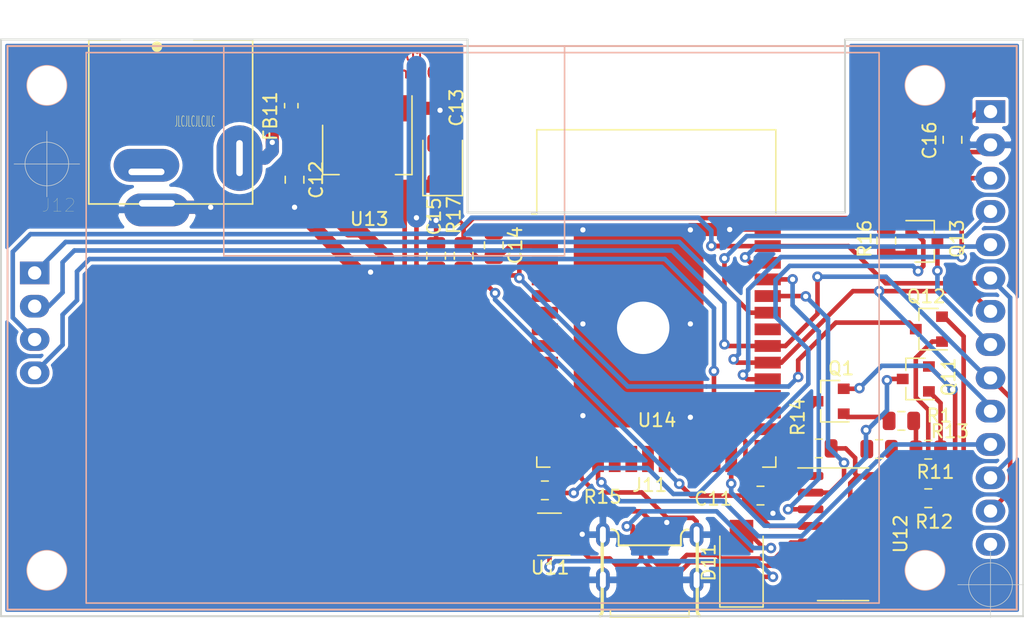
<source format=kicad_pcb>
(kicad_pcb (version 20171130) (host pcbnew "(5.1.6-0-10_14)")

  (general
    (thickness 1.6)
    (drawings 13)
    (tracks 457)
    (zones 0)
    (modules 27)
    (nets 62)
  )

  (page A4)
  (layers
    (0 F.Cu signal)
    (31 B.Cu signal)
    (32 B.Adhes user hide)
    (33 F.Adhes user hide)
    (34 B.Paste user hide)
    (35 F.Paste user hide)
    (36 B.SilkS user hide)
    (37 F.SilkS user)
    (38 B.Mask user hide)
    (39 F.Mask user)
    (40 Dwgs.User user hide)
    (41 Cmts.User user hide)
    (42 Eco1.User user hide)
    (43 Eco2.User user hide)
    (44 Edge.Cuts user)
    (45 Margin user hide)
    (46 B.CrtYd user hide)
    (47 F.CrtYd user)
    (48 B.Fab user hide)
    (49 F.Fab user hide)
  )

  (setup
    (last_trace_width 0.35)
    (user_trace_width 1)
    (trace_clearance 0.2)
    (zone_clearance 0.25)
    (zone_45_only no)
    (trace_min 0.2)
    (via_size 0.8)
    (via_drill 0.4)
    (via_min_size 0.4)
    (via_min_drill 0.3)
    (uvia_size 0.3)
    (uvia_drill 0.1)
    (uvias_allowed no)
    (uvia_min_size 0.2)
    (uvia_min_drill 0.1)
    (edge_width 0.05)
    (segment_width 0.2)
    (pcb_text_width 0.3)
    (pcb_text_size 1.5 1.5)
    (mod_edge_width 0.12)
    (mod_text_size 1 1)
    (mod_text_width 0.15)
    (pad_size 1.524 1.524)
    (pad_drill 0.762)
    (pad_to_mask_clearance 0.05)
    (aux_axis_origin 75 155)
    (grid_origin 75 155)
    (visible_elements FFFFFF7F)
    (pcbplotparams
      (layerselection 0x010f0_ffffffff)
      (usegerberextensions false)
      (usegerberattributes true)
      (usegerberadvancedattributes true)
      (creategerberjobfile false)
      (excludeedgelayer false)
      (linewidth 0.100000)
      (plotframeref false)
      (viasonmask false)
      (mode 1)
      (useauxorigin true)
      (hpglpennumber 1)
      (hpglpenspeed 20)
      (hpglpendiameter 15.000000)
      (psnegative false)
      (psa4output false)
      (plotreference true)
      (plotvalue true)
      (plotinvisibletext false)
      (padsonsilk false)
      (subtractmaskfromsilk false)
      (outputformat 1)
      (mirror false)
      (drillshape 0)
      (scaleselection 1)
      (outputdirectory "fabrication/"))
  )

  (net 0 "")
  (net 1 GND)
  (net 2 +5V)
  (net 3 +3V3)
  (net 4 /TXD0)
  (net 5 /RXD0)
  (net 6 /D+)
  (net 7 /D-)
  (net 8 VSPICS0)
  (net 9 VSPICLK)
  (net 10 VSPIDIN)
  (net 11 VSPIDATA)
  (net 12 VSPICS1)
  (net 13 LCDRST)
  (net 14 LCDDC)
  (net 15 VSPICS2)
  (net 16 BACKLIGHT)
  (net 17 ESP_EN)
  (net 18 "Net-(D11-Pad2)")
  (net 19 "Net-(FB11-Pad2)")
  (net 20 "Net-(J11-Pad4)")
  (net 21 "Net-(J12-Pad3)")
  (net 22 "Net-(Q11-Pad1)")
  (net 23 "Net-(Q11-Pad3)")
  (net 24 "Net-(Q12-Pad1)")
  (net 25 "Net-(Q12-Pad2)")
  (net 26 "Net-(Q13-Pad1)")
  (net 27 "Net-(Q13-Pad2)")
  (net 28 "Net-(R15-Pad1)")
  (net 29 "Net-(U11-Pad6)")
  (net 30 "Net-(U11-Pad4)")
  (net 31 "Net-(U12-Pad15)")
  (net 32 "Net-(U12-Pad12)")
  (net 33 "Net-(U12-Pad11)")
  (net 34 "Net-(U12-Pad10)")
  (net 35 "Net-(U12-Pad9)")
  (net 36 "Net-(U12-Pad8)")
  (net 37 "Net-(U12-Pad7)")
  (net 38 "Net-(U14-Pad4)")
  (net 39 "Net-(U14-Pad5)")
  (net 40 "Net-(U14-Pad6)")
  (net 41 "Net-(U14-Pad7)")
  (net 42 "Net-(U14-Pad8)")
  (net 43 "Net-(U14-Pad9)")
  (net 44 "Net-(U14-Pad10)")
  (net 45 "Net-(U14-Pad12)")
  (net 46 "Net-(U14-Pad13)")
  (net 47 "Net-(U14-Pad14)")
  (net 48 "Net-(U14-Pad17)")
  (net 49 "Net-(U14-Pad18)")
  (net 50 "Net-(U14-Pad19)")
  (net 51 "Net-(U14-Pad20)")
  (net 52 "Net-(U14-Pad21)")
  (net 53 "Net-(U14-Pad22)")
  (net 54 "Net-(U14-Pad23)")
  (net 55 "Net-(U14-Pad27)")
  (net 56 "Net-(U14-Pad28)")
  (net 57 "Net-(U14-Pad32)")
  (net 58 "Net-(U15-Pad14)")
  (net 59 "Net-(Q1-Pad1)")
  (net 60 "Net-(Q1-Pad2)")
  (net 61 "Net-(Q1-Pad3)")

  (net_class Default "This is the default net class."
    (clearance 0.2)
    (trace_width 0.35)
    (via_dia 0.8)
    (via_drill 0.4)
    (uvia_dia 0.3)
    (uvia_drill 0.1)
    (add_net +3V3)
    (add_net +5V)
    (add_net /D+)
    (add_net /D-)
    (add_net /RXD0)
    (add_net /TXD0)
    (add_net BACKLIGHT)
    (add_net ESP_EN)
    (add_net GND)
    (add_net LCDDC)
    (add_net LCDRST)
    (add_net "Net-(D11-Pad2)")
    (add_net "Net-(FB11-Pad2)")
    (add_net "Net-(J11-Pad4)")
    (add_net "Net-(J12-Pad3)")
    (add_net "Net-(Q1-Pad1)")
    (add_net "Net-(Q1-Pad2)")
    (add_net "Net-(Q1-Pad3)")
    (add_net "Net-(Q11-Pad1)")
    (add_net "Net-(Q11-Pad3)")
    (add_net "Net-(Q12-Pad1)")
    (add_net "Net-(Q12-Pad2)")
    (add_net "Net-(Q13-Pad1)")
    (add_net "Net-(Q13-Pad2)")
    (add_net "Net-(R15-Pad1)")
    (add_net "Net-(U11-Pad4)")
    (add_net "Net-(U11-Pad6)")
    (add_net "Net-(U12-Pad10)")
    (add_net "Net-(U12-Pad11)")
    (add_net "Net-(U12-Pad12)")
    (add_net "Net-(U12-Pad15)")
    (add_net "Net-(U12-Pad7)")
    (add_net "Net-(U12-Pad8)")
    (add_net "Net-(U12-Pad9)")
    (add_net "Net-(U14-Pad10)")
    (add_net "Net-(U14-Pad12)")
    (add_net "Net-(U14-Pad13)")
    (add_net "Net-(U14-Pad14)")
    (add_net "Net-(U14-Pad17)")
    (add_net "Net-(U14-Pad18)")
    (add_net "Net-(U14-Pad19)")
    (add_net "Net-(U14-Pad20)")
    (add_net "Net-(U14-Pad21)")
    (add_net "Net-(U14-Pad22)")
    (add_net "Net-(U14-Pad23)")
    (add_net "Net-(U14-Pad27)")
    (add_net "Net-(U14-Pad28)")
    (add_net "Net-(U14-Pad32)")
    (add_net "Net-(U14-Pad4)")
    (add_net "Net-(U14-Pad5)")
    (add_net "Net-(U14-Pad6)")
    (add_net "Net-(U14-Pad7)")
    (add_net "Net-(U14-Pad8)")
    (add_net "Net-(U14-Pad9)")
    (add_net "Net-(U15-Pad14)")
    (add_net VSPICLK)
    (add_net VSPICS0)
    (add_net VSPICS1)
    (add_net VSPICS2)
    (add_net VSPIDATA)
    (add_net VSPIDIN)
  )

  (module Resistor_SMD:R_0805_2012Metric (layer F.Cu) (tedit 5B36C52B) (tstamp 5FFD1BA7)
    (at 143.7 140.1 180)
    (descr "Resistor SMD 0805 (2012 Metric), square (rectangular) end terminal, IPC_7351 nominal, (Body size source: https://docs.google.com/spreadsheets/d/1BsfQQcO9C6DZCsRaXUlFlo91Tg2WpOkGARC1WS5S8t0/edit?usp=sharing), generated with kicad-footprint-generator")
    (tags resistor)
    (path /5FFDAA4E)
    (attr smd)
    (fp_text reference R1 (at -2.9 0.4) (layer F.SilkS)
      (effects (font (size 1 1) (thickness 0.15)))
    )
    (fp_text value 10k (at 0 1.65) (layer F.Fab)
      (effects (font (size 1 1) (thickness 0.15)))
    )
    (fp_text user %R (at 0 0) (layer F.Fab)
      (effects (font (size 0.5 0.5) (thickness 0.08)))
    )
    (fp_line (start -1 0.6) (end -1 -0.6) (layer F.Fab) (width 0.1))
    (fp_line (start -1 -0.6) (end 1 -0.6) (layer F.Fab) (width 0.1))
    (fp_line (start 1 -0.6) (end 1 0.6) (layer F.Fab) (width 0.1))
    (fp_line (start 1 0.6) (end -1 0.6) (layer F.Fab) (width 0.1))
    (fp_line (start -0.258578 -0.71) (end 0.258578 -0.71) (layer F.SilkS) (width 0.12))
    (fp_line (start -0.258578 0.71) (end 0.258578 0.71) (layer F.SilkS) (width 0.12))
    (fp_line (start -1.68 0.95) (end -1.68 -0.95) (layer F.CrtYd) (width 0.05))
    (fp_line (start -1.68 -0.95) (end 1.68 -0.95) (layer F.CrtYd) (width 0.05))
    (fp_line (start 1.68 -0.95) (end 1.68 0.95) (layer F.CrtYd) (width 0.05))
    (fp_line (start 1.68 0.95) (end -1.68 0.95) (layer F.CrtYd) (width 0.05))
    (pad 2 smd roundrect (at 0.9375 0 180) (size 0.975 1.4) (layers F.Cu F.Paste F.Mask) (roundrect_rratio 0.25)
      (net 59 "Net-(Q1-Pad1)"))
    (pad 1 smd roundrect (at -0.9375 0 180) (size 0.975 1.4) (layers F.Cu F.Paste F.Mask) (roundrect_rratio 0.25)
      (net 25 "Net-(Q12-Pad2)"))
    (model ${KISYS3DMOD}/Resistor_SMD.3dshapes/R_0805_2012Metric.wrl
      (at (xyz 0 0 0))
      (scale (xyz 1 1 1))
      (rotate (xyz 0 0 0))
    )
  )

  (module cjh_jlcpcb:SOT-23 (layer F.Cu) (tedit 5FD998FC) (tstamp 5FFD1B1E)
    (at 138.3 138.6)
    (descr "SOT-23, Standard")
    (tags SOT-23)
    (path /60030F94)
    (attr smd)
    (fp_text reference Q1 (at 0.8 -2.5 180) (layer F.SilkS)
      (effects (font (size 1 1) (thickness 0.15)))
    )
    (fp_text value MMBT5551 (at 0 -2.5 180) (layer F.Fab)
      (effects (font (size 1 1) (thickness 0.15)))
    )
    (fp_text user %R (at 0 0 270) (layer F.Fab)
      (effects (font (size 0.5 0.5) (thickness 0.075)))
    )
    (fp_line (start -0.76 -1.58) (end 0.7 -1.58) (layer F.SilkS) (width 0.12))
    (fp_line (start -0.76 1.58) (end 1.4 1.58) (layer F.SilkS) (width 0.12))
    (fp_line (start 1.7 -1.75) (end 1.7 1.75) (layer F.CrtYd) (width 0.05))
    (fp_line (start -1.7 -1.75) (end 1.7 -1.75) (layer F.CrtYd) (width 0.05))
    (fp_line (start -1.7 1.75) (end -1.7 -1.75) (layer F.CrtYd) (width 0.05))
    (fp_line (start 1.7 1.75) (end -1.7 1.75) (layer F.CrtYd) (width 0.05))
    (fp_line (start -0.76 1.58) (end -0.76 0.65) (layer F.SilkS) (width 0.12))
    (fp_line (start -0.76 -1.58) (end -0.76 -0.65) (layer F.SilkS) (width 0.12))
    (fp_line (start 0.7 -1.52) (end -0.7 -1.52) (layer F.Fab) (width 0.1))
    (fp_line (start -0.7 1.52) (end -0.7 -1.52) (layer F.Fab) (width 0.1))
    (fp_line (start 0.7 0.95) (end 0.15 1.52) (layer F.Fab) (width 0.1))
    (fp_line (start 0.15 1.52) (end -0.7 1.52) (layer F.Fab) (width 0.1))
    (fp_line (start 0.7 0.95) (end 0.7 -1.5) (layer F.Fab) (width 0.1))
    (pad 1 smd rect (at 1 0.95 180) (size 0.9 0.8) (layers F.Cu F.Paste F.Mask)
      (net 59 "Net-(Q1-Pad1)"))
    (pad 2 smd rect (at 1 -0.95 180) (size 0.9 0.8) (layers F.Cu F.Paste F.Mask)
      (net 60 "Net-(Q1-Pad2)"))
    (pad 3 smd rect (at -1 0 180) (size 0.9 0.8) (layers F.Cu F.Paste F.Mask)
      (net 61 "Net-(Q1-Pad3)"))
    (model ${KISYS3DMOD}/Package_TO_SOT_SMD.3dshapes/SOT-23.wrl
      (at (xyz 0 0 0))
      (scale (xyz 1 1 1))
      (rotate (xyz 0 0 0))
    )
  )

  (module Resistor_SMD:R_0805_2012Metric (layer F.Cu) (tedit 5B36C52B) (tstamp 5FFBDAE9)
    (at 137.4 142.2 180)
    (descr "Resistor SMD 0805 (2012 Metric), square (rectangular) end terminal, IPC_7351 nominal, (Body size source: https://docs.google.com/spreadsheets/d/1BsfQQcO9C6DZCsRaXUlFlo91Tg2WpOkGARC1WS5S8t0/edit?usp=sharing), generated with kicad-footprint-generator")
    (tags resistor)
    (path /5FFD54B6)
    (attr smd)
    (fp_text reference R14 (at 1.6 2.4 90) (layer F.SilkS)
      (effects (font (size 1 1) (thickness 0.15)))
    )
    (fp_text value 100k (at 0 1.65) (layer F.Fab)
      (effects (font (size 1 1) (thickness 0.15)))
    )
    (fp_line (start -1 0.6) (end -1 -0.6) (layer F.Fab) (width 0.1))
    (fp_line (start -1 -0.6) (end 1 -0.6) (layer F.Fab) (width 0.1))
    (fp_line (start 1 -0.6) (end 1 0.6) (layer F.Fab) (width 0.1))
    (fp_line (start 1 0.6) (end -1 0.6) (layer F.Fab) (width 0.1))
    (fp_line (start -0.258578 -0.71) (end 0.258578 -0.71) (layer F.SilkS) (width 0.12))
    (fp_line (start -0.258578 0.71) (end 0.258578 0.71) (layer F.SilkS) (width 0.12))
    (fp_line (start -1.68 0.95) (end -1.68 -0.95) (layer F.CrtYd) (width 0.05))
    (fp_line (start -1.68 -0.95) (end 1.68 -0.95) (layer F.CrtYd) (width 0.05))
    (fp_line (start 1.68 -0.95) (end 1.68 0.95) (layer F.CrtYd) (width 0.05))
    (fp_line (start 1.68 0.95) (end -1.68 0.95) (layer F.CrtYd) (width 0.05))
    (fp_text user %R (at 0 0) (layer F.Fab)
      (effects (font (size 0.5 0.5) (thickness 0.08)))
    )
    (pad 2 smd roundrect (at 0.9375 0 180) (size 0.975 1.4) (layers F.Cu F.Paste F.Mask) (roundrect_rratio 0.25)
      (net 61 "Net-(Q1-Pad3)"))
    (pad 1 smd roundrect (at -0.9375 0 180) (size 0.975 1.4) (layers F.Cu F.Paste F.Mask) (roundrect_rratio 0.25)
      (net 3 +3V3))
    (model ${KISYS3DMOD}/Resistor_SMD.3dshapes/R_0805_2012Metric.wrl
      (at (xyz 0 0 0))
      (scale (xyz 1 1 1))
      (rotate (xyz 0 0 0))
    )
  )

  (module Inductor_SMD:L_0603_1608Metric (layer F.Cu) (tedit 5B301BBE) (tstamp 5FFBBE2C)
    (at 97.15 116.05 90)
    (descr "Inductor SMD 0603 (1608 Metric), square (rectangular) end terminal, IPC_7351 nominal, (Body size source: http://www.tortai-tech.com/upload/download/2011102023233369053.pdf), generated with kicad-footprint-generator")
    (tags inductor)
    (path /5FA414C4)
    (attr smd)
    (fp_text reference FB11 (at -0.8 -1.6 90) (layer F.SilkS)
      (effects (font (size 1 1) (thickness 0.15)))
    )
    (fp_text value BLM18PG121SN1D (at 0 1.43 90) (layer F.Fab)
      (effects (font (size 1 1) (thickness 0.15)))
    )
    (fp_line (start 1.48 0.73) (end -1.48 0.73) (layer F.CrtYd) (width 0.05))
    (fp_line (start 1.48 -0.73) (end 1.48 0.73) (layer F.CrtYd) (width 0.05))
    (fp_line (start -1.48 -0.73) (end 1.48 -0.73) (layer F.CrtYd) (width 0.05))
    (fp_line (start -1.48 0.73) (end -1.48 -0.73) (layer F.CrtYd) (width 0.05))
    (fp_line (start -0.162779 0.51) (end 0.162779 0.51) (layer F.SilkS) (width 0.12))
    (fp_line (start -0.162779 -0.51) (end 0.162779 -0.51) (layer F.SilkS) (width 0.12))
    (fp_line (start 0.8 0.4) (end -0.8 0.4) (layer F.Fab) (width 0.1))
    (fp_line (start 0.8 -0.4) (end 0.8 0.4) (layer F.Fab) (width 0.1))
    (fp_line (start -0.8 -0.4) (end 0.8 -0.4) (layer F.Fab) (width 0.1))
    (fp_line (start -0.8 0.4) (end -0.8 -0.4) (layer F.Fab) (width 0.1))
    (fp_text user %R (at 0 0 90) (layer F.Fab)
      (effects (font (size 0.4 0.4) (thickness 0.06)))
    )
    (pad 2 smd roundrect (at 0.7875 0 90) (size 0.875 0.95) (layers F.Cu F.Paste F.Mask) (roundrect_rratio 0.25)
      (net 19 "Net-(FB11-Pad2)"))
    (pad 1 smd roundrect (at -0.7875 0 90) (size 0.875 0.95) (layers F.Cu F.Paste F.Mask) (roundrect_rratio 0.25)
      (net 2 +5V))
    (model ${KISYS3DMOD}/Inductor_SMD.3dshapes/L_0603_1608Metric.wrl
      (at (xyz 0 0 0))
      (scale (xyz 1 1 1))
      (rotate (xyz 0 0 0))
    )
  )

  (module Capacitor_SMD:C_0805_2012Metric (layer F.Cu) (tedit 5B36C52B) (tstamp 5FFBD6EE)
    (at 97.4 121.7 270)
    (descr "Capacitor SMD 0805 (2012 Metric), square (rectangular) end terminal, IPC_7351 nominal, (Body size source: https://docs.google.com/spreadsheets/d/1BsfQQcO9C6DZCsRaXUlFlo91Tg2WpOkGARC1WS5S8t0/edit?usp=sharing), generated with kicad-footprint-generator")
    (tags capacitor)
    (path /5FD1EEA9)
    (attr smd)
    (fp_text reference C12 (at 0 -1.65 90) (layer F.SilkS)
      (effects (font (size 1 1) (thickness 0.15)))
    )
    (fp_text value 100n (at 0 1.65 90) (layer F.Fab)
      (effects (font (size 1 1) (thickness 0.15)))
    )
    (fp_line (start 1.68 0.95) (end -1.68 0.95) (layer F.CrtYd) (width 0.05))
    (fp_line (start 1.68 -0.95) (end 1.68 0.95) (layer F.CrtYd) (width 0.05))
    (fp_line (start -1.68 -0.95) (end 1.68 -0.95) (layer F.CrtYd) (width 0.05))
    (fp_line (start -1.68 0.95) (end -1.68 -0.95) (layer F.CrtYd) (width 0.05))
    (fp_line (start -0.258578 0.71) (end 0.258578 0.71) (layer F.SilkS) (width 0.12))
    (fp_line (start -0.258578 -0.71) (end 0.258578 -0.71) (layer F.SilkS) (width 0.12))
    (fp_line (start 1 0.6) (end -1 0.6) (layer F.Fab) (width 0.1))
    (fp_line (start 1 -0.6) (end 1 0.6) (layer F.Fab) (width 0.1))
    (fp_line (start -1 -0.6) (end 1 -0.6) (layer F.Fab) (width 0.1))
    (fp_line (start -1 0.6) (end -1 -0.6) (layer F.Fab) (width 0.1))
    (fp_text user %R (at 0 0 90) (layer F.Fab)
      (effects (font (size 0.5 0.5) (thickness 0.08)))
    )
    (pad 2 smd roundrect (at 0.9375 0 270) (size 0.975 1.4) (layers F.Cu F.Paste F.Mask) (roundrect_rratio 0.25)
      (net 1 GND))
    (pad 1 smd roundrect (at -0.9375 0 270) (size 0.975 1.4) (layers F.Cu F.Paste F.Mask) (roundrect_rratio 0.25)
      (net 2 +5V))
    (model ${KISYS3DMOD}/Capacitor_SMD.3dshapes/C_0805_2012Metric.wrl
      (at (xyz 0 0 0))
      (scale (xyz 1 1 1))
      (rotate (xyz 0 0 0))
    )
  )

  (module cjh_jlcpcb:XKB-DC-009A-2.0 (layer F.Cu) (tedit 5FF4FDF0) (tstamp 5FC67B51)
    (at 87.95 117.3)
    (path /5FDB3DDC)
    (fp_text reference J12 (at -8.55 6.35) (layer F.SilkS)
      (effects (font (size 1.001709 1.001709) (thickness 0.015)))
    )
    (fp_text value Barrel_Jack_Switch (at 6 -5.35 90) (layer F.Fab) hide
      (effects (font (size 1.001063 1.001063) (thickness 0.015)))
    )
    (fp_line (start -6.5 7) (end 6.5 7) (layer F.CrtYd) (width 0.05))
    (fp_line (start -6.5 -9.25) (end -6.5 7) (layer F.CrtYd) (width 0.05))
    (fp_line (start 6.5 7) (end 6.5 -9.25) (layer F.CrtYd) (width 0.05))
    (fp_line (start -6.25 -6.25) (end -3.85 -6.25) (layer F.SilkS) (width 0.127))
    (fp_line (start 1.75 -6.25) (end 6.2 -6.25) (layer F.SilkS) (width 0.127))
    (fp_line (start -6.25 6.25) (end -6.25 -6.25) (layer F.SilkS) (width 0.127))
    (fp_line (start 6.25 6.25) (end -6.25 6.25) (layer F.SilkS) (width 0.127))
    (fp_line (start 6.25 -6.25) (end 6.25 6.25) (layer F.SilkS) (width 0.127))
    (fp_line (start -6.25 6.25) (end -6.25 -6.25) (layer F.Fab) (width 0.127))
    (fp_line (start 6.25 6.25) (end -6.25 6.25) (layer F.Fab) (width 0.127))
    (fp_line (start 6.25 -6.25) (end 6.25 6.25) (layer F.Fab) (width 0.127))
    (fp_circle (center -1.05 -5.75) (end -0.85 -5.75) (layer F.SilkS) (width 0.4))
    (fp_line (start 6.5 -9.25) (end -6.5 -9.25) (layer F.CrtYd) (width 0.05))
    (fp_line (start -5.75 -9.25) (end 3.65 -9.25) (layer F.Fab) (width 0.127))
    (fp_line (start 4.15 -8.75) (end 4.15 -7.75) (layer F.Fab) (width 0.127))
    (fp_line (start -6.25 -8.75) (end -6.25 -7.75) (layer F.Fab) (width 0.127))
    (fp_line (start -4.8 -7.75) (end -4.8 -6.25) (layer F.Fab) (width 0.127))
    (fp_line (start -4.8 -7.75) (end -6.25 -7.75) (layer F.Fab) (width 0.127))
    (fp_line (start -4.8 -6.25) (end -6.25 -6.25) (layer F.Fab) (width 0.127))
    (fp_line (start 4.15 -7.75) (end 2.7 -7.75) (layer F.Fab) (width 0.127))
    (fp_line (start 2.7 -7.75) (end 2.7 -6.25) (layer F.Fab) (width 0.127))
    (fp_line (start 6.25 -6.25) (end 2.7 -6.25) (layer F.Fab) (width 0.127))
    (fp_arc (start 3.65 -8.75) (end 3.65 -9.25) (angle 90) (layer F.Fab) (width 0.12))
    (fp_arc (start -5.75 -8.75) (end -6.25 -8.75) (angle 90) (layer F.Fab) (width 0.12))
    (pad 3 thru_hole oval (at -1.85 3.8 180) (size 5 2.5) (drill oval 2.75 0.5 (offset 0 0.5)) (layers *.Cu *.Mask)
      (net 21 "Net-(J12-Pad3)"))
    (pad 2 thru_hole oval (at 5.25 2.75 270) (size 5 3.5) (drill oval 2.75 0.5) (layers *.Cu *.Mask)
      (net 19 "Net-(FB11-Pad2)"))
    (pad 1 thru_hole oval (at -1.05 6.2 180) (size 5 2.5) (drill oval 2.75 0.5 (offset 0 -0.5)) (layers *.Cu *.Mask)
      (net 1 GND))
  )

  (module cjh_jlcpcb:SOT-23-6R (layer F.Cu) (tedit 5FDBCFDB) (tstamp 5F9D590E)
    (at 116.85 148.75)
    (descr "6-pin SOT-23 package")
    (tags SOT-23-6)
    (path /5FA029F0)
    (attr smd)
    (fp_text reference U11 (at 0.05 2.55 180) (layer F.SilkS)
      (effects (font (size 1 1) (thickness 0.15)))
    )
    (fp_text value SRV05-4 (at -2.65 0 90) (layer F.Fab)
      (effects (font (size 1 1) (thickness 0.15)))
    )
    (fp_line (start -0.9 1.55) (end -0.9 -1.55) (layer F.Fab) (width 0.1))
    (fp_line (start -0.9 -1.55) (end 0.9 -1.55) (layer F.Fab) (width 0.1))
    (fp_line (start 0.9 0.9) (end 0.9 -1.55) (layer F.Fab) (width 0.1))
    (fp_line (start -0.9 1.55) (end 0.25 1.55) (layer F.Fab) (width 0.1))
    (fp_line (start 0.9 0.9) (end 0.25 1.55) (layer F.Fab) (width 0.1))
    (fp_line (start 1.9 1.8) (end 1.9 -1.8) (layer F.CrtYd) (width 0.05))
    (fp_line (start 1.9 -1.8) (end -1.9 -1.8) (layer F.CrtYd) (width 0.05))
    (fp_line (start -1.9 -1.8) (end -1.9 1.8) (layer F.CrtYd) (width 0.05))
    (fp_line (start -1.9 1.8) (end 1.9 1.8) (layer F.CrtYd) (width 0.05))
    (fp_line (start -0.9 1.61) (end 1.55 1.61) (layer F.SilkS) (width 0.12))
    (fp_line (start 0.9 -1.61) (end -0.9 -1.61) (layer F.SilkS) (width 0.12))
    (fp_text user %R (at 0 0 90) (layer F.Fab)
      (effects (font (size 0.5 0.5) (thickness 0.075)))
    )
    (pad 5 smd rect (at -1.1 0 180) (size 1.06 0.65) (layers F.Cu F.Paste F.Mask)
      (net 2 +5V))
    (pad 6 smd rect (at -1.1 0.95 180) (size 1.06 0.65) (layers F.Cu F.Paste F.Mask)
      (net 29 "Net-(U11-Pad6)"))
    (pad 4 smd rect (at -1.1 -0.95 180) (size 1.06 0.65) (layers F.Cu F.Paste F.Mask)
      (net 30 "Net-(U11-Pad4)"))
    (pad 3 smd rect (at 1.1 -0.95 180) (size 1.06 0.65) (layers F.Cu F.Paste F.Mask)
      (net 6 /D+))
    (pad 2 smd rect (at 1.1 0 180) (size 1.06 0.65) (layers F.Cu F.Paste F.Mask)
      (net 1 GND))
    (pad 1 smd rect (at 1.1 0.95 180) (size 1.06 0.65) (layers F.Cu F.Paste F.Mask)
      (net 7 /D-))
    (model ${KISYS3DMOD}/Package_TO_SOT_SMD.3dshapes/SOT-23-6.wrl
      (at (xyz 0 0 0))
      (scale (xyz 1 1 1))
      (rotate (xyz 0 0 180))
    )
  )

  (module cjh_jlcpcb:CP_EIA-3528-21_Kemet-B (layer F.Cu) (tedit 5B342532) (tstamp 5FCD68D1)
    (at 108.7 120.45 90)
    (descr "Tantalum Capacitor SMD Kemet-B (3528-21 Metric), IPC_7351 nominal, (Body size from: http://www.kemet.com/Lists/ProductCatalog/Attachments/253/KEM_TC101_STD.pdf), generated with kicad-footprint-generator")
    (tags "capacitor tantalum")
    (path /5FD96AA1)
    (attr smd)
    (fp_text reference C13 (at 4.25 1.05 90) (layer F.SilkS)
      (effects (font (size 1 1) (thickness 0.15)))
    )
    (fp_text value 100uF (at 0 2.35 90) (layer F.Fab)
      (effects (font (size 1 1) (thickness 0.15)))
    )
    (fp_line (start 2.45 1.65) (end -2.45 1.65) (layer F.CrtYd) (width 0.05))
    (fp_line (start 2.45 -1.65) (end 2.45 1.65) (layer F.CrtYd) (width 0.05))
    (fp_line (start -2.45 -1.65) (end 2.45 -1.65) (layer F.CrtYd) (width 0.05))
    (fp_line (start -2.45 1.65) (end -2.45 -1.65) (layer F.CrtYd) (width 0.05))
    (fp_line (start -2.46 1.51) (end 1.75 1.51) (layer F.SilkS) (width 0.12))
    (fp_line (start -2.46 -1.51) (end -2.46 1.51) (layer F.SilkS) (width 0.12))
    (fp_line (start 1.75 -1.51) (end -2.46 -1.51) (layer F.SilkS) (width 0.12))
    (fp_line (start 1.75 1.4) (end 1.75 -1.4) (layer F.Fab) (width 0.1))
    (fp_line (start -1.75 1.4) (end 1.75 1.4) (layer F.Fab) (width 0.1))
    (fp_line (start -1.75 -0.7) (end -1.75 1.4) (layer F.Fab) (width 0.1))
    (fp_line (start -1.05 -1.4) (end -1.75 -0.7) (layer F.Fab) (width 0.1))
    (fp_line (start 1.75 -1.4) (end -1.05 -1.4) (layer F.Fab) (width 0.1))
    (fp_text user %R (at 0 0 90) (layer F.Fab)
      (effects (font (size 0.88 0.88) (thickness 0.13)))
    )
    (pad 1 smd roundrect (at -1.5375 0 90) (size 1.325 2.35) (layers F.Cu F.Paste F.Mask) (roundrect_rratio 0.188679)
      (net 3 +3V3))
    (pad 2 smd roundrect (at 1.5375 0 90) (size 1.325 2.35) (layers F.Cu F.Paste F.Mask) (roundrect_rratio 0.188679)
      (net 1 GND))
    (model ${KISYS3DMOD}/Capacitor_Tantalum_SMD.3dshapes/CP_EIA-3528-21_Kemet-B.wrl
      (at (xyz 0 0 0))
      (scale (xyz 1 1 1))
      (rotate (xyz 0 0 0))
    )
  )

  (module cjh_jlcpcb:SOIC-16_3.9x9.9mm_P1.27mm (layer F.Cu) (tedit 5FD9A36D) (tstamp 5F9D5930)
    (at 139.25 148.75 270)
    (descr "SOIC, 16 Pin (JEDEC MS-012AC, https://www.analog.com/media/en/package-pcb-resources/package/pkg_pdf/soic_narrow-r/r_16.pdf), generated with kicad-footprint-generator ipc_gullwing_generator.py")
    (tags "SOIC SO")
    (path /5F9D4AF0)
    (attr smd)
    (fp_text reference U12 (at -0.03 -4.39 270) (layer F.SilkS)
      (effects (font (size 1 1) (thickness 0.15)))
    )
    (fp_text value CH340C (at 2.31 4.73 270) (layer F.Fab)
      (effects (font (size 1 1) (thickness 0.15)))
    )
    (fp_line (start 5.06 0) (end 5.06 -1.95) (layer F.SilkS) (width 0.12))
    (fp_line (start 5.06 0) (end 5.06 1.95) (layer F.SilkS) (width 0.12))
    (fp_line (start -5.06 0) (end -5.06 -1.95) (layer F.SilkS) (width 0.12))
    (fp_line (start -5.06 0) (end -5.06 3.45) (layer F.SilkS) (width 0.12))
    (fp_line (start -4.95 0.975) (end -4.95 -1.95) (layer F.Fab) (width 0.1))
    (fp_line (start -4.95 -1.95) (end 4.95 -1.95) (layer F.Fab) (width 0.1))
    (fp_line (start 4.95 -1.95) (end 4.95 1.95) (layer F.Fab) (width 0.1))
    (fp_line (start 4.95 1.95) (end -3.975 1.95) (layer F.Fab) (width 0.1))
    (fp_line (start -3.975 1.95) (end -4.95 0.975) (layer F.Fab) (width 0.1))
    (fp_line (start -5.2 3.7) (end 5.2 3.7) (layer F.CrtYd) (width 0.05))
    (fp_line (start 5.2 3.7) (end 5.2 -3.7) (layer F.CrtYd) (width 0.05))
    (fp_line (start 5.2 -3.7) (end -5.2 -3.7) (layer F.CrtYd) (width 0.05))
    (fp_line (start -5.2 -3.7) (end -5.2 3.7) (layer F.CrtYd) (width 0.05))
    (fp_text user %R (at 0.01 -0.01 270) (layer F.Fab)
      (effects (font (size 0.98 0.98) (thickness 0.15)))
    )
    (pad 16 smd roundrect (at -4.445 -2.475) (size 1.95 0.6) (layers F.Cu F.Paste F.Mask) (roundrect_rratio 0.25)
      (net 3 +3V3))
    (pad 15 smd roundrect (at -3.175 -2.475) (size 1.95 0.6) (layers F.Cu F.Paste F.Mask) (roundrect_rratio 0.25)
      (net 31 "Net-(U12-Pad15)"))
    (pad 14 smd roundrect (at -1.905 -2.475) (size 1.95 0.6) (layers F.Cu F.Paste F.Mask) (roundrect_rratio 0.25)
      (net 25 "Net-(Q12-Pad2)"))
    (pad 13 smd roundrect (at -0.635 -2.475) (size 1.95 0.6) (layers F.Cu F.Paste F.Mask) (roundrect_rratio 0.25)
      (net 60 "Net-(Q1-Pad2)"))
    (pad 12 smd roundrect (at 0.635 -2.475) (size 1.95 0.6) (layers F.Cu F.Paste F.Mask) (roundrect_rratio 0.25)
      (net 32 "Net-(U12-Pad12)"))
    (pad 11 smd roundrect (at 1.905 -2.475) (size 1.95 0.6) (layers F.Cu F.Paste F.Mask) (roundrect_rratio 0.25)
      (net 33 "Net-(U12-Pad11)"))
    (pad 10 smd roundrect (at 3.175 -2.475) (size 1.95 0.6) (layers F.Cu F.Paste F.Mask) (roundrect_rratio 0.25)
      (net 34 "Net-(U12-Pad10)"))
    (pad 9 smd roundrect (at 4.445 -2.475) (size 1.95 0.6) (layers F.Cu F.Paste F.Mask) (roundrect_rratio 0.25)
      (net 35 "Net-(U12-Pad9)"))
    (pad 8 smd roundrect (at 4.445 2.475) (size 1.95 0.6) (layers F.Cu F.Paste F.Mask) (roundrect_rratio 0.25)
      (net 36 "Net-(U12-Pad8)"))
    (pad 7 smd roundrect (at 3.175 2.475) (size 1.95 0.6) (layers F.Cu F.Paste F.Mask) (roundrect_rratio 0.25)
      (net 37 "Net-(U12-Pad7)"))
    (pad 6 smd roundrect (at 1.905 2.475) (size 1.95 0.6) (layers F.Cu F.Paste F.Mask) (roundrect_rratio 0.25)
      (net 7 /D-))
    (pad 5 smd roundrect (at 0.635 2.475) (size 1.95 0.6) (layers F.Cu F.Paste F.Mask) (roundrect_rratio 0.25)
      (net 6 /D+))
    (pad 4 smd roundrect (at -0.635 2.475) (size 1.95 0.6) (layers F.Cu F.Paste F.Mask) (roundrect_rratio 0.25)
      (net 3 +3V3))
    (pad 3 smd roundrect (at -1.905 2.475) (size 1.95 0.6) (layers F.Cu F.Paste F.Mask) (roundrect_rratio 0.25)
      (net 4 /TXD0))
    (pad 2 smd roundrect (at -3.175 2.475) (size 1.95 0.6) (layers F.Cu F.Paste F.Mask) (roundrect_rratio 0.25)
      (net 5 /RXD0))
    (pad 1 smd roundrect (at -4.445 2.475) (size 1.95 0.6) (layers F.Cu F.Paste F.Mask) (roundrect_rratio 0.25)
      (net 1 GND))
    (model ${KISYS3DMOD}/Package_SO.3dshapes/SOIC-16_3.9x9.9mm_P1.27mm.wrl
      (at (xyz 0 0 0))
      (scale (xyz 1 1 1))
      (rotate (xyz 0 0 90))
    )
  )

  (module cjh_jlcpcb:SOT-223-3_TabPin2 (layer F.Cu) (tedit 5FD98755) (tstamp 5F9D5980)
    (at 102.95 119.4 90)
    (descr "module CMS SOT223 4 pins")
    (tags "CMS SOT")
    (path /5F9DBACC)
    (attr smd)
    (fp_text reference U13 (at -5.3 0.15) (layer F.SilkS)
      (effects (font (size 1 1) (thickness 0.15)))
    )
    (fp_text value AMS1117-3.3 (at 0 -4.5 270) (layer F.Fab)
      (effects (font (size 1 1) (thickness 0.15)))
    )
    (fp_line (start -1.85 3.35) (end -1.85 -3.35) (layer F.Fab) (width 0.1))
    (fp_line (start 1.85 -3.35) (end -1.85 -3.35) (layer F.Fab) (width 0.1))
    (fp_line (start 4.1 3.41) (end -1.91 3.41) (layer F.SilkS) (width 0.12))
    (fp_line (start 0.85 3.35) (end -1.85 3.35) (layer F.Fab) (width 0.1))
    (fp_line (start 1.85 -3.41) (end -1.91 -3.41) (layer F.SilkS) (width 0.12))
    (fp_line (start 1.85 2.35) (end 1.85 -3.35) (layer F.Fab) (width 0.1))
    (fp_line (start 1.85 2.35) (end 0.85 3.35) (layer F.Fab) (width 0.1))
    (fp_line (start 4.4 3.6) (end 4.4 -3.6) (layer F.CrtYd) (width 0.05))
    (fp_line (start 4.4 -3.6) (end -4.4 -3.6) (layer F.CrtYd) (width 0.05))
    (fp_line (start -4.4 -3.6) (end -4.4 3.6) (layer F.CrtYd) (width 0.05))
    (fp_line (start -4.4 3.6) (end 4.4 3.6) (layer F.CrtYd) (width 0.05))
    (fp_line (start -1.91 3.41) (end -1.91 2.15) (layer F.SilkS) (width 0.12))
    (fp_line (start -1.91 -3.41) (end -1.91 -2.15) (layer F.SilkS) (width 0.12))
    (fp_text user %R (at 0 0 180) (layer F.Fab)
      (effects (font (size 0.8 0.8) (thickness 0.12)))
    )
    (pad 2 smd rect (at -3.15 0 270) (size 2 3.8) (layers F.Cu F.Paste F.Mask)
      (net 3 +3V3))
    (pad 2 smd rect (at 3.15 0 270) (size 2 1.5) (layers F.Cu F.Paste F.Mask)
      (net 3 +3V3))
    (pad 3 smd rect (at 3.15 -2.3 270) (size 2 1.5) (layers F.Cu F.Paste F.Mask)
      (net 2 +5V))
    (pad 1 smd rect (at 3.15 2.3 270) (size 2 1.5) (layers F.Cu F.Paste F.Mask)
      (net 1 GND))
    (model ${KISYS3DMOD}/Package_TO_SOT_SMD.3dshapes/SOT-223.wrl
      (at (xyz 0 0 0))
      (scale (xyz 1 1 1))
      (rotate (xyz 0 0 180))
    )
  )

  (module cjh_jlcpcb:SOT-23 (layer F.Cu) (tedit 5FD998FC) (tstamp 5FC9B84B)
    (at 145.45 126.4 180)
    (descr "SOT-23, Standard")
    (tags SOT-23)
    (path /602DC269)
    (attr smd)
    (fp_text reference Q13 (at -2.5 0.2 90) (layer F.SilkS)
      (effects (font (size 1 1) (thickness 0.15)))
    )
    (fp_text value MMBT5401 (at 0 2.5) (layer F.Fab)
      (effects (font (size 1 1) (thickness 0.15)))
    )
    (fp_line (start -0.76 -1.58) (end 0.7 -1.58) (layer F.SilkS) (width 0.12))
    (fp_line (start -0.76 1.58) (end 1.4 1.58) (layer F.SilkS) (width 0.12))
    (fp_line (start 1.7 -1.75) (end 1.7 1.75) (layer F.CrtYd) (width 0.05))
    (fp_line (start -1.7 -1.75) (end 1.7 -1.75) (layer F.CrtYd) (width 0.05))
    (fp_line (start -1.7 1.75) (end -1.7 -1.75) (layer F.CrtYd) (width 0.05))
    (fp_line (start 1.7 1.75) (end -1.7 1.75) (layer F.CrtYd) (width 0.05))
    (fp_line (start -0.76 1.58) (end -0.76 0.65) (layer F.SilkS) (width 0.12))
    (fp_line (start -0.76 -1.58) (end -0.76 -0.65) (layer F.SilkS) (width 0.12))
    (fp_line (start 0.7 -1.52) (end -0.7 -1.52) (layer F.Fab) (width 0.1))
    (fp_line (start -0.7 1.52) (end -0.7 -1.52) (layer F.Fab) (width 0.1))
    (fp_line (start 0.7 0.95) (end 0.15 1.52) (layer F.Fab) (width 0.1))
    (fp_line (start 0.15 1.52) (end -0.7 1.52) (layer F.Fab) (width 0.1))
    (fp_line (start 0.7 0.95) (end 0.7 -1.5) (layer F.Fab) (width 0.1))
    (fp_text user %R (at 0 0 90) (layer F.Fab)
      (effects (font (size 0.5 0.5) (thickness 0.075)))
    )
    (pad 1 smd rect (at 1 0.95) (size 0.9 0.8) (layers F.Cu F.Paste F.Mask)
      (net 26 "Net-(Q13-Pad1)"))
    (pad 2 smd rect (at 1 -0.95) (size 0.9 0.8) (layers F.Cu F.Paste F.Mask)
      (net 27 "Net-(Q13-Pad2)"))
    (pad 3 smd rect (at -1 0) (size 0.9 0.8) (layers F.Cu F.Paste F.Mask)
      (net 16 BACKLIGHT))
    (model ${KISYS3DMOD}/Package_TO_SOT_SMD.3dshapes/SOT-23.wrl
      (at (xyz 0 0 0))
      (scale (xyz 1 1 1))
      (rotate (xyz 0 0 180))
    )
  )

  (module cjh_jlcpcb:SOT-23 (layer F.Cu) (tedit 5FD998FC) (tstamp 5F9D58F8)
    (at 144.8 136.9)
    (descr "SOT-23, Standard")
    (tags SOT-23)
    (path /5FC4538D)
    (attr smd)
    (fp_text reference Q11 (at 2.5 -0.15 90) (layer F.SilkS)
      (effects (font (size 1 1) (thickness 0.15)))
    )
    (fp_text value MMBT5551 (at 0 2.5) (layer F.Fab)
      (effects (font (size 1 1) (thickness 0.15)))
    )
    (fp_line (start -0.76 -1.58) (end 0.7 -1.58) (layer F.SilkS) (width 0.12))
    (fp_line (start -0.76 1.58) (end 1.4 1.58) (layer F.SilkS) (width 0.12))
    (fp_line (start 1.7 -1.75) (end 1.7 1.75) (layer F.CrtYd) (width 0.05))
    (fp_line (start -1.7 -1.75) (end 1.7 -1.75) (layer F.CrtYd) (width 0.05))
    (fp_line (start -1.7 1.75) (end -1.7 -1.75) (layer F.CrtYd) (width 0.05))
    (fp_line (start 1.7 1.75) (end -1.7 1.75) (layer F.CrtYd) (width 0.05))
    (fp_line (start -0.76 1.58) (end -0.76 0.65) (layer F.SilkS) (width 0.12))
    (fp_line (start -0.76 -1.58) (end -0.76 -0.65) (layer F.SilkS) (width 0.12))
    (fp_line (start 0.7 -1.52) (end -0.7 -1.52) (layer F.Fab) (width 0.1))
    (fp_line (start -0.7 1.52) (end -0.7 -1.52) (layer F.Fab) (width 0.1))
    (fp_line (start 0.7 0.95) (end 0.15 1.52) (layer F.Fab) (width 0.1))
    (fp_line (start 0.15 1.52) (end -0.7 1.52) (layer F.Fab) (width 0.1))
    (fp_line (start 0.7 0.95) (end 0.7 -1.5) (layer F.Fab) (width 0.1))
    (fp_text user %R (at 0 0 90) (layer F.Fab)
      (effects (font (size 0.5 0.5) (thickness 0.075)))
    )
    (pad 1 smd rect (at 1 0.95 180) (size 0.9 0.8) (layers F.Cu F.Paste F.Mask)
      (net 22 "Net-(Q11-Pad1)"))
    (pad 2 smd rect (at 1 -0.95 180) (size 0.9 0.8) (layers F.Cu F.Paste F.Mask)
      (net 60 "Net-(Q1-Pad2)"))
    (pad 3 smd rect (at -1 0 180) (size 0.9 0.8) (layers F.Cu F.Paste F.Mask)
      (net 23 "Net-(Q11-Pad3)"))
    (model ${KISYS3DMOD}/Package_TO_SOT_SMD.3dshapes/SOT-23.wrl
      (at (xyz 0 0 0))
      (scale (xyz 1 1 1))
      (rotate (xyz 0 0 180))
    )
  )

  (module cjh_jlcpcb:SOT-23 (layer F.Cu) (tedit 5FD998FC) (tstamp 5FC8E65C)
    (at 145.8 133.1)
    (descr "SOT-23, Standard")
    (tags SOT-23)
    (path /5FC44024)
    (attr smd)
    (fp_text reference Q12 (at -0.2 -2.5 180) (layer F.SilkS)
      (effects (font (size 1 1) (thickness 0.15)))
    )
    (fp_text value MMBT5551 (at 0 2.5) (layer F.Fab)
      (effects (font (size 1 1) (thickness 0.15)))
    )
    (fp_line (start -0.76 -1.58) (end 0.7 -1.58) (layer F.SilkS) (width 0.12))
    (fp_line (start -0.76 1.58) (end 1.4 1.58) (layer F.SilkS) (width 0.12))
    (fp_line (start 1.7 -1.75) (end 1.7 1.75) (layer F.CrtYd) (width 0.05))
    (fp_line (start -1.7 -1.75) (end 1.7 -1.75) (layer F.CrtYd) (width 0.05))
    (fp_line (start -1.7 1.75) (end -1.7 -1.75) (layer F.CrtYd) (width 0.05))
    (fp_line (start 1.7 1.75) (end -1.7 1.75) (layer F.CrtYd) (width 0.05))
    (fp_line (start -0.76 1.58) (end -0.76 0.65) (layer F.SilkS) (width 0.12))
    (fp_line (start -0.76 -1.58) (end -0.76 -0.65) (layer F.SilkS) (width 0.12))
    (fp_line (start 0.7 -1.52) (end -0.7 -1.52) (layer F.Fab) (width 0.1))
    (fp_line (start -0.7 1.52) (end -0.7 -1.52) (layer F.Fab) (width 0.1))
    (fp_line (start 0.7 0.95) (end 0.15 1.52) (layer F.Fab) (width 0.1))
    (fp_line (start 0.15 1.52) (end -0.7 1.52) (layer F.Fab) (width 0.1))
    (fp_line (start 0.7 0.95) (end 0.7 -1.5) (layer F.Fab) (width 0.1))
    (fp_text user %R (at 0 0 90) (layer F.Fab)
      (effects (font (size 0.5 0.5) (thickness 0.075)))
    )
    (pad 1 smd rect (at 1 0.95 180) (size 0.9 0.8) (layers F.Cu F.Paste F.Mask)
      (net 24 "Net-(Q12-Pad1)"))
    (pad 2 smd rect (at 1 -0.95 180) (size 0.9 0.8) (layers F.Cu F.Paste F.Mask)
      (net 25 "Net-(Q12-Pad2)"))
    (pad 3 smd rect (at -1 0 180) (size 0.9 0.8) (layers F.Cu F.Paste F.Mask)
      (net 17 ESP_EN))
    (model ${KISYS3DMOD}/Package_TO_SOT_SMD.3dshapes/SOT-23.wrl
      (at (xyz 0 0 0))
      (scale (xyz 1 1 1))
      (rotate (xyz 0 0 180))
    )
  )

  (module cjh_jlcpcb:XKB_Micro_USB_B_U254 (layer F.Cu) (tedit 5FD96F33) (tstamp 5F9F7C18)
    (at 124.5 151.05)
    (descr "USB Micro-B receptacle, http://www.mouser.com/ds/2/445/629105150521-469306.pdf")
    (tags "usb micro receptacle")
    (path /5F9D5B6D)
    (attr smd)
    (fp_text reference J11 (at 0 -6.05) (layer F.SilkS)
      (effects (font (size 1 1) (thickness 0.15)))
    )
    (fp_text value USB_B_Micro (at 0 3.65) (layer F.Fab) hide
      (effects (font (size 1 1) (thickness 0.15)))
    )
    (fp_line (start -3 3.96) (end -3 3.46) (layer F.SilkS) (width 0.12))
    (fp_line (start -3 3.46) (end -3.63 3.46) (layer F.SilkS) (width 0.12))
    (fp_line (start 3 3.46) (end 3.63 3.46) (layer F.SilkS) (width 0.12))
    (fp_line (start 3 3.96) (end 3 3.46) (layer F.SilkS) (width 0.12))
    (fp_line (start -2.375 -1.46) (end -2.375 -2.12) (layer F.SilkS) (width 0.15))
    (fp_line (start 2.375 -1.46) (end -2.375 -1.46) (layer F.SilkS) (width 0.15))
    (fp_line (start 3 3.96) (end -3 3.96) (layer F.SilkS) (width 0.25))
    (fp_line (start -3.7 -2.6) (end -3.7 3.96) (layer F.Fab) (width 0.15))
    (fp_line (start -3.7 3.96) (end 3.7 3.96) (layer F.Fab) (width 0.15))
    (fp_line (start 3.7 3.96) (end 3.7 -2.6) (layer F.Fab) (width 0.15))
    (fp_line (start 3.7 -2.6) (end -3.7 -2.6) (layer F.Fab) (width 0.15))
    (fp_line (start -3.625 -2.67) (end -3.625 3.54) (layer F.SilkS) (width 0.25))
    (fp_line (start 3.625 3.54) (end 3.625 -2.67) (layer F.SilkS) (width 0.25))
    (fp_line (start -4.94 -4.11) (end -4.94 4.08) (layer F.CrtYd) (width 0.05))
    (fp_line (start -4.94 4.08) (end 4.95 4.08) (layer F.CrtYd) (width 0.05))
    (fp_line (start 4.95 4.08) (end 4.95 -4.11) (layer F.CrtYd) (width 0.05))
    (fp_line (start 4.95 -4.11) (end -4.94 -4.11) (layer F.CrtYd) (width 0.05))
    (fp_line (start 2.375 -1.46) (end 2.375 -2.115) (layer F.SilkS) (width 0.15))
    (fp_arc (start -4.178909 3.541091) (end -3.628909 3.541091) (angle 45) (layer F.SilkS) (width 0.25))
    (fp_arc (start 4.178909 3.541091) (end 3.628909 3.541091) (angle -45) (layer F.SilkS) (width 0.25))
    (fp_text user %R (at 0 0) (layer F.Fab)
      (effects (font (size 1 1) (thickness 0.15)))
    )
    (fp_arc (start -2.93 -2.12) (end -2.92 -2.67) (angle 90) (layer F.SilkS) (width 0.15))
    (fp_arc (start 2.925 -2.12) (end 2.92 -2.67) (angle -90) (layer F.SilkS) (width 0.15))
    (pad "" np_thru_hole circle (at 2 -0.95) (size 0.65 0.65) (drill 0.65) (layers *.Cu *.Mask))
    (pad "" np_thru_hole circle (at -2 -0.95) (size 0.65 0.65) (drill 0.65) (layers *.Cu *.Mask))
    (pad 6 thru_hole oval (at 3.575 1.18) (size 1.05 1.85) (drill oval 0.45 1.25) (layers *.Cu *.Mask)
      (net 1 GND))
    (pad 6 thru_hole oval (at -3.575 1.18) (size 1.05 1.85) (drill oval 0.45 1.25) (layers *.Cu *.Mask)
      (net 1 GND))
    (pad 6 thru_hole oval (at 3.575 -2.27) (size 1.05 1.85) (drill oval 0.45 1.25) (layers *.Cu *.Mask)
      (net 1 GND))
    (pad 6 thru_hole oval (at -3.575 -2.27) (size 1.05 1.85) (drill oval 0.45 1.25) (layers *.Cu *.Mask)
      (net 1 GND))
    (pad 5 smd roundrect (at 1.3 -1.77) (size 0.4 1.4) (layers F.Cu F.Paste F.Mask) (roundrect_rratio 0.25)
      (net 1 GND))
    (pad 4 smd roundrect (at 0.65 -1.77) (size 0.4 1.4) (layers F.Cu F.Paste F.Mask) (roundrect_rratio 0.25)
      (net 20 "Net-(J11-Pad4)"))
    (pad 3 smd roundrect (at 0 -1.77) (size 0.4 1.4) (layers F.Cu F.Paste F.Mask) (roundrect_rratio 0.25)
      (net 6 /D+))
    (pad 2 smd roundrect (at -0.65 -1.77) (size 0.4 1.4) (layers F.Cu F.Paste F.Mask) (roundrect_rratio 0.25)
      (net 7 /D-))
    (pad 1 smd roundrect (at -1.3 -1.77) (size 0.4 1.4) (layers F.Cu F.Paste F.Mask) (roundrect_rratio 0.25)
      (net 18 "Net-(D11-Pad2)"))
    (model ${KISYS3DMOD}/Connector_USB.3dshapes/USB_Micro-B_Wuerth_629105150521.wrl
      (at (xyz 0 0 0))
      (scale (xyz 1 1 1))
      (rotate (xyz 0 0 0))
    )
  )

  (module cjh:TJCTM24024-SPI (layer B.Cu) (tedit 5FCB0E52) (tstamp 5FFBC20F)
    (at 150.5 116.5 180)
    (path /600C6F4A)
    (fp_text reference U15 (at 36.4556 -35.9904) (layer B.SilkS) hide
      (effects (font (size 1 1) (thickness 0.15)) (justify mirror))
    )
    (fp_text value ILI9341_SPI_Touch_SD (at 36.4556 3.2526) (layer B.Fab)
      (effects (font (size 1 1) (thickness 0.15)) (justify mirror))
    )
    (fp_line (start 69 4.5) (end 8.5 4.5) (layer B.SilkS) (width 0.12))
    (fp_line (start 69 -37.5) (end 69 4.5) (layer B.SilkS) (width 0.12))
    (fp_line (start 8.5 -37.5) (end 69 -37.5) (layer B.SilkS) (width 0.12))
    (fp_line (start 8.5 4.5) (end 8.5 -37.5) (layer B.SilkS) (width 0.12))
    (fp_circle (center 72 2) (end 73.5 2) (layer B.SilkS) (width 0.12))
    (fp_circle (center 72 -35) (end 73.5 -35) (layer B.SilkS) (width 0.12))
    (fp_circle (center 5 -35) (end 6.5 -35) (layer B.SilkS) (width 0.12))
    (fp_circle (center 5 2) (end 6.5 2) (layer B.SilkS) (width 0.12))
    (fp_line (start -2 -38) (end 75 -38) (layer B.SilkS) (width 0.15))
    (fp_line (start 75 -38) (end 75 5) (layer B.SilkS) (width 0.15))
    (fp_line (start -2 5) (end 75 5) (layer B.SilkS) (width 0.15))
    (fp_line (start -2 -38) (end -2 5) (layer B.SilkS) (width 0.15))
    (fp_line (start 32.5 5) (end 32.5 -11) (layer B.SilkS) (width 0.12))
    (fp_line (start 32.5 -11) (end 58.5 -11) (layer B.SilkS) (width 0.12))
    (fp_line (start 58.5 -11) (end 58.5 5) (layer B.SilkS) (width 0.12))
    (pad 15 thru_hole rect (at 72.93 -12.31 180) (size 2.25 1.7272) (drill 1.016) (layers *.Cu *.Mask)
      (net 9 VSPICLK))
    (pad 16 thru_hole oval (at 72.93 -14.85 180) (size 2.25 1.7272) (drill 1.016) (layers *.Cu *.Mask)
      (net 10 VSPIDIN))
    (pad 17 thru_hole oval (at 72.93 -17.39 180) (size 2.25 1.7272) (drill 1.016) (layers *.Cu *.Mask)
      (net 11 VSPIDATA))
    (pad 18 thru_hole oval (at 72.93 -19.93 180) (size 2.25 1.7272) (drill 1.016) (layers *.Cu *.Mask)
      (net 12 VSPICS1))
    (pad 14 thru_hole oval (at 0 -33.02 180) (size 2.25 1.7272) (drill 1.016) (layers *.Cu *.Mask)
      (net 58 "Net-(U15-Pad14)"))
    (pad 13 thru_hole oval (at 0 -30.48 180) (size 2.25 1.7272) (drill 1.016) (layers *.Cu *.Mask)
      (net 10 VSPIDIN))
    (pad 12 thru_hole oval (at 0 -27.94 180) (size 2.25 1.7272) (drill 1.016) (layers *.Cu *.Mask)
      (net 11 VSPIDATA))
    (pad 11 thru_hole oval (at 0 -25.4 180) (size 2.25 1.7272) (drill 1.016) (layers *.Cu *.Mask)
      (net 15 VSPICS2))
    (pad 10 thru_hole oval (at 0 -22.86 180) (size 2.25 1.7272) (drill 1.016) (layers *.Cu *.Mask)
      (net 9 VSPICLK))
    (pad 9 thru_hole oval (at 0 -20.32 180) (size 2.25 1.7272) (drill 1.016) (layers *.Cu *.Mask)
      (net 10 VSPIDIN))
    (pad 8 thru_hole oval (at 0 -17.78 180) (size 2.25 1.7272) (drill 1.016) (layers *.Cu *.Mask)
      (net 16 BACKLIGHT))
    (pad 7 thru_hole oval (at 0 -15.24 180) (size 2.25 1.7272) (drill 1.016) (layers *.Cu *.Mask)
      (net 9 VSPICLK))
    (pad 6 thru_hole oval (at 0 -12.7 180) (size 2.25 1.7272) (drill 1.016) (layers *.Cu *.Mask)
      (net 11 VSPIDATA))
    (pad 5 thru_hole oval (at 0 -10.16 180) (size 2.25 1.7272) (drill 1.016) (layers *.Cu *.Mask)
      (net 14 LCDDC))
    (pad 4 thru_hole oval (at 0 -7.62 180) (size 2.25 1.7272) (drill 1.016) (layers *.Cu *.Mask)
      (net 13 LCDRST))
    (pad 3 thru_hole oval (at 0 -5.08 180) (size 2.25 1.7272) (drill 1.016) (layers *.Cu *.Mask)
      (net 8 VSPICS0))
    (pad 2 thru_hole oval (at 0 -2.54 180) (size 2.25 1.7272) (drill 1.016) (layers *.Cu *.Mask)
      (net 1 GND))
    (pad 1 thru_hole rect (at 0 0 180) (size 2.25 1.7272) (drill 1.016) (layers *.Cu *.Mask)
      (net 3 +3V3))
  )

  (module cjh_jlcpcb:ESP32-WROOM-32 (layer F.Cu) (tedit 5B5B4654) (tstamp 5FC6BAD9)
    (at 125 133.75)
    (descr "Single 2.4 GHz Wi-Fi and Bluetooth combo chip https://www.espressif.com/sites/default/files/documentation/esp32-wroom-32_datasheet_en.pdf")
    (tags "Single 2.4 GHz Wi-Fi and Bluetooth combo  chip")
    (path /5F9CAFBA)
    (attr smd)
    (fp_text reference U14 (at 0.05 6.3 180) (layer F.SilkS)
      (effects (font (size 1 1) (thickness 0.15)))
    )
    (fp_text value ESP32-WROOM-32D (at 0.2 8.95) (layer F.Fab)
      (effects (font (size 1 1) (thickness 0.15)))
    )
    (fp_line (start -9.12 -9.445) (end -9.5 -9.445) (layer F.SilkS) (width 0.12))
    (fp_line (start -9.12 -15.865) (end -9.12 -9.445) (layer F.SilkS) (width 0.12))
    (fp_line (start 9.12 -15.865) (end 9.12 -9.445) (layer F.SilkS) (width 0.12))
    (fp_line (start -9.12 -15.865) (end 9.12 -15.865) (layer F.SilkS) (width 0.12))
    (fp_line (start 9.12 9.88) (end 8.12 9.88) (layer F.SilkS) (width 0.12))
    (fp_line (start 9.12 9.1) (end 9.12 9.88) (layer F.SilkS) (width 0.12))
    (fp_line (start -9.12 9.88) (end -8.12 9.88) (layer F.SilkS) (width 0.12))
    (fp_line (start -9.12 9.1) (end -9.12 9.88) (layer F.SilkS) (width 0.12))
    (fp_line (start 8.4 -20.6) (end 8.2 -20.4) (layer Cmts.User) (width 0.1))
    (fp_line (start 8.4 -16) (end 8.4 -20.6) (layer Cmts.User) (width 0.1))
    (fp_line (start 8.4 -20.6) (end 8.6 -20.4) (layer Cmts.User) (width 0.1))
    (fp_line (start 8.4 -16) (end 8.6 -16.2) (layer Cmts.User) (width 0.1))
    (fp_line (start 8.4 -16) (end 8.2 -16.2) (layer Cmts.User) (width 0.1))
    (fp_line (start -9.2 -13.875) (end -9.4 -14.075) (layer Cmts.User) (width 0.1))
    (fp_line (start -13.8 -13.875) (end -9.2 -13.875) (layer Cmts.User) (width 0.1))
    (fp_line (start -9.2 -13.875) (end -9.4 -13.675) (layer Cmts.User) (width 0.1))
    (fp_line (start -13.8 -13.875) (end -13.6 -13.675) (layer Cmts.User) (width 0.1))
    (fp_line (start -13.8 -13.875) (end -13.6 -14.075) (layer Cmts.User) (width 0.1))
    (fp_line (start 9.2 -13.875) (end 9.4 -13.675) (layer Cmts.User) (width 0.1))
    (fp_line (start 9.2 -13.875) (end 9.4 -14.075) (layer Cmts.User) (width 0.1))
    (fp_line (start 13.8 -13.875) (end 13.6 -13.675) (layer Cmts.User) (width 0.1))
    (fp_line (start 13.8 -13.875) (end 13.6 -14.075) (layer Cmts.User) (width 0.1))
    (fp_line (start 9.2 -13.875) (end 13.8 -13.875) (layer Cmts.User) (width 0.1))
    (fp_line (start 14 -11.585) (end 12 -9.97) (layer Dwgs.User) (width 0.1))
    (fp_line (start 14 -13.2) (end 10 -9.97) (layer Dwgs.User) (width 0.1))
    (fp_line (start 14 -14.815) (end 8 -9.97) (layer Dwgs.User) (width 0.1))
    (fp_line (start 14 -16.43) (end 6 -9.97) (layer Dwgs.User) (width 0.1))
    (fp_line (start 14 -18.045) (end 4 -9.97) (layer Dwgs.User) (width 0.1))
    (fp_line (start 14 -19.66) (end 2 -9.97) (layer Dwgs.User) (width 0.1))
    (fp_line (start 13.475 -20.75) (end 0 -9.97) (layer Dwgs.User) (width 0.1))
    (fp_line (start 11.475 -20.75) (end -2 -9.97) (layer Dwgs.User) (width 0.1))
    (fp_line (start 9.475 -20.75) (end -4 -9.97) (layer Dwgs.User) (width 0.1))
    (fp_line (start 7.475 -20.75) (end -6 -9.97) (layer Dwgs.User) (width 0.1))
    (fp_line (start -8 -9.97) (end 5.475 -20.75) (layer Dwgs.User) (width 0.1))
    (fp_line (start 3.475 -20.75) (end -10 -9.97) (layer Dwgs.User) (width 0.1))
    (fp_line (start 1.475 -20.75) (end -12 -9.97) (layer Dwgs.User) (width 0.1))
    (fp_line (start -0.525 -20.75) (end -14 -9.97) (layer Dwgs.User) (width 0.1))
    (fp_line (start -2.525 -20.75) (end -14 -11.585) (layer Dwgs.User) (width 0.1))
    (fp_line (start -4.525 -20.75) (end -14 -13.2) (layer Dwgs.User) (width 0.1))
    (fp_line (start -6.525 -20.75) (end -14 -14.815) (layer Dwgs.User) (width 0.1))
    (fp_line (start -8.525 -20.75) (end -14 -16.43) (layer Dwgs.User) (width 0.1))
    (fp_line (start -10.525 -20.75) (end -14 -18.045) (layer Dwgs.User) (width 0.1))
    (fp_line (start -12.525 -20.75) (end -14 -19.66) (layer Dwgs.User) (width 0.1))
    (fp_line (start 9.75 -9.72) (end 14.25 -9.72) (layer F.CrtYd) (width 0.05))
    (fp_line (start -14.25 -9.72) (end -9.75 -9.72) (layer F.CrtYd) (width 0.05))
    (fp_line (start 14.25 -21) (end 14.25 -9.72) (layer F.CrtYd) (width 0.05))
    (fp_line (start -14.25 -21) (end -14.25 -9.72) (layer F.CrtYd) (width 0.05))
    (fp_line (start 14 -20.75) (end -14 -20.75) (layer Dwgs.User) (width 0.1))
    (fp_line (start 14 -9.97) (end 14 -20.75) (layer Dwgs.User) (width 0.1))
    (fp_line (start 14 -9.97) (end -14 -9.97) (layer Dwgs.User) (width 0.1))
    (fp_line (start -9 -9.02) (end -8.5 -9.52) (layer F.Fab) (width 0.1))
    (fp_line (start -8.5 -9.52) (end -9 -10.02) (layer F.Fab) (width 0.1))
    (fp_line (start -9 -9.02) (end -9 9.76) (layer F.Fab) (width 0.1))
    (fp_line (start -14.25 -21) (end 14.25 -21) (layer F.CrtYd) (width 0.05))
    (fp_line (start 9.75 -9.72) (end 9.75 10.5) (layer F.CrtYd) (width 0.05))
    (fp_line (start -9.75 10.5) (end 9.75 10.5) (layer F.CrtYd) (width 0.05))
    (fp_line (start -9.75 10.5) (end -9.75 -9.72) (layer F.CrtYd) (width 0.05))
    (fp_line (start -9 -15.745) (end 9 -15.745) (layer F.Fab) (width 0.1))
    (fp_line (start -9 -15.745) (end -9 -10.02) (layer F.Fab) (width 0.1))
    (fp_line (start -9 9.76) (end 9 9.76) (layer F.Fab) (width 0.1))
    (fp_line (start 9 9.76) (end 9 -15.745) (layer F.Fab) (width 0.1))
    (fp_line (start -14 -9.97) (end -14 -20.75) (layer Dwgs.User) (width 0.1))
    (fp_text user %R (at 0 0) (layer F.Fab)
      (effects (font (size 1 1) (thickness 0.15)))
    )
    (fp_text user "KEEP-OUT ZONE" (at 0 -19) (layer Cmts.User)
      (effects (font (size 1 1) (thickness 0.15)))
    )
    (fp_text user Antenna (at 0 -13) (layer Cmts.User)
      (effects (font (size 1 1) (thickness 0.15)))
    )
    (fp_text user "5 mm" (at 11.8 -14.375) (layer Cmts.User)
      (effects (font (size 0.5 0.5) (thickness 0.1)))
    )
    (fp_text user "5 mm" (at -11.2 -14.375) (layer Cmts.User)
      (effects (font (size 0.5 0.5) (thickness 0.1)))
    )
    (fp_text user "5 mm" (at 7.8 -19.075 90) (layer Cmts.User)
      (effects (font (size 0.5 0.5) (thickness 0.1)))
    )
    (pad 39 smd rect (at -1 -0.755) (size 5 5) (layers F.Cu F.Paste F.Mask)
      (net 1 GND))
    (pad 1 smd rect (at -8.5 -8.255) (size 2 0.9) (layers F.Cu F.Paste F.Mask)
      (net 1 GND))
    (pad 2 smd rect (at -8.5 -6.985) (size 2 0.9) (layers F.Cu F.Paste F.Mask)
      (net 3 +3V3))
    (pad 3 smd rect (at -8.5 -5.715) (size 2 0.9) (layers F.Cu F.Paste F.Mask)
      (net 17 ESP_EN))
    (pad 4 smd rect (at -8.5 -4.445) (size 2 0.9) (layers F.Cu F.Paste F.Mask)
      (net 38 "Net-(U14-Pad4)"))
    (pad 5 smd rect (at -8.5 -3.175) (size 2 0.9) (layers F.Cu F.Paste F.Mask)
      (net 39 "Net-(U14-Pad5)"))
    (pad 6 smd rect (at -8.5 -1.905) (size 2 0.9) (layers F.Cu F.Paste F.Mask)
      (net 40 "Net-(U14-Pad6)"))
    (pad 7 smd rect (at -8.5 -0.635) (size 2 0.9) (layers F.Cu F.Paste F.Mask)
      (net 41 "Net-(U14-Pad7)"))
    (pad 8 smd rect (at -8.5 0.635) (size 2 0.9) (layers F.Cu F.Paste F.Mask)
      (net 42 "Net-(U14-Pad8)"))
    (pad 9 smd rect (at -8.5 1.905) (size 2 0.9) (layers F.Cu F.Paste F.Mask)
      (net 43 "Net-(U14-Pad9)"))
    (pad 10 smd rect (at -8.5 3.175) (size 2 0.9) (layers F.Cu F.Paste F.Mask)
      (net 44 "Net-(U14-Pad10)"))
    (pad 11 smd rect (at -8.5 4.445) (size 2 0.9) (layers F.Cu F.Paste F.Mask)
      (net 28 "Net-(R15-Pad1)"))
    (pad 12 smd rect (at -8.5 5.715) (size 2 0.9) (layers F.Cu F.Paste F.Mask)
      (net 45 "Net-(U14-Pad12)"))
    (pad 13 smd rect (at -8.5 6.985) (size 2 0.9) (layers F.Cu F.Paste F.Mask)
      (net 46 "Net-(U14-Pad13)"))
    (pad 14 smd rect (at -8.5 8.255) (size 2 0.9) (layers F.Cu F.Paste F.Mask)
      (net 47 "Net-(U14-Pad14)"))
    (pad 15 smd rect (at -5.715 9.255 90) (size 2 0.9) (layers F.Cu F.Paste F.Mask)
      (net 1 GND))
    (pad 16 smd rect (at -4.445 9.255 90) (size 2 0.9) (layers F.Cu F.Paste F.Mask)
      (net 15 VSPICS2))
    (pad 17 smd rect (at -3.175 9.255 90) (size 2 0.9) (layers F.Cu F.Paste F.Mask)
      (net 48 "Net-(U14-Pad17)"))
    (pad 18 smd rect (at -1.905 9.255 90) (size 2 0.9) (layers F.Cu F.Paste F.Mask)
      (net 49 "Net-(U14-Pad18)"))
    (pad 19 smd rect (at -0.635 9.255 90) (size 2 0.9) (layers F.Cu F.Paste F.Mask)
      (net 50 "Net-(U14-Pad19)"))
    (pad 20 smd rect (at 0.635 9.255 90) (size 2 0.9) (layers F.Cu F.Paste F.Mask)
      (net 51 "Net-(U14-Pad20)"))
    (pad 21 smd rect (at 1.905 9.255 90) (size 2 0.9) (layers F.Cu F.Paste F.Mask)
      (net 52 "Net-(U14-Pad21)"))
    (pad 22 smd rect (at 3.175 9.255 90) (size 2 0.9) (layers F.Cu F.Paste F.Mask)
      (net 53 "Net-(U14-Pad22)"))
    (pad 23 smd rect (at 4.445 9.255 90) (size 2 0.9) (layers F.Cu F.Paste F.Mask)
      (net 54 "Net-(U14-Pad23)"))
    (pad 24 smd rect (at 5.715 9.255 90) (size 2 0.9) (layers F.Cu F.Paste F.Mask)
      (net 23 "Net-(Q11-Pad3)"))
    (pad 25 smd rect (at 8.5 8.255) (size 2 0.9) (layers F.Cu F.Paste F.Mask)
      (net 61 "Net-(Q1-Pad3)"))
    (pad 26 smd rect (at 8.5 6.985) (size 2 0.9) (layers F.Cu F.Paste F.Mask)
      (net 12 VSPICS1))
    (pad 27 smd rect (at 8.5 5.715) (size 2 0.9) (layers F.Cu F.Paste F.Mask)
      (net 55 "Net-(U14-Pad27)"))
    (pad 28 smd rect (at 8.5 4.445) (size 2 0.9) (layers F.Cu F.Paste F.Mask)
      (net 56 "Net-(U14-Pad28)"))
    (pad 29 smd rect (at 8.5 3.175) (size 2 0.9) (layers F.Cu F.Paste F.Mask)
      (net 8 VSPICS0))
    (pad 30 smd rect (at 8.5 1.905) (size 2 0.9) (layers F.Cu F.Paste F.Mask)
      (net 9 VSPICLK))
    (pad 31 smd rect (at 8.5 0.635) (size 2 0.9) (layers F.Cu F.Paste F.Mask)
      (net 10 VSPIDIN))
    (pad 32 smd rect (at 8.5 -0.635) (size 2 0.9) (layers F.Cu F.Paste F.Mask)
      (net 57 "Net-(U14-Pad32)"))
    (pad 33 smd rect (at 8.5 -1.905) (size 2 0.9) (layers F.Cu F.Paste F.Mask)
      (net 13 LCDRST))
    (pad 34 smd rect (at 8.5 -3.175) (size 2 0.9) (layers F.Cu F.Paste F.Mask)
      (net 5 /RXD0))
    (pad 35 smd rect (at 8.5 -4.445) (size 2 0.9) (layers F.Cu F.Paste F.Mask)
      (net 4 /TXD0))
    (pad 36 smd rect (at 8.5 -5.715) (size 2 0.9) (layers F.Cu F.Paste F.Mask)
      (net 14 LCDDC))
    (pad 37 smd rect (at 8.5 -6.985) (size 2 0.9) (layers F.Cu F.Paste F.Mask)
      (net 11 VSPIDATA))
    (pad 38 smd rect (at 8.5 -8.255) (size 2 0.9) (layers F.Cu F.Paste F.Mask)
      (net 1 GND))
    (model ${KISYS3DMOD}/RF_Module.3dshapes/ESP32-WROOM-32.wrl
      (at (xyz 0 0 0))
      (scale (xyz 1 1 1))
      (rotate (xyz 0 0 0))
    )
  )

  (module Diode_SMD:D_SMA (layer F.Cu) (tedit 586432E5) (tstamp 5FC6AFD0)
    (at 131.5 150.9 90)
    (descr "Diode SMA (DO-214AC)")
    (tags "Diode SMA (DO-214AC)")
    (path /5FBDB11C)
    (attr smd)
    (fp_text reference D11 (at 0 -2.5 90) (layer F.SilkS)
      (effects (font (size 1 1) (thickness 0.15)))
    )
    (fp_text value SS14 (at 0 2.6 90) (layer F.Fab)
      (effects (font (size 1 1) (thickness 0.15)))
    )
    (fp_line (start -3.4 -1.65) (end 2 -1.65) (layer F.SilkS) (width 0.12))
    (fp_line (start -3.4 1.65) (end 2 1.65) (layer F.SilkS) (width 0.12))
    (fp_line (start -0.64944 0.00102) (end 0.50118 -0.79908) (layer F.Fab) (width 0.1))
    (fp_line (start -0.64944 0.00102) (end 0.50118 0.75032) (layer F.Fab) (width 0.1))
    (fp_line (start 0.50118 0.75032) (end 0.50118 -0.79908) (layer F.Fab) (width 0.1))
    (fp_line (start -0.64944 -0.79908) (end -0.64944 0.80112) (layer F.Fab) (width 0.1))
    (fp_line (start 0.50118 0.00102) (end 1.4994 0.00102) (layer F.Fab) (width 0.1))
    (fp_line (start -0.64944 0.00102) (end -1.55114 0.00102) (layer F.Fab) (width 0.1))
    (fp_line (start -3.5 1.75) (end -3.5 -1.75) (layer F.CrtYd) (width 0.05))
    (fp_line (start 3.5 1.75) (end -3.5 1.75) (layer F.CrtYd) (width 0.05))
    (fp_line (start 3.5 -1.75) (end 3.5 1.75) (layer F.CrtYd) (width 0.05))
    (fp_line (start -3.5 -1.75) (end 3.5 -1.75) (layer F.CrtYd) (width 0.05))
    (fp_line (start 2.3 -1.5) (end -2.3 -1.5) (layer F.Fab) (width 0.1))
    (fp_line (start 2.3 -1.5) (end 2.3 1.5) (layer F.Fab) (width 0.1))
    (fp_line (start -2.3 1.5) (end -2.3 -1.5) (layer F.Fab) (width 0.1))
    (fp_line (start 2.3 1.5) (end -2.3 1.5) (layer F.Fab) (width 0.1))
    (fp_line (start -3.4 -1.65) (end -3.4 1.65) (layer F.SilkS) (width 0.12))
    (fp_text user %R (at 0 -2.5 90) (layer F.Fab)
      (effects (font (size 1 1) (thickness 0.15)))
    )
    (pad 2 smd rect (at 2 0 90) (size 2.5 1.8) (layers F.Cu F.Paste F.Mask)
      (net 18 "Net-(D11-Pad2)"))
    (pad 1 smd rect (at -2 0 90) (size 2.5 1.8) (layers F.Cu F.Paste F.Mask)
      (net 2 +5V))
    (model ${KISYS3DMOD}/Diode_SMD.3dshapes/D_SMA.wrl
      (at (xyz 0 0 0))
      (scale (xyz 1 1 1))
      (rotate (xyz 0 0 0))
    )
  )

  (module Resistor_SMD:R_0805_2012Metric (layer F.Cu) (tedit 5B36C52B) (tstamp 5FFC1D0E)
    (at 145.75 146)
    (descr "Resistor SMD 0805 (2012 Metric), square (rectangular) end terminal, IPC_7351 nominal, (Body size source: https://docs.google.com/spreadsheets/d/1BsfQQcO9C6DZCsRaXUlFlo91Tg2WpOkGARC1WS5S8t0/edit?usp=sharing), generated with kicad-footprint-generator")
    (tags resistor)
    (path /5FC46986)
    (attr smd)
    (fp_text reference R12 (at 0.45 1.8) (layer F.SilkS)
      (effects (font (size 1 1) (thickness 0.15)))
    )
    (fp_text value 10k (at 0 1.65) (layer F.Fab)
      (effects (font (size 1 1) (thickness 0.15)))
    )
    (fp_line (start -1 0.6) (end -1 -0.6) (layer F.Fab) (width 0.1))
    (fp_line (start -1 -0.6) (end 1 -0.6) (layer F.Fab) (width 0.1))
    (fp_line (start 1 -0.6) (end 1 0.6) (layer F.Fab) (width 0.1))
    (fp_line (start 1 0.6) (end -1 0.6) (layer F.Fab) (width 0.1))
    (fp_line (start -0.258578 -0.71) (end 0.258578 -0.71) (layer F.SilkS) (width 0.12))
    (fp_line (start -0.258578 0.71) (end 0.258578 0.71) (layer F.SilkS) (width 0.12))
    (fp_line (start -1.68 0.95) (end -1.68 -0.95) (layer F.CrtYd) (width 0.05))
    (fp_line (start -1.68 -0.95) (end 1.68 -0.95) (layer F.CrtYd) (width 0.05))
    (fp_line (start 1.68 -0.95) (end 1.68 0.95) (layer F.CrtYd) (width 0.05))
    (fp_line (start 1.68 0.95) (end -1.68 0.95) (layer F.CrtYd) (width 0.05))
    (fp_text user %R (at 0 0) (layer F.Fab)
      (effects (font (size 0.5 0.5) (thickness 0.08)))
    )
    (pad 1 smd roundrect (at -0.9375 0) (size 0.975 1.4) (layers F.Cu F.Paste F.Mask) (roundrect_rratio 0.25)
      (net 60 "Net-(Q1-Pad2)"))
    (pad 2 smd roundrect (at 0.9375 0) (size 0.975 1.4) (layers F.Cu F.Paste F.Mask) (roundrect_rratio 0.25)
      (net 24 "Net-(Q12-Pad1)"))
    (model ${KISYS3DMOD}/Resistor_SMD.3dshapes/R_0805_2012Metric.wrl
      (at (xyz 0 0 0))
      (scale (xyz 1 1 1))
      (rotate (xyz 0 0 0))
    )
  )

  (module Resistor_SMD:R_0805_2012Metric (layer F.Cu) (tedit 5B36C52B) (tstamp 5F9D690C)
    (at 145.75 142.3)
    (descr "Resistor SMD 0805 (2012 Metric), square (rectangular) end terminal, IPC_7351 nominal, (Body size source: https://docs.google.com/spreadsheets/d/1BsfQQcO9C6DZCsRaXUlFlo91Tg2WpOkGARC1WS5S8t0/edit?usp=sharing), generated with kicad-footprint-generator")
    (tags resistor)
    (path /5FC47F14)
    (attr smd)
    (fp_text reference R11 (at 0.55 1.7 180) (layer F.SilkS)
      (effects (font (size 1 1) (thickness 0.15)))
    )
    (fp_text value 10k (at 0 1.65) (layer F.Fab)
      (effects (font (size 1 1) (thickness 0.15)))
    )
    (fp_line (start 1.68 0.95) (end -1.68 0.95) (layer F.CrtYd) (width 0.05))
    (fp_line (start 1.68 -0.95) (end 1.68 0.95) (layer F.CrtYd) (width 0.05))
    (fp_line (start -1.68 -0.95) (end 1.68 -0.95) (layer F.CrtYd) (width 0.05))
    (fp_line (start -1.68 0.95) (end -1.68 -0.95) (layer F.CrtYd) (width 0.05))
    (fp_line (start -0.258578 0.71) (end 0.258578 0.71) (layer F.SilkS) (width 0.12))
    (fp_line (start -0.258578 -0.71) (end 0.258578 -0.71) (layer F.SilkS) (width 0.12))
    (fp_line (start 1 0.6) (end -1 0.6) (layer F.Fab) (width 0.1))
    (fp_line (start 1 -0.6) (end 1 0.6) (layer F.Fab) (width 0.1))
    (fp_line (start -1 -0.6) (end 1 -0.6) (layer F.Fab) (width 0.1))
    (fp_line (start -1 0.6) (end -1 -0.6) (layer F.Fab) (width 0.1))
    (fp_text user %R (at 0 0) (layer F.Fab)
      (effects (font (size 0.5 0.5) (thickness 0.08)))
    )
    (pad 2 smd roundrect (at 0.9375 0) (size 0.975 1.4) (layers F.Cu F.Paste F.Mask) (roundrect_rratio 0.25)
      (net 22 "Net-(Q11-Pad1)"))
    (pad 1 smd roundrect (at -0.9375 0) (size 0.975 1.4) (layers F.Cu F.Paste F.Mask) (roundrect_rratio 0.25)
      (net 25 "Net-(Q12-Pad2)"))
    (model ${KISYS3DMOD}/Resistor_SMD.3dshapes/R_0805_2012Metric.wrl
      (at (xyz 0 0 0))
      (scale (xyz 1 1 1))
      (rotate (xyz 0 0 0))
    )
  )

  (module Resistor_SMD:R_0805_2012Metric (layer F.Cu) (tedit 5B36C52B) (tstamp 5FFC1926)
    (at 142 142.25 180)
    (descr "Resistor SMD 0805 (2012 Metric), square (rectangular) end terminal, IPC_7351 nominal, (Body size source: https://docs.google.com/spreadsheets/d/1BsfQQcO9C6DZCsRaXUlFlo91Tg2WpOkGARC1WS5S8t0/edit?usp=sharing), generated with kicad-footprint-generator")
    (tags resistor)
    (path /5FC4856E)
    (attr smd)
    (fp_text reference R13 (at -5.4 1.35) (layer F.SilkS)
      (effects (font (size 1 1) (thickness 0.15)))
    )
    (fp_text value 100k (at 3.3 0.1) (layer F.Fab)
      (effects (font (size 1 1) (thickness 0.15)))
    )
    (fp_line (start -1 0.6) (end -1 -0.6) (layer F.Fab) (width 0.1))
    (fp_line (start -1 -0.6) (end 1 -0.6) (layer F.Fab) (width 0.1))
    (fp_line (start 1 -0.6) (end 1 0.6) (layer F.Fab) (width 0.1))
    (fp_line (start 1 0.6) (end -1 0.6) (layer F.Fab) (width 0.1))
    (fp_line (start -0.258578 -0.71) (end 0.258578 -0.71) (layer F.SilkS) (width 0.12))
    (fp_line (start -0.258578 0.71) (end 0.258578 0.71) (layer F.SilkS) (width 0.12))
    (fp_line (start -1.68 0.95) (end -1.68 -0.95) (layer F.CrtYd) (width 0.05))
    (fp_line (start -1.68 -0.95) (end 1.68 -0.95) (layer F.CrtYd) (width 0.05))
    (fp_line (start 1.68 -0.95) (end 1.68 0.95) (layer F.CrtYd) (width 0.05))
    (fp_line (start 1.68 0.95) (end -1.68 0.95) (layer F.CrtYd) (width 0.05))
    (fp_text user %R (at 0 0) (layer F.Fab)
      (effects (font (size 0.5 0.5) (thickness 0.08)))
    )
    (pad 1 smd roundrect (at -0.9375 0 180) (size 0.975 1.4) (layers F.Cu F.Paste F.Mask) (roundrect_rratio 0.25)
      (net 3 +3V3))
    (pad 2 smd roundrect (at 0.9375 0 180) (size 0.975 1.4) (layers F.Cu F.Paste F.Mask) (roundrect_rratio 0.25)
      (net 23 "Net-(Q11-Pad3)"))
    (model ${KISYS3DMOD}/Resistor_SMD.3dshapes/R_0805_2012Metric.wrl
      (at (xyz 0 0 0))
      (scale (xyz 1 1 1))
      (rotate (xyz 0 0 0))
    )
  )

  (module Capacitor_SMD:C_0805_2012Metric (layer F.Cu) (tedit 5B36C52B) (tstamp 5F9E3C7C)
    (at 112.6 126.7 90)
    (descr "Capacitor SMD 0805 (2012 Metric), square (rectangular) end terminal, IPC_7351 nominal, (Body size source: https://docs.google.com/spreadsheets/d/1BsfQQcO9C6DZCsRaXUlFlo91Tg2WpOkGARC1WS5S8t0/edit?usp=sharing), generated with kicad-footprint-generator")
    (tags capacitor)
    (path /5FD4B428)
    (attr smd)
    (fp_text reference C14 (at 0 1.65 90) (layer F.SilkS)
      (effects (font (size 1 1) (thickness 0.15)))
    )
    (fp_text value 100n (at 0 1.65 90) (layer F.Fab)
      (effects (font (size 1 1) (thickness 0.15)))
    )
    (fp_line (start -1 0.6) (end -1 -0.6) (layer F.Fab) (width 0.1))
    (fp_line (start -1 -0.6) (end 1 -0.6) (layer F.Fab) (width 0.1))
    (fp_line (start 1 -0.6) (end 1 0.6) (layer F.Fab) (width 0.1))
    (fp_line (start 1 0.6) (end -1 0.6) (layer F.Fab) (width 0.1))
    (fp_line (start -0.258578 -0.71) (end 0.258578 -0.71) (layer F.SilkS) (width 0.12))
    (fp_line (start -0.258578 0.71) (end 0.258578 0.71) (layer F.SilkS) (width 0.12))
    (fp_line (start -1.68 0.95) (end -1.68 -0.95) (layer F.CrtYd) (width 0.05))
    (fp_line (start -1.68 -0.95) (end 1.68 -0.95) (layer F.CrtYd) (width 0.05))
    (fp_line (start 1.68 -0.95) (end 1.68 0.95) (layer F.CrtYd) (width 0.05))
    (fp_line (start 1.68 0.95) (end -1.68 0.95) (layer F.CrtYd) (width 0.05))
    (fp_text user %R (at 0 0 90) (layer F.Fab)
      (effects (font (size 0.5 0.5) (thickness 0.08)))
    )
    (pad 2 smd roundrect (at 0.9375 0 90) (size 0.975 1.4) (layers F.Cu F.Paste F.Mask) (roundrect_rratio 0.25)
      (net 1 GND))
    (pad 1 smd roundrect (at -0.9375 0 90) (size 0.975 1.4) (layers F.Cu F.Paste F.Mask) (roundrect_rratio 0.25)
      (net 3 +3V3))
    (model ${KISYS3DMOD}/Capacitor_SMD.3dshapes/C_0805_2012Metric.wrl
      (at (xyz 0 0 0))
      (scale (xyz 1 1 1))
      (rotate (xyz 0 0 0))
    )
  )

  (module Capacitor_SMD:C_0805_2012Metric (layer F.Cu) (tedit 5B36C52B) (tstamp 5F9E3C9E)
    (at 108.2 127.5 90)
    (descr "Capacitor SMD 0805 (2012 Metric), square (rectangular) end terminal, IPC_7351 nominal, (Body size source: https://docs.google.com/spreadsheets/d/1BsfQQcO9C6DZCsRaXUlFlo91Tg2WpOkGARC1WS5S8t0/edit?usp=sharing), generated with kicad-footprint-generator")
    (tags capacitor)
    (path /5FD1CAAE)
    (attr smd)
    (fp_text reference C15 (at 3 -0.15 270) (layer F.SilkS)
      (effects (font (size 1 1) (thickness 0.15)))
    )
    (fp_text value 100n (at 3.65 -0.1 90) (layer F.Fab)
      (effects (font (size 1 1) (thickness 0.15)))
    )
    (fp_line (start 1.68 0.95) (end -1.68 0.95) (layer F.CrtYd) (width 0.05))
    (fp_line (start 1.68 -0.95) (end 1.68 0.95) (layer F.CrtYd) (width 0.05))
    (fp_line (start -1.68 -0.95) (end 1.68 -0.95) (layer F.CrtYd) (width 0.05))
    (fp_line (start -1.68 0.95) (end -1.68 -0.95) (layer F.CrtYd) (width 0.05))
    (fp_line (start -0.258578 0.71) (end 0.258578 0.71) (layer F.SilkS) (width 0.12))
    (fp_line (start -0.258578 -0.71) (end 0.258578 -0.71) (layer F.SilkS) (width 0.12))
    (fp_line (start 1 0.6) (end -1 0.6) (layer F.Fab) (width 0.1))
    (fp_line (start 1 -0.6) (end 1 0.6) (layer F.Fab) (width 0.1))
    (fp_line (start -1 -0.6) (end 1 -0.6) (layer F.Fab) (width 0.1))
    (fp_line (start -1 0.6) (end -1 -0.6) (layer F.Fab) (width 0.1))
    (fp_text user %R (at 0 0 90) (layer F.Fab)
      (effects (font (size 0.5 0.5) (thickness 0.08)))
    )
    (pad 1 smd roundrect (at -0.9375 0 90) (size 0.975 1.4) (layers F.Cu F.Paste F.Mask) (roundrect_rratio 0.25)
      (net 17 ESP_EN))
    (pad 2 smd roundrect (at 0.9375 0 90) (size 0.975 1.4) (layers F.Cu F.Paste F.Mask) (roundrect_rratio 0.25)
      (net 1 GND))
    (model ${KISYS3DMOD}/Capacitor_SMD.3dshapes/C_0805_2012Metric.wrl
      (at (xyz 0 0 0))
      (scale (xyz 1 1 1))
      (rotate (xyz 0 0 0))
    )
  )

  (module Resistor_SMD:R_0805_2012Metric (layer F.Cu) (tedit 5B36C52B) (tstamp 5F9E3D58)
    (at 110.3 127.5 90)
    (descr "Resistor SMD 0805 (2012 Metric), square (rectangular) end terminal, IPC_7351 nominal, (Body size source: https://docs.google.com/spreadsheets/d/1BsfQQcO9C6DZCsRaXUlFlo91Tg2WpOkGARC1WS5S8t0/edit?usp=sharing), generated with kicad-footprint-generator")
    (tags resistor)
    (path /5FD1B5D2)
    (attr smd)
    (fp_text reference R17 (at 3.1 -0.75 90) (layer F.SilkS)
      (effects (font (size 1 1) (thickness 0.15)))
    )
    (fp_text value 10k (at 3.2 -0.65 90) (layer F.Fab)
      (effects (font (size 1 1) (thickness 0.15)))
    )
    (fp_line (start 1.68 0.95) (end -1.68 0.95) (layer F.CrtYd) (width 0.05))
    (fp_line (start 1.68 -0.95) (end 1.68 0.95) (layer F.CrtYd) (width 0.05))
    (fp_line (start -1.68 -0.95) (end 1.68 -0.95) (layer F.CrtYd) (width 0.05))
    (fp_line (start -1.68 0.95) (end -1.68 -0.95) (layer F.CrtYd) (width 0.05))
    (fp_line (start -0.258578 0.71) (end 0.258578 0.71) (layer F.SilkS) (width 0.12))
    (fp_line (start -0.258578 -0.71) (end 0.258578 -0.71) (layer F.SilkS) (width 0.12))
    (fp_line (start 1 0.6) (end -1 0.6) (layer F.Fab) (width 0.1))
    (fp_line (start 1 -0.6) (end 1 0.6) (layer F.Fab) (width 0.1))
    (fp_line (start -1 -0.6) (end 1 -0.6) (layer F.Fab) (width 0.1))
    (fp_line (start -1 0.6) (end -1 -0.6) (layer F.Fab) (width 0.1))
    (fp_text user %R (at 0 0 90) (layer F.Fab)
      (effects (font (size 0.5 0.5) (thickness 0.08)))
    )
    (pad 1 smd roundrect (at -0.9375 0 90) (size 0.975 1.4) (layers F.Cu F.Paste F.Mask) (roundrect_rratio 0.25)
      (net 17 ESP_EN))
    (pad 2 smd roundrect (at 0.9375 0 90) (size 0.975 1.4) (layers F.Cu F.Paste F.Mask) (roundrect_rratio 0.25)
      (net 3 +3V3))
    (model ${KISYS3DMOD}/Resistor_SMD.3dshapes/R_0805_2012Metric.wrl
      (at (xyz 0 0 0))
      (scale (xyz 1 1 1))
      (rotate (xyz 0 0 0))
    )
  )

  (module Capacitor_SMD:C_0805_2012Metric (layer F.Cu) (tedit 5B36C52B) (tstamp 5FC98D28)
    (at 147.6 118.65 270)
    (descr "Capacitor SMD 0805 (2012 Metric), square (rectangular) end terminal, IPC_7351 nominal, (Body size source: https://docs.google.com/spreadsheets/d/1BsfQQcO9C6DZCsRaXUlFlo91Tg2WpOkGARC1WS5S8t0/edit?usp=sharing), generated with kicad-footprint-generator")
    (tags capacitor)
    (path /601FDE46)
    (attr smd)
    (fp_text reference C16 (at 0.05 1.75 90) (layer F.SilkS)
      (effects (font (size 1 1) (thickness 0.15)))
    )
    (fp_text value 100n (at 0 1.65 90) (layer F.Fab)
      (effects (font (size 1 1) (thickness 0.15)))
    )
    (fp_line (start 1.68 0.95) (end -1.68 0.95) (layer F.CrtYd) (width 0.05))
    (fp_line (start 1.68 -0.95) (end 1.68 0.95) (layer F.CrtYd) (width 0.05))
    (fp_line (start -1.68 -0.95) (end 1.68 -0.95) (layer F.CrtYd) (width 0.05))
    (fp_line (start -1.68 0.95) (end -1.68 -0.95) (layer F.CrtYd) (width 0.05))
    (fp_line (start -0.258578 0.71) (end 0.258578 0.71) (layer F.SilkS) (width 0.12))
    (fp_line (start -0.258578 -0.71) (end 0.258578 -0.71) (layer F.SilkS) (width 0.12))
    (fp_line (start 1 0.6) (end -1 0.6) (layer F.Fab) (width 0.1))
    (fp_line (start 1 -0.6) (end 1 0.6) (layer F.Fab) (width 0.1))
    (fp_line (start -1 -0.6) (end 1 -0.6) (layer F.Fab) (width 0.1))
    (fp_line (start -1 0.6) (end -1 -0.6) (layer F.Fab) (width 0.1))
    (fp_text user %R (at 0 0 90) (layer F.Fab)
      (effects (font (size 0.5 0.5) (thickness 0.08)))
    )
    (pad 1 smd roundrect (at -0.9375 0 270) (size 0.975 1.4) (layers F.Cu F.Paste F.Mask) (roundrect_rratio 0.25)
      (net 3 +3V3))
    (pad 2 smd roundrect (at 0.9375 0 270) (size 0.975 1.4) (layers F.Cu F.Paste F.Mask) (roundrect_rratio 0.25)
      (net 1 GND))
    (model ${KISYS3DMOD}/Capacitor_SMD.3dshapes/C_0805_2012Metric.wrl
      (at (xyz 0 0 0))
      (scale (xyz 1 1 1))
      (rotate (xyz 0 0 0))
    )
  )

  (module Capacitor_SMD:C_0805_2012Metric (layer F.Cu) (tedit 5B36C52B) (tstamp 5FC99A2C)
    (at 132.95 145.8)
    (descr "Capacitor SMD 0805 (2012 Metric), square (rectangular) end terminal, IPC_7351 nominal, (Body size source: https://docs.google.com/spreadsheets/d/1BsfQQcO9C6DZCsRaXUlFlo91Tg2WpOkGARC1WS5S8t0/edit?usp=sharing), generated with kicad-footprint-generator")
    (tags capacitor)
    (path /6023C81C)
    (attr smd)
    (fp_text reference C11 (at -3.6 0.25) (layer F.SilkS)
      (effects (font (size 1 1) (thickness 0.15)))
    )
    (fp_text value 100n (at 2.2 0 90) (layer F.Fab)
      (effects (font (size 1 1) (thickness 0.15)))
    )
    (fp_line (start 1.68 0.95) (end -1.68 0.95) (layer F.CrtYd) (width 0.05))
    (fp_line (start 1.68 -0.95) (end 1.68 0.95) (layer F.CrtYd) (width 0.05))
    (fp_line (start -1.68 -0.95) (end 1.68 -0.95) (layer F.CrtYd) (width 0.05))
    (fp_line (start -1.68 0.95) (end -1.68 -0.95) (layer F.CrtYd) (width 0.05))
    (fp_line (start -0.258578 0.71) (end 0.258578 0.71) (layer F.SilkS) (width 0.12))
    (fp_line (start -0.258578 -0.71) (end 0.258578 -0.71) (layer F.SilkS) (width 0.12))
    (fp_line (start 1 0.6) (end -1 0.6) (layer F.Fab) (width 0.1))
    (fp_line (start 1 -0.6) (end 1 0.6) (layer F.Fab) (width 0.1))
    (fp_line (start -1 -0.6) (end 1 -0.6) (layer F.Fab) (width 0.1))
    (fp_line (start -1 0.6) (end -1 -0.6) (layer F.Fab) (width 0.1))
    (fp_text user %R (at 0 0) (layer F.Fab)
      (effects (font (size 0.5 0.5) (thickness 0.08)))
    )
    (pad 1 smd roundrect (at -0.9375 0) (size 0.975 1.4) (layers F.Cu F.Paste F.Mask) (roundrect_rratio 0.25)
      (net 3 +3V3))
    (pad 2 smd roundrect (at 0.9375 0) (size 0.975 1.4) (layers F.Cu F.Paste F.Mask) (roundrect_rratio 0.25)
      (net 1 GND))
    (model ${KISYS3DMOD}/Capacitor_SMD.3dshapes/C_0805_2012Metric.wrl
      (at (xyz 0 0 0))
      (scale (xyz 1 1 1))
      (rotate (xyz 0 0 0))
    )
  )

  (module Resistor_SMD:R_0805_2012Metric (layer F.Cu) (tedit 5B36C52B) (tstamp 5FD2727C)
    (at 116.5 145.4)
    (descr "Resistor SMD 0805 (2012 Metric), square (rectangular) end terminal, IPC_7351 nominal, (Body size source: https://docs.google.com/spreadsheets/d/1BsfQQcO9C6DZCsRaXUlFlo91Tg2WpOkGARC1WS5S8t0/edit?usp=sharing), generated with kicad-footprint-generator")
    (tags resistor)
    (path /602DE99B)
    (attr smd)
    (fp_text reference R15 (at 4.4 0.5) (layer F.SilkS)
      (effects (font (size 1 1) (thickness 0.15)))
    )
    (fp_text value 220R (at 3.6625 -0.7) (layer F.Fab)
      (effects (font (size 1 1) (thickness 0.15)))
    )
    (fp_line (start -1 0.6) (end -1 -0.6) (layer F.Fab) (width 0.1))
    (fp_line (start -1 -0.6) (end 1 -0.6) (layer F.Fab) (width 0.1))
    (fp_line (start 1 -0.6) (end 1 0.6) (layer F.Fab) (width 0.1))
    (fp_line (start 1 0.6) (end -1 0.6) (layer F.Fab) (width 0.1))
    (fp_line (start -0.258578 -0.71) (end 0.258578 -0.71) (layer F.SilkS) (width 0.12))
    (fp_line (start -0.258578 0.71) (end 0.258578 0.71) (layer F.SilkS) (width 0.12))
    (fp_line (start -1.68 0.95) (end -1.68 -0.95) (layer F.CrtYd) (width 0.05))
    (fp_line (start -1.68 -0.95) (end 1.68 -0.95) (layer F.CrtYd) (width 0.05))
    (fp_line (start 1.68 -0.95) (end 1.68 0.95) (layer F.CrtYd) (width 0.05))
    (fp_line (start 1.68 0.95) (end -1.68 0.95) (layer F.CrtYd) (width 0.05))
    (fp_text user %R (at 0 0) (layer F.Fab)
      (effects (font (size 0.5 0.5) (thickness 0.08)))
    )
    (pad 2 smd roundrect (at 0.9375 0) (size 0.975 1.4) (layers F.Cu F.Paste F.Mask) (roundrect_rratio 0.25)
      (net 26 "Net-(Q13-Pad1)"))
    (pad 1 smd roundrect (at -0.9375 0) (size 0.975 1.4) (layers F.Cu F.Paste F.Mask) (roundrect_rratio 0.25)
      (net 28 "Net-(R15-Pad1)"))
    (model ${KISYS3DMOD}/Resistor_SMD.3dshapes/R_0805_2012Metric.wrl
      (at (xyz 0 0 0))
      (scale (xyz 1 1 1))
      (rotate (xyz 0 0 0))
    )
  )

  (module Resistor_SMD:R_0805_2012Metric (layer F.Cu) (tedit 5B36C52B) (tstamp 5FC9B86D)
    (at 142.55 126.35 90)
    (descr "Resistor SMD 0805 (2012 Metric), square (rectangular) end terminal, IPC_7351 nominal, (Body size source: https://docs.google.com/spreadsheets/d/1BsfQQcO9C6DZCsRaXUlFlo91Tg2WpOkGARC1WS5S8t0/edit?usp=sharing), generated with kicad-footprint-generator")
    (tags resistor)
    (path /6030E269)
    (attr smd)
    (fp_text reference R16 (at 0.15 -1.65 270) (layer F.SilkS)
      (effects (font (size 1 1) (thickness 0.15)))
    )
    (fp_text value 10R (at 3.3 0.05 90) (layer F.Fab)
      (effects (font (size 1 1) (thickness 0.15)))
    )
    (fp_line (start 1.68 0.95) (end -1.68 0.95) (layer F.CrtYd) (width 0.05))
    (fp_line (start 1.68 -0.95) (end 1.68 0.95) (layer F.CrtYd) (width 0.05))
    (fp_line (start -1.68 -0.95) (end 1.68 -0.95) (layer F.CrtYd) (width 0.05))
    (fp_line (start -1.68 0.95) (end -1.68 -0.95) (layer F.CrtYd) (width 0.05))
    (fp_line (start -0.258578 0.71) (end 0.258578 0.71) (layer F.SilkS) (width 0.12))
    (fp_line (start -0.258578 -0.71) (end 0.258578 -0.71) (layer F.SilkS) (width 0.12))
    (fp_line (start 1 0.6) (end -1 0.6) (layer F.Fab) (width 0.1))
    (fp_line (start 1 -0.6) (end 1 0.6) (layer F.Fab) (width 0.1))
    (fp_line (start -1 -0.6) (end 1 -0.6) (layer F.Fab) (width 0.1))
    (fp_line (start -1 0.6) (end -1 -0.6) (layer F.Fab) (width 0.1))
    (fp_text user %R (at 0 0 90) (layer F.Fab)
      (effects (font (size 0.5 0.5) (thickness 0.08)))
    )
    (pad 1 smd roundrect (at -0.9375 0 90) (size 0.975 1.4) (layers F.Cu F.Paste F.Mask) (roundrect_rratio 0.25)
      (net 27 "Net-(Q13-Pad2)"))
    (pad 2 smd roundrect (at 0.9375 0 90) (size 0.975 1.4) (layers F.Cu F.Paste F.Mask) (roundrect_rratio 0.25)
      (net 3 +3V3))
    (model ${KISYS3DMOD}/Resistor_SMD.3dshapes/R_0805_2012Metric.wrl
      (at (xyz 0 0 0))
      (scale (xyz 1 1 1))
      (rotate (xyz 0 0 0))
    )
  )

  (gr_text JLCJLCJLCJLC (at 89.8 117.25) (layer F.SilkS)
    (effects (font (size 0.8 0.3) (thickness 0.0375)))
  )
  (gr_text "ESP32LCD 2021-01-11\n(c) Clifford Heath 2021" (at 102.5 112.9) (layer F.Cu) (tstamp 5FFC0907)
    (effects (font (size 0.8 0.8) (thickness 0.15)))
  )
  (gr_line (start 153 111) (end 139.4 111) (layer Edge.Cuts) (width 0.15) (tstamp 5FCB8822))
  (gr_line (start 139.4 124.2) (end 139.4 111) (layer Edge.Cuts) (width 0.15))
  (gr_line (start 110.6 124.2) (end 139.4 124.2) (layer Edge.Cuts) (width 0.15))
  (gr_line (start 110.6 111) (end 110.6 124.2) (layer Edge.Cuts) (width 0.15))
  (target plus (at 150.5 152.6) (size 5) (width 0.05) (layer Edge.Cuts) (tstamp 5FC96FE4))
  (target plus (at 78.5 120.5) (size 5) (width 0.05) (layer Edge.Cuts))
  (gr_line (start 110.6 111) (end 75 111) (layer Edge.Cuts) (width 0.15) (tstamp 5FC84A4F))
  (gr_line (start 75 155) (end 75 111) (layer Edge.Cuts) (width 0.15) (tstamp 5FC6A6CA))
  (gr_line (start 153 155) (end 75 155) (layer Edge.Cuts) (width 0.15))
  (gr_line (start 153 111) (end 153 155) (layer Edge.Cuts) (width 0.15))
  (gr_line (start 75 111) (end 153 111) (layer F.CrtYd) (width 0.05))

  (via (at 124 133) (size 6) (drill 4) (layers F.Cu B.Cu) (net 1))
  (segment (start 123.995 132.995) (end 122 131) (width 0.35) (layer F.Cu) (net 1))
  (segment (start 124 132.995) (end 123.995 132.995) (width 0.35) (layer F.Cu) (net 1))
  (segment (start 124.005 132.995) (end 126.1 130.9) (width 0.35) (layer F.Cu) (net 1))
  (segment (start 124 132.995) (end 124.005 132.995) (width 0.35) (layer F.Cu) (net 1))
  (segment (start 124 131.745) (end 124 132.995) (width 0.35) (layer F.Cu) (net 1))
  (via (at 119.4 139.7) (size 0.8) (drill 0.4) (layers F.Cu B.Cu) (net 1))
  (via (at 119.4 132.7) (size 0.8) (drill 0.4) (layers F.Cu B.Cu) (net 1) (tstamp 5FC916DE))
  (via (at 127.6 132.7) (size 0.8) (drill 0.4) (layers F.Cu B.Cu) (net 1) (tstamp 5FC916E0))
  (via (at 145.5 114.5) (size 5) (drill 3) (layers F.Cu B.Cu) (net 1) (tstamp 5FC98CE9))
  (via (at 78.5 151.5) (size 5) (drill 3) (layers F.Cu B.Cu) (net 1) (tstamp 5FCB24CD))
  (via (at 145.5 151.5) (size 3.5) (drill 3) (layers F.Cu B.Cu) (net 1) (tstamp 5FCB3980))
  (via (at 78.5 114.5) (size 5) (drill 3) (layers F.Cu B.Cu) (net 1) (tstamp 5FCB3D2F))
  (segment (start 135.195 144.305) (end 134 145.5) (width 0.35) (layer F.Cu) (net 1))
  (segment (start 135.195 144.305) (end 136.775 144.305) (width 0.35) (layer F.Cu) (net 1))
  (segment (start 149.9525 119.5875) (end 150.5 119.04) (width 0.35) (layer F.Cu) (net 1))
  (segment (start 147.6 119.5875) (end 149.9525 119.5875) (width 0.35) (layer F.Cu) (net 1))
  (segment (start 128.075 147.775) (end 128.075 148.8) (width 0.35) (layer F.Cu) (net 1))
  (segment (start 127.8 147.5) (end 128.075 147.775) (width 0.35) (layer F.Cu) (net 1))
  (segment (start 125.8 147.5) (end 127.8 147.5) (width 0.35) (layer F.Cu) (net 1))
  (segment (start 120.925 151.4) (end 120.625 151.7) (width 0.35) (layer F.Cu) (net 1))
  (segment (start 125.8 149.3) (end 125.8 147.85) (width 0.35) (layer F.Cu) (net 1))
  (via (at 133.9 147.15) (size 0.8) (drill 0.4) (layers F.Cu B.Cu) (net 1))
  (segment (start 131.8 141.65) (end 131.5 141.35) (width 0.35) (layer F.Cu) (net 1))
  (via (at 127.6 139.82501) (size 0.8) (drill 0.4) (layers F.Cu B.Cu) (net 1))
  (segment (start 129.12499 141.35) (end 127.6 139.82501) (width 0.35) (layer F.Cu) (net 1))
  (segment (start 133.9 145.3) (end 131.8 143.2) (width 0.35) (layer F.Cu) (net 1))
  (segment (start 133.9 147.15) (end 133.9 145.3) (width 0.35) (layer F.Cu) (net 1))
  (segment (start 131.8 143.2) (end 131.8 141.65) (width 0.35) (layer F.Cu) (net 1))
  (segment (start 131.5 141.35) (end 129.12499 141.35) (width 0.35) (layer F.Cu) (net 1))
  (via (at 127.6 125.52499) (size 0.8) (drill 0.4) (layers F.Cu B.Cu) (net 1))
  (via (at 119.399998 125.52499) (size 0.8) (drill 0.4) (layers F.Cu B.Cu) (net 1))
  (segment (start 119.370008 125.495) (end 119.399998 125.52499) (width 0.35) (layer F.Cu) (net 1))
  (segment (start 116.5 125.495) (end 119.370008 125.495) (width 0.35) (layer F.Cu) (net 1))
  (segment (start 125.8 147.85) (end 125.8 147.5) (width 0.35) (layer F.Cu) (net 1) (tstamp 5FD987BA))
  (via (at 125.8 147.85) (size 0.8) (drill 0.4) (layers F.Cu B.Cu) (net 1))
  (via (at 91 123.8) (size 0.8) (drill 0.4) (layers F.Cu B.Cu) (net 1))
  (segment (start 87.2 123.8) (end 91 123.8) (width 1) (layer F.Cu) (net 1))
  (segment (start 86.9 123.5) (end 87.2 123.8) (width 1) (layer F.Cu) (net 1))
  (segment (start 87.2 123.8) (end 91 123.8) (width 1) (layer B.Cu) (net 1))
  (segment (start 86.9 123.5) (end 87.2 123.8) (width 1) (layer B.Cu) (net 1))
  (via (at 119.350002 148.75) (size 0.8) (drill 0.4) (layers F.Cu B.Cu) (net 1))
  (segment (start 117.95 148.75) (end 119.350002 148.75) (width 0.35) (layer F.Cu) (net 1))
  (segment (start 120.925 148.8) (end 120.875 148.75) (width 0.35) (layer F.Cu) (net 1))
  (segment (start 120.875 148.75) (end 119.350002 148.75) (width 0.35) (layer F.Cu) (net 1))
  (via (at 97.4 123.800004) (size 0.8) (drill 0.4) (layers F.Cu B.Cu) (net 1))
  (segment (start 91 123.8) (end 97.399996 123.8) (width 1) (layer B.Cu) (net 1))
  (segment (start 103.200004 128.75) (end 102.349996 128.75) (width 1) (layer F.Cu) (net 1))
  (segment (start 97.399996 123.8) (end 97.4 123.800004) (width 1) (layer B.Cu) (net 1))
  (segment (start 102.349996 128.75) (end 97.4 123.800004) (width 1) (layer F.Cu) (net 1))
  (segment (start 97.4 123.800004) (end 97.4 122.6375) (width 1) (layer F.Cu) (net 1))
  (via (at 103.200004 128.75) (size 0.8) (drill 0.4) (layers F.Cu B.Cu) (net 1))
  (segment (start 120.361503 145.561503) (end 119.285 144.485) (width 0.35) (layer F.Cu) (net 1))
  (segment (start 123.889336 145.561503) (end 120.361503 145.561503) (width 0.35) (layer F.Cu) (net 1))
  (segment (start 125.8 147.472167) (end 123.889336 145.561503) (width 0.35) (layer F.Cu) (net 1))
  (segment (start 119.285 144.485) (end 119.285 143.005) (width 0.35) (layer F.Cu) (net 1))
  (segment (start 125.8 147.5) (end 125.8 147.472167) (width 0.35) (layer F.Cu) (net 1))
  (segment (start 116.495 125.5) (end 116.5 125.495) (width 0.35) (layer F.Cu) (net 1))
  (segment (start 112.8625 125.5) (end 116.495 125.5) (width 0.35) (layer F.Cu) (net 1))
  (segment (start 112.6 125.7625) (end 112.8625 125.5) (width 0.35) (layer F.Cu) (net 1))
  (via (at 108.2 124.8) (size 0.8) (drill 0.4) (layers F.Cu B.Cu) (net 1))
  (segment (start 108.2 126.5625) (end 108.2 124.8) (width 0.35) (layer F.Cu) (net 1))
  (via (at 108.500005 116.399995) (size 0.8) (drill 0.4) (layers F.Cu B.Cu) (net 1))
  (segment (start 108.7 118.9125) (end 108.7 116.59999) (width 1) (layer F.Cu) (net 1))
  (segment (start 105.25 116.25) (end 108.35001 116.25) (width 1) (layer F.Cu) (net 1))
  (segment (start 108.7 116.59999) (end 108.500005 116.399995) (width 1) (layer F.Cu) (net 1))
  (segment (start 108.35001 116.25) (end 108.500005 116.399995) (width 1) (layer F.Cu) (net 1))
  (via (at 130.6 125.5) (size 0.8) (drill 0.4) (layers F.Cu B.Cu) (net 1))
  (segment (start 133.5 125.495) (end 130.605 125.495) (width 0.35) (layer F.Cu) (net 1))
  (segment (start 130.605 125.495) (end 130.6 125.5) (width 0.35) (layer F.Cu) (net 1))
  (segment (start 127.62499 125.5) (end 127.6 125.52499) (width 1) (layer F.Cu) (net 1))
  (segment (start 130.6 125.5) (end 127.62499 125.5) (width 1) (layer F.Cu) (net 1))
  (via (at 133.9 152) (size 0.8) (drill 0.4) (layers F.Cu B.Cu) (net 2))
  (segment (start 131.75 152) (end 133.9 152) (width 0.35) (layer F.Cu) (net 2))
  (segment (start 99.4 116.25) (end 100.65 116.25) (width 1) (layer F.Cu) (net 2))
  (segment (start 98.8125 116.8375) (end 99.4 116.25) (width 1) (layer F.Cu) (net 2))
  (segment (start 97.15 116.8375) (end 98.8125 116.8375) (width 1) (layer F.Cu) (net 2))
  (via (at 116.850001 151.250001) (size 0.8) (drill 0.4) (layers F.Cu B.Cu) (net 2))
  (segment (start 133.9 152) (end 132.700001 150.800001) (width 0.35) (layer B.Cu) (net 2))
  (segment (start 117.300001 150.800001) (end 116.850001 151.250001) (width 0.35) (layer B.Cu) (net 2))
  (segment (start 132.700001 150.800001) (end 117.300001 150.800001) (width 0.35) (layer B.Cu) (net 2))
  (segment (start 97.35 116.8375) (end 97.15 116.8375) (width 1) (layer F.Cu) (net 2))
  (segment (start 97.35 120.7125) (end 97.35 116.8375) (width 1) (layer F.Cu) (net 2))
  (segment (start 116.85 148.75) (end 116.850001 148.750001) (width 0.35) (layer F.Cu) (net 2))
  (segment (start 115.75 148.75) (end 116.85 148.75) (width 0.35) (layer F.Cu) (net 2))
  (segment (start 104.5 127.65) (end 104.5 128.6) (width 1) (layer F.Cu) (net 2))
  (segment (start 102.45625 125.60625) (end 104.5 127.65) (width 1) (layer F.Cu) (net 2))
  (segment (start 99.5 123.552929) (end 101.553321 125.60625) (width 1) (layer F.Cu) (net 2))
  (segment (start 99.5 121.85) (end 99.5 123.552929) (width 1) (layer F.Cu) (net 2))
  (segment (start 98.4 120.75) (end 99.5 121.85) (width 1) (layer F.Cu) (net 2))
  (segment (start 98.3875 120.7625) (end 98.4 120.75) (width 1) (layer F.Cu) (net 2))
  (segment (start 101.553321 125.60625) (end 102.45625 125.60625) (width 1) (layer F.Cu) (net 2))
  (segment (start 97.4 120.7625) (end 98.3875 120.7625) (width 1) (layer F.Cu) (net 2))
  (segment (start 116.5 146.7) (end 116.850001 147.050001) (width 0.35) (layer F.Cu) (net 2))
  (segment (start 114.4 146.7) (end 116.5 146.7) (width 0.35) (layer F.Cu) (net 2))
  (segment (start 113.7 146) (end 114.4 146.7) (width 0.35) (layer F.Cu) (net 2))
  (segment (start 116.850001 147.050001) (end 116.850001 148.970001) (width 0.35) (layer F.Cu) (net 2))
  (segment (start 113.7 133.1) (end 113.7 146) (width 0.35) (layer F.Cu) (net 2))
  (segment (start 111.2 130.6) (end 113.7 133.1) (width 0.35) (layer F.Cu) (net 2))
  (segment (start 106.5 130.6) (end 111.2 130.6) (width 0.35) (layer F.Cu) (net 2))
  (segment (start 116.850001 148.970001) (end 116.850001 151.250001) (width 0.35) (layer F.Cu) (net 2))
  (segment (start 104.5 128.6) (end 106.5 130.6) (width 0.35) (layer F.Cu) (net 2))
  (segment (start 149.5 116.5) (end 148.1 117.9) (width 0.35) (layer F.Cu) (net 3))
  (segment (start 150.5 116.5) (end 149.5 116.5) (width 0.35) (layer F.Cu) (net 3))
  (segment (start 133.641996 148.115) (end 136.775 148.115) (width 0.35) (layer F.Cu) (net 3))
  (segment (start 132.0625 146.535504) (end 133.641996 148.115) (width 0.35) (layer F.Cu) (net 3))
  (segment (start 132.0625 145.85) (end 132.0125 145.8) (width 0.35) (layer F.Cu) (net 3))
  (segment (start 132.0625 146.535504) (end 132.0625 145.85) (width 0.35) (layer F.Cu) (net 3))
  (segment (start 127.650018 145.8) (end 126.749998 144.89998) (width 0.35) (layer F.Cu) (net 3))
  (segment (start 132.0125 145.8) (end 127.650018 145.8) (width 0.35) (layer F.Cu) (net 3))
  (via (at 126.749998 144.89998) (size 0.8) (drill 0.4) (layers F.Cu B.Cu) (net 3))
  (segment (start 146.0875 117.7125) (end 147.6 117.7125) (width 0.35) (layer F.Cu) (net 3))
  (segment (start 145.45 118.35) (end 146.0875 117.7125) (width 0.35) (layer F.Cu) (net 3))
  (segment (start 145.45 122.2) (end 145.45 118.35) (width 0.35) (layer F.Cu) (net 3))
  (segment (start 142.55 125.1) (end 145.45 122.2) (width 0.35) (layer F.Cu) (net 3))
  (segment (start 142.55 125.4125) (end 142.55 125.1) (width 0.35) (layer F.Cu) (net 3))
  (segment (start 141.6125 125.4125) (end 142.55 125.4125) (width 0.35) (layer F.Cu) (net 3))
  (segment (start 140.82499 124.62499) (end 141.6125 125.4125) (width 0.35) (layer F.Cu) (net 3))
  (segment (start 111.040709 124.62499) (end 140.82499 124.62499) (width 0.35) (layer F.Cu) (net 3))
  (segment (start 141.895 144.305) (end 142.225 144.305) (width 0.35) (layer F.Cu) (net 3))
  (segment (start 140.345 144.305) (end 141.895 144.305) (width 0.35) (layer F.Cu) (net 3))
  (segment (start 139.8 144.85) (end 140.345 144.305) (width 0.35) (layer F.Cu) (net 3))
  (segment (start 139.8 146.35) (end 139.8 144.85) (width 0.35) (layer F.Cu) (net 3))
  (segment (start 138.035 148.115) (end 139.8 146.35) (width 0.35) (layer F.Cu) (net 3))
  (segment (start 136.775 148.115) (end 138.035 148.115) (width 0.35) (layer F.Cu) (net 3))
  (segment (start 102.95 122.55) (end 102.9 122.5) (width 1) (layer F.Cu) (net 3))
  (segment (start 102.95 116.25) (end 102.95 122.55) (width 1) (layer F.Cu) (net 3))
  (segment (start 108.4875 122.2) (end 108.7 121.9875) (width 1) (layer F.Cu) (net 3))
  (segment (start 103.3 122.2) (end 108.4875 122.2) (width 1) (layer F.Cu) (net 3))
  (segment (start 102.95 122.55) (end 103.3 122.2) (width 1) (layer F.Cu) (net 3))
  (segment (start 112.7 130.849982) (end 112.7 130.35) (width 0.35) (layer B.Cu) (net 3))
  (segment (start 126.749998 144.89998) (end 112.7 130.849982) (width 0.35) (layer B.Cu) (net 3))
  (via (at 112.7 130.35) (size 0.8) (drill 0.4) (layers F.Cu B.Cu) (net 3))
  (segment (start 140.175003 144.135003) (end 140.345 144.305) (width 0.35) (layer F.Cu) (net 3))
  (segment (start 138.1375 142.2) (end 139.447004 142.2) (width 0.35) (layer F.Cu) (net 3))
  (segment (start 139.447004 142.2) (end 140.175003 142.927999) (width 0.35) (layer F.Cu) (net 3))
  (segment (start 140.175003 142.927999) (end 140.175003 144.135003) (width 0.35) (layer F.Cu) (net 3))
  (segment (start 110.75 124.915699) (end 111.040709 124.62499) (width 0.35) (layer F.Cu) (net 3))
  (segment (start 110.3 125.365699) (end 110.75 124.915699) (width 0.35) (layer F.Cu) (net 3))
  (segment (start 110.3 126.5625) (end 110.3 125.365699) (width 0.35) (layer F.Cu) (net 3))
  (segment (start 111.375 127.6375) (end 110.3 126.5625) (width 0.35) (layer F.Cu) (net 3))
  (segment (start 112.6 127.6375) (end 111.375 127.6375) (width 0.35) (layer F.Cu) (net 3))
  (segment (start 110.749999 124.915699) (end 110.75 124.915699) (width 0.35) (layer F.Cu) (net 3))
  (segment (start 110.382849 125.282849) (end 110.749999 124.915699) (width 0.35) (layer F.Cu) (net 3))
  (segment (start 108.7 123.6) (end 110.382849 125.282849) (width 0.35) (layer F.Cu) (net 3))
  (segment (start 108.7 121.9875) (end 108.7 123.6) (width 0.35) (layer F.Cu) (net 3))
  (segment (start 112.9625 127.6375) (end 112.6 127.6375) (width 0.35) (layer F.Cu) (net 3))
  (segment (start 113.835 126.765) (end 112.9625 127.6375) (width 0.35) (layer F.Cu) (net 3))
  (segment (start 116.5 126.765) (end 113.835 126.765) (width 0.35) (layer F.Cu) (net 3))
  (segment (start 112.25 129.9) (end 112.7 130.35) (width 0.35) (layer F.Cu) (net 3))
  (segment (start 105.8 128.7) (end 107 129.9) (width 0.35) (layer F.Cu) (net 3))
  (segment (start 107 129.9) (end 112.25 129.9) (width 0.35) (layer F.Cu) (net 3))
  (segment (start 105.8 122.55) (end 105.8 128.7) (width 0.35) (layer F.Cu) (net 3))
  (segment (start 102.95 122.55) (end 105.8 122.55) (width 0.35) (layer F.Cu) (net 3))
  (segment (start 142.9375 143.0925) (end 141.725 144.305) (width 0.35) (layer F.Cu) (net 3))
  (segment (start 142.9375 142.25) (end 142.9375 143.0925) (width 0.35) (layer F.Cu) (net 3))
  (via (at 135.054998 146.845002) (size 0.8) (drill 0.4) (layers F.Cu B.Cu) (net 4))
  (segment (start 136.775 146.845) (end 135.055 146.845) (width 0.35) (layer F.Cu) (net 4))
  (segment (start 135.055 146.845) (end 135.054998 146.845002) (width 0.35) (layer F.Cu) (net 4))
  (via (at 135.399992 129.3) (size 0.8) (drill 0.4) (layers F.Cu B.Cu) (net 4))
  (segment (start 133.5 129.305) (end 135.394992 129.305) (width 0.35) (layer F.Cu) (net 4))
  (segment (start 135.394992 129.305) (end 135.399992 129.3) (width 0.35) (layer F.Cu) (net 4))
  (segment (start 137.4 133.282843) (end 135.399992 131.282835) (width 0.35) (layer B.Cu) (net 4))
  (segment (start 135.399992 131.282835) (end 135.399992 129.3) (width 0.35) (layer B.Cu) (net 4))
  (segment (start 137.4 144.5) (end 137.4 133.282843) (width 0.35) (layer B.Cu) (net 4))
  (segment (start 135.054998 146.845002) (end 137.4 144.5) (width 0.35) (layer B.Cu) (net 4))
  (via (at 136.399998 130.6) (size 0.8) (drill 0.4) (layers F.Cu B.Cu) (net 5))
  (segment (start 133.5 130.575) (end 136.374998 130.575) (width 0.35) (layer F.Cu) (net 5))
  (segment (start 136.374998 130.575) (end 136.399998 130.6) (width 0.35) (layer F.Cu) (net 5))
  (segment (start 139.32499 144.50001) (end 139.32499 143.3) (width 0.35) (layer F.Cu) (net 5))
  (segment (start 138.25 145.575) (end 139.32499 144.50001) (width 0.35) (layer F.Cu) (net 5))
  (via (at 139.32499 143.3) (size 0.8) (drill 0.4) (layers F.Cu B.Cu) (net 5))
  (segment (start 136.775 145.575) (end 138.25 145.575) (width 0.35) (layer F.Cu) (net 5))
  (segment (start 138.1 142.07501) (end 139.32499 143.3) (width 0.35) (layer B.Cu) (net 5))
  (segment (start 138.1 132.300002) (end 138.1 142.07501) (width 0.35) (layer B.Cu) (net 5))
  (segment (start 136.399998 130.6) (end 138.1 132.300002) (width 0.35) (layer B.Cu) (net 5))
  (segment (start 119.05 147.8) (end 117.95 147.8) (width 0.35) (layer F.Cu) (net 6))
  (segment (start 119.85 147) (end 119.05 147.8) (width 0.35) (layer F.Cu) (net 6))
  (segment (start 123.85 147) (end 119.85 147) (width 0.35) (layer F.Cu) (net 6))
  (segment (start 124.5 147.65) (end 123.85 147) (width 0.35) (layer F.Cu) (net 6))
  (segment (start 124.5 150.472168) (end 124.5 147.65) (width 0.35) (layer F.Cu) (net 6))
  (segment (start 125.077821 151.049989) (end 124.5 150.472168) (width 0.35) (layer F.Cu) (net 6))
  (segment (start 127.326576 150.332001) (end 126.608588 151.049989) (width 0.35) (layer F.Cu) (net 6))
  (segment (start 136.775 149.385) (end 135.265 149.385) (width 0.35) (layer F.Cu) (net 6))
  (segment (start 129.914234 150.599998) (end 129.646237 150.332001) (width 0.35) (layer F.Cu) (net 6))
  (segment (start 129.646237 150.332001) (end 127.326576 150.332001) (width 0.35) (layer F.Cu) (net 6))
  (segment (start 126.608588 151.049989) (end 125.077821 151.049989) (width 0.35) (layer F.Cu) (net 6))
  (segment (start 135.265 149.385) (end 134.050002 150.599998) (width 0.35) (layer F.Cu) (net 6))
  (segment (start 134.050002 150.599998) (end 129.914234 150.599998) (width 0.35) (layer F.Cu) (net 6))
  (segment (start 123.85 150.6) (end 123.85 149.28) (width 0.35) (layer F.Cu) (net 7))
  (segment (start 124.85 151.6) (end 123.85 150.6) (width 0.35) (layer F.Cu) (net 7))
  (segment (start 126.83641 151.6) (end 124.85 151.6) (width 0.35) (layer F.Cu) (net 7))
  (segment (start 127.554398 150.882012) (end 126.83641 151.6) (width 0.35) (layer F.Cu) (net 7))
  (segment (start 129.418415 150.882012) (end 127.554398 150.882012) (width 0.35) (layer F.Cu) (net 7))
  (segment (start 129.686412 151.150009) (end 129.418415 150.882012) (width 0.35) (layer F.Cu) (net 7))
  (segment (start 134.499991 151.150009) (end 129.686412 151.150009) (width 0.35) (layer F.Cu) (net 7))
  (segment (start 134.995 150.655) (end 134.499991 151.150009) (width 0.35) (layer F.Cu) (net 7))
  (segment (start 136.775 150.655) (end 134.995 150.655) (width 0.35) (layer F.Cu) (net 7))
  (segment (start 121.95 151.1) (end 123.35 151.1) (width 0.35) (layer F.Cu) (net 7))
  (segment (start 121.45 150.6) (end 121.95 151.1) (width 0.35) (layer F.Cu) (net 7))
  (segment (start 119 149.7) (end 119.9 150.6) (width 0.35) (layer F.Cu) (net 7))
  (segment (start 123.35 151.1) (end 123.85 150.6) (width 0.35) (layer F.Cu) (net 7))
  (segment (start 119.9 150.6) (end 121.45 150.6) (width 0.35) (layer F.Cu) (net 7))
  (segment (start 117.95 149.7) (end 119 149.7) (width 0.35) (layer F.Cu) (net 7))
  (segment (start 150.5 121.58) (end 149.42 121.58) (width 0.35) (layer B.Cu) (net 8))
  (segment (start 133.5 136.925) (end 131.95032 136.925) (width 0.35) (layer F.Cu) (net 8))
  (segment (start 131.95032 136.925) (end 131.612653 136.587333) (width 0.35) (layer F.Cu) (net 8))
  (via (at 131.612653 136.587333) (size 0.8) (drill 0.4) (layers F.Cu B.Cu) (net 8))
  (segment (start 148.3 122.305) (end 148.3 127.6) (width 0.35) (layer F.Cu) (net 8))
  (segment (start 149.025 121.58) (end 148.3 122.305) (width 0.35) (layer F.Cu) (net 8))
  (segment (start 131.612653 136.587333) (end 132.012652 136.187334) (width 0.35) (layer B.Cu) (net 8))
  (segment (start 134.5 127.6) (end 148.3 127.6) (width 0.35) (layer B.Cu) (net 8))
  (segment (start 132.012652 136.187334) (end 132.012652 130.087348) (width 0.35) (layer B.Cu) (net 8))
  (segment (start 132.012652 130.087348) (end 134.5 127.6) (width 0.35) (layer B.Cu) (net 8))
  (segment (start 150.5 121.58) (end 149.025 121.58) (width 0.35) (layer F.Cu) (net 8))
  (via (at 148.3 127.6) (size 0.8) (drill 0.4) (layers F.Cu B.Cu) (net 8))
  (segment (start 131.155 135.655) (end 130.9 135.4) (width 0.35) (layer F.Cu) (net 9))
  (segment (start 133.5 135.655) (end 131.155 135.655) (width 0.35) (layer F.Cu) (net 9))
  (segment (start 79.93 126.45) (end 126.75 126.45) (width 0.35) (layer B.Cu) (net 9))
  (segment (start 131.299999 135.000001) (end 130.9 135.4) (width 0.35) (layer B.Cu) (net 9))
  (segment (start 131.299999 130.999999) (end 131.299999 135.000001) (width 0.35) (layer B.Cu) (net 9))
  (segment (start 77.57 128.81) (end 79.93 126.45) (width 0.35) (layer B.Cu) (net 9))
  (segment (start 126.75 126.45) (end 131.299999 130.999999) (width 0.35) (layer B.Cu) (net 9))
  (via (at 130.9 135.4) (size 0.8) (drill 0.4) (layers F.Cu B.Cu) (net 9))
  (segment (start 150.5 139.36) (end 150.5 139) (width 0.35) (layer B.Cu) (net 9))
  (segment (start 142 130.5) (end 142 130.2) (width 0.35) (layer B.Cu) (net 9))
  (segment (start 150.5 131.74) (end 148.96 130.2) (width 0.35) (layer F.Cu) (net 9))
  (segment (start 148.96 130.2) (end 142 130.2) (width 0.35) (layer F.Cu) (net 9))
  (via (at 142 130.2) (size 0.8) (drill 0.4) (layers F.Cu B.Cu) (net 9))
  (segment (start 150.5 139) (end 142 130.5) (width 0.35) (layer B.Cu) (net 9))
  (segment (start 140 130.2) (end 142 130.2) (width 0.35) (layer F.Cu) (net 9))
  (segment (start 134.545 135.655) (end 140 130.2) (width 0.35) (layer F.Cu) (net 9))
  (segment (start 133.5 135.655) (end 134.545 135.655) (width 0.35) (layer F.Cu) (net 9))
  (segment (start 152 138.32) (end 150.5 136.82) (width 0.35) (layer F.Cu) (net 10))
  (segment (start 152 145.48) (end 152 138.32) (width 0.35) (layer F.Cu) (net 10))
  (segment (start 150.5 146.98) (end 152 145.48) (width 0.35) (layer F.Cu) (net 10))
  (segment (start 133.5 134.385) (end 130.325796 134.385) (width 0.35) (layer F.Cu) (net 10))
  (segment (start 130.325796 134.385) (end 130.199151 134.258355) (width 0.35) (layer F.Cu) (net 10))
  (via (at 130.199151 134.258355) (size 0.8) (drill 0.4) (layers F.Cu B.Cu) (net 10))
  (segment (start 126.2 127.1) (end 130.199151 131.099151) (width 0.35) (layer B.Cu) (net 10))
  (segment (start 79.7 128) (end 80.6 127.1) (width 0.35) (layer B.Cu) (net 10))
  (segment (start 78.65 131.35) (end 79.7 130.3) (width 0.35) (layer B.Cu) (net 10))
  (segment (start 130.199151 131.099151) (end 130.199151 134.258355) (width 0.35) (layer B.Cu) (net 10))
  (segment (start 80.6 127.1) (end 126.2 127.1) (width 0.35) (layer B.Cu) (net 10))
  (segment (start 79.7 130.3) (end 79.7 128) (width 0.35) (layer B.Cu) (net 10))
  (segment (start 77.57 131.35) (end 78.65 131.35) (width 0.35) (layer B.Cu) (net 10))
  (via (at 137.3 129.1) (size 0.8) (drill 0.4) (layers F.Cu B.Cu) (net 10))
  (segment (start 150.2386 136.82) (end 142.5186 129.1) (width 0.35) (layer B.Cu) (net 10))
  (segment (start 133.5 134.385) (end 134.85 134.385) (width 0.35) (layer F.Cu) (net 10))
  (segment (start 150.5 136.82) (end 150.2386 136.82) (width 0.35) (layer B.Cu) (net 10))
  (segment (start 142.5186 129.1) (end 137.3 129.1) (width 0.35) (layer B.Cu) (net 10))
  (segment (start 134.85 134.385) (end 137.3 131.935) (width 0.35) (layer F.Cu) (net 10))
  (segment (start 137.3 131.935) (end 137.3 129.1) (width 0.35) (layer F.Cu) (net 10))
  (via (at 129.2 126.75) (size 0.8) (drill 0.4) (layers F.Cu B.Cu) (net 11))
  (segment (start 129.799996 126.75) (end 129.815 126.765004) (width 0.35) (layer F.Cu) (net 11))
  (segment (start 129.2 126.75) (end 129.799996 126.75) (width 0.35) (layer F.Cu) (net 11))
  (segment (start 129.215 126.765) (end 129.2 126.75) (width 0.35) (layer F.Cu) (net 11))
  (segment (start 133.5 126.765) (end 129.215 126.765) (width 0.35) (layer F.Cu) (net 11))
  (segment (start 152 142.94) (end 150.5 144.44) (width 0.35) (layer B.Cu) (net 11))
  (segment (start 152 130.7) (end 152 142.94) (width 0.35) (layer B.Cu) (net 11))
  (segment (start 150.5 129.2) (end 152 130.7) (width 0.35) (layer B.Cu) (net 11))
  (segment (start 109.675036 125.824964) (end 110.9 124.6) (width 0.35) (layer B.Cu) (net 11))
  (segment (start 128.215681 124.6) (end 129.2 125.584319) (width 0.35) (layer B.Cu) (net 11))
  (segment (start 77.57 133.89) (end 75.9 132.22) (width 0.35) (layer B.Cu) (net 11))
  (segment (start 98.919497 125.85) (end 98.944533 125.824964) (width 0.35) (layer B.Cu) (net 11))
  (segment (start 75.9 127.2) (end 77.25 125.85) (width 0.35) (layer B.Cu) (net 11))
  (segment (start 110.9 124.6) (end 128.215681 124.6) (width 0.35) (layer B.Cu) (net 11))
  (segment (start 98.944533 125.824964) (end 109.675036 125.824964) (width 0.35) (layer B.Cu) (net 11))
  (segment (start 75.9 132.22) (end 75.9 127.2) (width 0.35) (layer B.Cu) (net 11))
  (segment (start 129.2 125.584319) (end 129.2 126.75) (width 0.35) (layer B.Cu) (net 11))
  (segment (start 77.25 125.85) (end 98.919497 125.85) (width 0.35) (layer B.Cu) (net 11))
  (segment (start 150.2386 129.2) (end 150.5 129.2) (width 0.35) (layer F.Cu) (net 11))
  (segment (start 142.5 129.6) (end 149.8386 129.6) (width 0.35) (layer F.Cu) (net 11))
  (segment (start 139.665 126.765) (end 142.5 129.6) (width 0.35) (layer F.Cu) (net 11))
  (segment (start 149.8386 129.6) (end 150.2386 129.2) (width 0.35) (layer F.Cu) (net 11))
  (segment (start 133.5 126.765) (end 139.665 126.765) (width 0.35) (layer F.Cu) (net 11))
  (segment (start 80.8 128.7) (end 81.75 127.75) (width 0.35) (layer B.Cu) (net 12))
  (segment (start 80.8 130.9) (end 80.8 128.7) (width 0.35) (layer B.Cu) (net 12))
  (segment (start 79.7 132) (end 80.8 130.9) (width 0.35) (layer B.Cu) (net 12))
  (via (at 129.4 136.3) (size 0.8) (drill 0.4) (layers F.Cu B.Cu) (net 12))
  (segment (start 133.5 140.735) (end 132.035 140.735) (width 0.35) (layer F.Cu) (net 12))
  (segment (start 125.65 127.75) (end 129.4 131.5) (width 0.35) (layer B.Cu) (net 12))
  (segment (start 132.035 140.735) (end 129.4 138.1) (width 0.35) (layer F.Cu) (net 12))
  (segment (start 79.7 134.3) (end 79.7 132) (width 0.35) (layer B.Cu) (net 12))
  (segment (start 81.75 127.75) (end 125.65 127.75) (width 0.35) (layer B.Cu) (net 12))
  (segment (start 129.4 131.5) (end 129.4 136.3) (width 0.35) (layer B.Cu) (net 12))
  (segment (start 77.57 136.43) (end 79.7 134.3) (width 0.35) (layer B.Cu) (net 12))
  (segment (start 129.4 138.1) (end 129.4 136.3) (width 0.35) (layer F.Cu) (net 12))
  (segment (start 130.2 129.895) (end 130.2 127.7) (width 0.35) (layer F.Cu) (net 13))
  (via (at 130.2 127.7) (size 0.8) (drill 0.4) (layers F.Cu B.Cu) (net 13))
  (segment (start 132.15 131.845) (end 130.2 129.895) (width 0.35) (layer F.Cu) (net 13))
  (segment (start 133.5 131.845) (end 132.15 131.845) (width 0.35) (layer F.Cu) (net 13))
  (segment (start 148.62 126) (end 131.9 126) (width 0.35) (layer B.Cu) (net 13))
  (segment (start 131.9 126) (end 130.2 127.7) (width 0.35) (layer B.Cu) (net 13))
  (segment (start 150.5 124.12) (end 148.62 126) (width 0.35) (layer B.Cu) (net 13))
  (via (at 131.775998 127.620032) (size 0.8) (drill 0.4) (layers F.Cu B.Cu) (net 14))
  (segment (start 132.190966 128.035) (end 131.775998 127.620032) (width 0.35) (layer F.Cu) (net 14))
  (segment (start 133.5 128.035) (end 132.190966 128.035) (width 0.35) (layer F.Cu) (net 14))
  (segment (start 132.59603 126.8) (end 131.775998 127.620032) (width 0.35) (layer B.Cu) (net 14))
  (segment (start 150.36 126.8) (end 132.59603 126.8) (width 0.35) (layer B.Cu) (net 14))
  (segment (start 150.5 126.66) (end 150.36 126.8) (width 0.35) (layer B.Cu) (net 14))
  (segment (start 120.555 144.531974) (end 120.809528 144.786502) (width 0.35) (layer F.Cu) (net 15))
  (segment (start 120.555 143.005) (end 120.555 144.531974) (width 0.35) (layer F.Cu) (net 15))
  (via (at 120.809528 144.786502) (size 0.8) (drill 0.4) (layers F.Cu B.Cu) (net 15))
  (segment (start 122.248027 146.225001) (end 120.809528 144.786502) (width 0.35) (layer B.Cu) (net 15))
  (segment (start 130.111085 146.225001) (end 122.248027 146.225001) (width 0.35) (layer B.Cu) (net 15))
  (segment (start 136.1 148.9) (end 132.786084 148.9) (width 0.35) (layer B.Cu) (net 15))
  (segment (start 132.786084 148.9) (end 130.111085 146.225001) (width 0.35) (layer B.Cu) (net 15))
  (segment (start 143.1 141.9) (end 136.1 148.9) (width 0.35) (layer B.Cu) (net 15))
  (segment (start 150.5 141.9) (end 143.1 141.9) (width 0.35) (layer B.Cu) (net 15))
  (segment (start 150.5 134.28) (end 149.58 134.28) (width 0.35) (layer B.Cu) (net 16))
  (via (at 146.45 128.65) (size 0.8) (drill 0.4) (layers F.Cu B.Cu) (net 16))
  (segment (start 146.45 130.23) (end 146.45 128.65) (width 0.35) (layer B.Cu) (net 16))
  (segment (start 150.5 134.28) (end 146.45 130.23) (width 0.35) (layer B.Cu) (net 16))
  (segment (start 146.45 126.4) (end 146.45 128.65) (width 0.35) (layer F.Cu) (net 16))
  (via (at 135.82499 136.75) (size 0.8) (drill 0.4) (layers F.Cu B.Cu) (net 17))
  (via (at 114.55 129.2) (size 0.8) (drill 0.4) (layers F.Cu B.Cu) (net 17))
  (segment (start 114.55 128.2) (end 114.55 129.2) (width 0.35) (layer F.Cu) (net 17))
  (segment (start 114.715 128.035) (end 114.55 128.2) (width 0.35) (layer F.Cu) (net 17))
  (segment (start 116.5 128.035) (end 114.715 128.035) (width 0.35) (layer F.Cu) (net 17))
  (segment (start 128.828003 137.475007) (end 122.825007 137.475007) (width 0.35) (layer B.Cu) (net 17))
  (segment (start 135.099981 137.475009) (end 128.828005 137.475009) (width 0.35) (layer B.Cu) (net 17))
  (segment (start 128.828005 137.475009) (end 128.828003 137.475007) (width 0.35) (layer B.Cu) (net 17))
  (segment (start 114.949999 129.599999) (end 114.55 129.2) (width 0.35) (layer B.Cu) (net 17))
  (segment (start 122.825007 137.475007) (end 114.949999 129.599999) (width 0.35) (layer B.Cu) (net 17))
  (segment (start 135.82499 136.75) (end 135.099981 137.475009) (width 0.35) (layer B.Cu) (net 17))
  (segment (start 110.8625 129) (end 114.35 129) (width 0.35) (layer F.Cu) (net 17))
  (segment (start 110.3 128.4375) (end 110.8625 129) (width 0.35) (layer F.Cu) (net 17))
  (segment (start 114.35 129) (end 114.55 129.2) (width 0.35) (layer F.Cu) (net 17))
  (segment (start 108.5 128.4375) (end 110.3 128.4375) (width 0.35) (layer F.Cu) (net 17))
  (segment (start 108.2 128.4375) (end 106.9375 128.4375) (width 0.35) (layer F.Cu) (net 17))
  (segment (start 106.9375 128.4375) (end 106.7 128.2) (width 0.35) (layer F.Cu) (net 17))
  (via (at 106.7 124.6) (size 0.8) (drill 0.4) (layers F.Cu B.Cu) (net 17))
  (segment (start 106.7 128.2) (end 106.7 124.6) (width 0.35) (layer F.Cu) (net 17))
  (segment (start 106.7 124.6) (end 106.7 113) (width 1.5) (layer B.Cu) (net 17))
  (segment (start 135.82499 135.47501) (end 135.82499 136.75) (width 0.35) (layer F.Cu) (net 17))
  (segment (start 144.3 132.6) (end 138.7 132.6) (width 0.35) (layer F.Cu) (net 17))
  (segment (start 138.7 132.6) (end 135.82499 135.47501) (width 0.35) (layer F.Cu) (net 17))
  (segment (start 144.8 133.1) (end 144.3 132.6) (width 0.35) (layer F.Cu) (net 17))
  (segment (start 131.75 148.65) (end 131.5 148.9) (width 0.35) (layer F.Cu) (net 18))
  (segment (start 122.9 148.15) (end 122.75 148.15) (width 0.35) (layer F.Cu) (net 18))
  (via (at 122.75 148.15) (size 0.8) (drill 0.4) (layers F.Cu B.Cu) (net 18))
  (segment (start 123.2 148.15) (end 122.75 148.15) (width 0.35) (layer F.Cu) (net 18))
  (segment (start 123.2 149.3) (end 123.2 148.15) (width 0.35) (layer F.Cu) (net 18))
  (via (at 133.75 149.8) (size 0.8) (drill 0.4) (layers F.Cu B.Cu) (net 18))
  (segment (start 133.2 149.8) (end 133.75 149.8) (width 0.35) (layer F.Cu) (net 18))
  (segment (start 132.3 148.9) (end 133.2 149.8) (width 0.35) (layer F.Cu) (net 18))
  (segment (start 131.5 148.9) (end 132.3 148.9) (width 0.35) (layer F.Cu) (net 18))
  (segment (start 132.4 149.8) (end 133.75 149.8) (width 0.35) (layer B.Cu) (net 18))
  (segment (start 129.6 147) (end 132.4 149.8) (width 0.35) (layer B.Cu) (net 18))
  (segment (start 123.9 147) (end 129.6 147) (width 0.35) (layer B.Cu) (net 18))
  (segment (start 122.75 148.15) (end 123.9 147) (width 0.35) (layer B.Cu) (net 18))
  (segment (start 133.595 142.1) (end 133.5 142.005) (width 0.35) (layer F.Cu) (net 61))
  (segment (start 136.3625 142.1) (end 133.595 142.1) (width 0.35) (layer F.Cu) (net 61))
  (segment (start 136.4625 142.2) (end 136.3625 142.1) (width 0.35) (layer F.Cu) (net 61))
  (segment (start 136.3 142.0375) (end 136.4625 142.2) (width 0.35) (layer F.Cu) (net 61))
  (via (at 130.715 144.885) (size 0.8) (drill 0.4) (layers F.Cu B.Cu) (net 23))
  (segment (start 130.715 143.005) (end 130.715 144.885) (width 0.35) (layer F.Cu) (net 23))
  (via (at 95.7 118.85) (size 0.8) (drill 0.4) (layers F.Cu B.Cu) (net 19))
  (segment (start 93.2 119.35) (end 93.2 120.05) (width 1) (layer F.Cu) (net 19))
  (segment (start 95.7 119.5) (end 95.7 118.85) (width 1) (layer B.Cu) (net 19))
  (segment (start 95.15 120.05) (end 95.7 119.5) (width 1) (layer B.Cu) (net 19))
  (segment (start 93.2 120.05) (end 95.15 120.05) (width 1) (layer B.Cu) (net 19))
  (segment (start 95.7 119.5) (end 95.7 118.85) (width 1) (layer F.Cu) (net 19))
  (segment (start 95.15 120.05) (end 95.7 119.5) (width 1) (layer F.Cu) (net 19))
  (segment (start 93.2 120.05) (end 95.15 120.05) (width 1) (layer F.Cu) (net 19))
  (segment (start 95.7 115.533348) (end 95.7 118.85) (width 1) (layer F.Cu) (net 19))
  (segment (start 95.966674 115.266674) (end 95.7 115.533348) (width 1) (layer F.Cu) (net 19))
  (segment (start 96.89721 115.266674) (end 95.966674 115.266674) (width 1) (layer F.Cu) (net 19))
  (segment (start 96.901384 115.2625) (end 96.89721 115.266674) (width 1) (layer F.Cu) (net 19))
  (segment (start 97.15 115.2625) (end 96.901384 115.2625) (width 1) (layer F.Cu) (net 19))
  (segment (start 146.6875 138.7375) (end 145.8 137.85) (width 0.35) (layer F.Cu) (net 22))
  (segment (start 146.6875 142.5) (end 146.6875 138.7375) (width 0.35) (layer F.Cu) (net 22))
  (via (at 141 140.8) (size 0.8) (drill 0.4) (layers F.Cu B.Cu) (net 23))
  (segment (start 130.715 144.885) (end 130.715 145.565) (width 0.35) (layer B.Cu) (net 23))
  (segment (start 135.773002 148.1) (end 141 142.873002) (width 0.35) (layer B.Cu) (net 23))
  (segment (start 141 142.873002) (end 141 140.8) (width 0.35) (layer B.Cu) (net 23))
  (segment (start 130.715 145.565) (end 133.25 148.1) (width 0.35) (layer B.Cu) (net 23))
  (segment (start 133.25 148.1) (end 135.773002 148.1) (width 0.35) (layer B.Cu) (net 23))
  (via (at 142.6 137) (size 0.8) (drill 0.4) (layers F.Cu B.Cu) (net 23))
  (segment (start 142.7 136.9) (end 142.6 137) (width 0.35) (layer F.Cu) (net 23))
  (segment (start 143.8 136.9) (end 142.7 136.9) (width 0.35) (layer F.Cu) (net 23))
  (segment (start 141.1 140.8) (end 141 140.8) (width 0.35) (layer B.Cu) (net 23))
  (segment (start 142.6 139.3) (end 141.1 140.8) (width 0.35) (layer B.Cu) (net 23))
  (segment (start 142.6 137) (end 142.6 139.3) (width 0.35) (layer B.Cu) (net 23))
  (segment (start 145.75 143.5) (end 146.6875 144.4375) (width 0.35) (layer F.Cu) (net 24))
  (segment (start 146.6875 144.4375) (end 146.6875 146) (width 0.35) (layer F.Cu) (net 24))
  (segment (start 145.75 139.25) (end 145.75 143.5) (width 0.35) (layer F.Cu) (net 24))
  (segment (start 144.8 138.3) (end 145.75 139.25) (width 0.35) (layer F.Cu) (net 24))
  (segment (start 144.8 135.3) (end 144.8 138.3) (width 0.35) (layer F.Cu) (net 24))
  (segment (start 146.05 134.05) (end 144.8 135.3) (width 0.35) (layer F.Cu) (net 24))
  (segment (start 146.8 134.05) (end 146.05 134.05) (width 0.35) (layer F.Cu) (net 24))
  (segment (start 144.8125 146.2875) (end 144.8125 146) (width 0.35) (layer F.Cu) (net 60))
  (segment (start 142.985 148.115) (end 144.8125 146.2875) (width 0.35) (layer F.Cu) (net 60))
  (segment (start 141.725 148.115) (end 142.985 148.115) (width 0.35) (layer F.Cu) (net 60))
  (segment (start 148.45001 152.6864) (end 148.45001 133.65001) (width 0.35) (layer F.Cu) (net 25))
  (segment (start 146.93641 154.2) (end 148.45001 152.6864) (width 0.35) (layer F.Cu) (net 25))
  (segment (start 148.45001 133.65001) (end 146.95 132.15) (width 0.35) (layer F.Cu) (net 25))
  (segment (start 139.75 153.425) (end 140.525 154.2) (width 0.35) (layer F.Cu) (net 25))
  (segment (start 140.525 154.2) (end 146.93641 154.2) (width 0.35) (layer F.Cu) (net 25))
  (segment (start 139.75 147.845) (end 139.75 153.425) (width 0.35) (layer F.Cu) (net 25))
  (segment (start 140.75 146.845) (end 139.75 147.845) (width 0.35) (layer F.Cu) (net 25))
  (segment (start 146.95 132.15) (end 146.8 132.15) (width 0.35) (layer F.Cu) (net 25))
  (segment (start 141.725 146.845) (end 140.75 146.845) (width 0.35) (layer F.Cu) (net 25))
  (segment (start 143.55 146.45) (end 143.155 146.845) (width 0.35) (layer F.Cu) (net 25))
  (segment (start 143.55 144.95) (end 143.55 146.45) (width 0.35) (layer F.Cu) (net 25))
  (segment (start 144.8125 140.275) (end 144.8125 143.6875) (width 0.35) (layer F.Cu) (net 25))
  (segment (start 144.8125 143.6875) (end 143.55 144.95) (width 0.35) (layer F.Cu) (net 25))
  (segment (start 143.155 146.845) (end 141.725 146.845) (width 0.35) (layer F.Cu) (net 25))
  (segment (start 144.6375 140.1) (end 144.8125 140.275) (width 0.35) (layer F.Cu) (net 25))
  (via (at 118.7 145.6) (size 0.8) (drill 0.4) (layers F.Cu B.Cu) (net 26))
  (segment (start 117.6375 145.6) (end 118.7 145.6) (width 0.35) (layer F.Cu) (net 26))
  (segment (start 117.4375 145.4) (end 117.6375 145.6) (width 0.35) (layer F.Cu) (net 26))
  (segment (start 136.6 137.273002) (end 136.6 134.65) (width 0.35) (layer B.Cu) (net 26))
  (via (at 144.974996 128.675004) (size 0.8) (drill 0.4) (layers F.Cu B.Cu) (net 26))
  (segment (start 118.7 145.6) (end 120.599999 143.700001) (width 0.35) (layer B.Cu) (net 26))
  (segment (start 120.599999 143.700001) (end 124.326997 143.700001) (width 0.35) (layer B.Cu) (net 26))
  (segment (start 124.326997 143.700001) (end 126.301986 145.67499) (width 0.35) (layer B.Cu) (net 26))
  (segment (start 128.198012 145.67499) (end 136.6 137.273002) (width 0.35) (layer B.Cu) (net 26))
  (segment (start 126.301986 145.67499) (end 128.198012 145.67499) (width 0.35) (layer B.Cu) (net 26))
  (segment (start 144.45 125.45) (end 145.374995 126.374995) (width 0.35) (layer F.Cu) (net 26))
  (segment (start 136.6 134.65) (end 134.1 132.15) (width 0.35) (layer B.Cu) (net 26))
  (segment (start 135.177993 128.275005) (end 144.574997 128.275005) (width 0.35) (layer B.Cu) (net 26))
  (segment (start 134.1 132.15) (end 134.1 129.352998) (width 0.35) (layer B.Cu) (net 26))
  (segment (start 134.1 129.352998) (end 135.177993 128.275005) (width 0.35) (layer B.Cu) (net 26))
  (segment (start 144.574997 128.275005) (end 144.974996 128.675004) (width 0.35) (layer B.Cu) (net 26))
  (segment (start 145.374995 126.374995) (end 145.374995 128.275005) (width 0.35) (layer F.Cu) (net 26))
  (segment (start 145.374995 128.275005) (end 144.974996 128.675004) (width 0.35) (layer F.Cu) (net 26))
  (segment (start 144.3875 127.2875) (end 144.45 127.35) (width 0.35) (layer F.Cu) (net 27))
  (segment (start 142.55 127.2875) (end 144.3875 127.2875) (width 0.35) (layer F.Cu) (net 27))
  (segment (start 118.1 138.5) (end 117.795 138.195) (width 0.35) (layer F.Cu) (net 28))
  (segment (start 118.1 142.8625) (end 118.1 138.5) (width 0.35) (layer F.Cu) (net 28))
  (segment (start 117.795 138.195) (end 116.5 138.195) (width 0.35) (layer F.Cu) (net 28))
  (segment (start 115.5625 145.4) (end 118.1 142.8625) (width 0.35) (layer F.Cu) (net 28))
  (segment (start 115.75 147.8) (end 115.7 147.85) (width 0.35) (layer F.Cu) (net 30))
  (segment (start 139.55 139.8) (end 139.3 139.55) (width 0.35) (layer F.Cu) (net 59))
  (segment (start 142.4625 139.8) (end 139.55 139.8) (width 0.35) (layer F.Cu) (net 59))
  (segment (start 142.7625 140.1) (end 142.4625 139.8) (width 0.35) (layer F.Cu) (net 59))
  (segment (start 139.3 137.65) (end 140.45 137.65) (width 0.35) (layer F.Cu) (net 60))
  (segment (start 140.45 137.65) (end 140.5 137.6) (width 0.35) (layer F.Cu) (net 60))
  (via (at 140.5 137.6) (size 0.8) (drill 0.4) (layers F.Cu B.Cu) (net 60))
  (via (at 147.6 137.7) (size 0.8) (drill 0.4) (layers F.Cu B.Cu) (net 60))
  (segment (start 140.5 137.6) (end 142.199999 135.900001) (width 0.35) (layer B.Cu) (net 60))
  (segment (start 142.199999 135.900001) (end 145.800001 135.900001) (width 0.35) (layer B.Cu) (net 60))
  (segment (start 145.800001 135.900001) (end 147.6 137.7) (width 0.35) (layer B.Cu) (net 60))
  (segment (start 144.8125 146) (end 144.8125 146.5625) (width 0.35) (layer F.Cu) (net 60))
  (segment (start 144.8125 146.5625) (end 145.55 147.3) (width 0.35) (layer F.Cu) (net 60))
  (segment (start 147.5 147.3) (end 147.8 147) (width 0.35) (layer F.Cu) (net 60))
  (segment (start 145.55 147.3) (end 147.5 147.3) (width 0.35) (layer F.Cu) (net 60))
  (segment (start 147.7 137.7) (end 147.8 137.8) (width 0.35) (layer F.Cu) (net 60))
  (segment (start 147.6 137.7) (end 147.7 137.7) (width 0.35) (layer F.Cu) (net 60))
  (segment (start 147.8 147) (end 147.8 137.8) (width 0.35) (layer F.Cu) (net 60))
  (segment (start 145.85 135.95) (end 145.8 135.95) (width 0.35) (layer F.Cu) (net 60))
  (segment (start 147.7 137.8) (end 145.85 135.95) (width 0.35) (layer F.Cu) (net 60))
  (segment (start 147.8 137.8) (end 147.7 137.8) (width 0.35) (layer F.Cu) (net 60))
  (segment (start 136.4625 139.4375) (end 136.4625 142.2) (width 0.35) (layer F.Cu) (net 61))
  (segment (start 137.3 138.6) (end 136.4625 139.4375) (width 0.35) (layer F.Cu) (net 61))

  (zone (net 1) (net_name GND) (layer B.Cu) (tstamp 5FFD2032) (hatch edge 0.508)
    (connect_pads (clearance 0.25))
    (min_thickness 0.254)
    (fill yes (arc_segments 32) (thermal_gap 0.508) (thermal_bridge_width 0.508))
    (polygon
      (pts
        (xy 153 155) (xy 75 155) (xy 75 111) (xy 153 111)
      )
    )
    (filled_polygon
      (pts
        (xy 128.848 131.728646) (xy 128.848001 135.753154) (xy 128.796464 135.804691) (xy 128.711431 135.931952) (xy 128.652859 136.073357)
        (xy 128.623 136.223472) (xy 128.623 136.376528) (xy 128.652859 136.526643) (xy 128.711431 136.668048) (xy 128.796464 136.795309)
        (xy 128.904691 136.903536) (xy 128.933834 136.923009) (xy 128.855132 136.923009) (xy 128.855112 136.923007) (xy 128.855109 136.923007)
        (xy 128.828003 136.920337) (xy 128.800897 136.923007) (xy 123.053653 136.923007) (xy 115.359495 129.228851) (xy 115.35949 129.228845)
        (xy 115.327 129.196355) (xy 115.327 129.123472) (xy 115.297141 128.973357) (xy 115.238569 128.831952) (xy 115.153536 128.704691)
        (xy 115.045309 128.596464) (xy 114.918048 128.511431) (xy 114.776643 128.452859) (xy 114.626528 128.423) (xy 114.473472 128.423)
        (xy 114.323357 128.452859) (xy 114.181952 128.511431) (xy 114.054691 128.596464) (xy 113.946464 128.704691) (xy 113.861431 128.831952)
        (xy 113.802859 128.973357) (xy 113.773 129.123472) (xy 113.773 129.276528) (xy 113.802859 129.426643) (xy 113.861431 129.568048)
        (xy 113.946464 129.695309) (xy 114.054691 129.803536) (xy 114.181952 129.888569) (xy 114.323357 129.947141) (xy 114.473472 129.977)
        (xy 114.546355 129.977) (xy 114.578845 130.00949) (xy 114.578851 130.009495) (xy 122.415514 137.84616) (xy 122.432796 137.867218)
        (xy 122.516849 137.936198) (xy 122.612744 137.987455) (xy 122.716796 138.019019) (xy 122.797898 138.027007) (xy 122.7979 138.027007)
        (xy 122.825006 138.029677) (xy 122.852112 138.027007) (xy 128.800876 138.027007) (xy 128.800896 138.027009) (xy 128.800897 138.027009)
        (xy 128.828005 138.029679) (xy 128.855113 138.027009) (xy 135.065347 138.027009) (xy 127.969368 145.12299) (xy 127.497862 145.12299)
        (xy 127.526998 144.976508) (xy 127.526998 144.823452) (xy 127.497139 144.673337) (xy 127.438567 144.531932) (xy 127.353534 144.404671)
        (xy 127.245307 144.296444) (xy 127.118046 144.211411) (xy 126.976641 144.152839) (xy 126.826526 144.12298) (xy 126.753644 144.12298)
        (xy 113.372604 130.741942) (xy 113.388569 130.718048) (xy 113.447141 130.576643) (xy 113.477 130.426528) (xy 113.477 130.273472)
        (xy 113.447141 130.123357) (xy 113.388569 129.981952) (xy 113.303536 129.854691) (xy 113.195309 129.746464) (xy 113.068048 129.661431)
        (xy 112.926643 129.602859) (xy 112.776528 129.573) (xy 112.623472 129.573) (xy 112.473357 129.602859) (xy 112.331952 129.661431)
        (xy 112.204691 129.746464) (xy 112.096464 129.854691) (xy 112.011431 129.981952) (xy 111.952859 130.123357) (xy 111.923 130.273472)
        (xy 111.923 130.426528) (xy 111.952859 130.576643) (xy 112.011431 130.718048) (xy 112.096464 130.845309) (xy 112.150158 130.899003)
        (xy 112.155988 130.958192) (xy 112.187552 131.062244) (xy 112.238809 131.15814) (xy 112.307789 131.242193) (xy 112.328857 131.259483)
        (xy 124.217373 143.148001) (xy 120.627096 143.148001) (xy 120.599998 143.145332) (xy 120.5729 143.148001) (xy 120.57289 143.148001)
        (xy 120.491788 143.155989) (xy 120.387736 143.187553) (xy 120.365572 143.1994) (xy 120.29184 143.23881) (xy 120.234678 143.285722)
        (xy 120.207788 143.30779) (xy 120.190507 143.328847) (xy 118.696356 144.823) (xy 118.623472 144.823) (xy 118.473357 144.852859)
        (xy 118.331952 144.911431) (xy 118.204691 144.996464) (xy 118.096464 145.104691) (xy 118.011431 145.231952) (xy 117.952859 145.373357)
        (xy 117.923 145.523472) (xy 117.923 145.676528) (xy 117.952859 145.826643) (xy 118.011431 145.968048) (xy 118.096464 146.095309)
        (xy 118.204691 146.203536) (xy 118.331952 146.288569) (xy 118.473357 146.347141) (xy 118.623472 146.377) (xy 118.776528 146.377)
        (xy 118.926643 146.347141) (xy 119.068048 146.288569) (xy 119.195309 146.203536) (xy 119.303536 146.095309) (xy 119.388569 145.968048)
        (xy 119.447141 145.826643) (xy 119.477 145.676528) (xy 119.477 145.603644) (xy 120.063885 145.01676) (xy 120.120959 145.15455)
        (xy 120.205992 145.281811) (xy 120.314219 145.390038) (xy 120.44148 145.475071) (xy 120.582885 145.533643) (xy 120.733 145.563502)
        (xy 120.805883 145.563502) (xy 121.838534 146.596154) (xy 121.855816 146.617212) (xy 121.876872 146.634492) (xy 121.876873 146.634493)
        (xy 121.939869 146.686192) (xy 122.035764 146.737449) (xy 122.139816 146.769013) (xy 122.248027 146.779671) (xy 122.275135 146.777001)
        (xy 123.342353 146.777001) (xy 122.746355 147.373) (xy 122.673472 147.373) (xy 122.523357 147.402859) (xy 122.381952 147.461431)
        (xy 122.254691 147.546464) (xy 122.146464 147.654691) (xy 122.061431 147.781952) (xy 122.002859 147.923357) (xy 121.999651 147.939483)
        (xy 121.948099 147.818754) (xy 121.818947 147.629941) (xy 121.655441 147.469953) (xy 121.463864 147.344937) (xy 121.23081 147.261036)
        (xy 121.052 147.386837) (xy 121.052 148.653) (xy 122.085 148.653) (xy 122.085 148.553322) (xy 122.146464 148.645309)
        (xy 122.254691 148.753536) (xy 122.381952 148.838569) (xy 122.523357 148.897141) (xy 122.673472 148.927) (xy 122.826528 148.927)
        (xy 122.976643 148.897141) (xy 123.118048 148.838569) (xy 123.245309 148.753536) (xy 123.353536 148.645309) (xy 123.438569 148.518048)
        (xy 123.497141 148.376643) (xy 123.527 148.226528) (xy 123.527 148.153645) (xy 124.128646 147.552) (xy 127.260708 147.552)
        (xy 127.181053 147.629941) (xy 127.051901 147.818754) (xy 126.962066 148.029135) (xy 126.915 148.253) (xy 126.915 148.653)
        (xy 127.948 148.653) (xy 127.948 148.633) (xy 128.202 148.633) (xy 128.202 148.653) (xy 129.235 148.653)
        (xy 129.235 148.253) (xy 129.187934 148.029135) (xy 129.098099 147.818754) (xy 128.968947 147.629941) (xy 128.889292 147.552)
        (xy 129.371356 147.552) (xy 131.990504 150.171149) (xy 132.007789 150.192211) (xy 132.07577 150.248001) (xy 128.522371 150.248001)
        (xy 128.613864 150.215063) (xy 128.805441 150.090047) (xy 128.968947 149.930059) (xy 129.098099 149.741246) (xy 129.187934 149.530865)
        (xy 129.235 149.307) (xy 129.235 148.907) (xy 128.202 148.907) (xy 128.202 148.927) (xy 127.948 148.927)
        (xy 127.948 148.907) (xy 126.915 148.907) (xy 126.915 149.307) (xy 126.962066 149.530865) (xy 126.9907 149.597922)
        (xy 126.947499 149.554721) (xy 126.832522 149.477895) (xy 126.704766 149.424977) (xy 126.569141 149.398) (xy 126.430859 149.398)
        (xy 126.295234 149.424977) (xy 126.167478 149.477895) (xy 126.052501 149.554721) (xy 125.954721 149.652501) (xy 125.877895 149.767478)
        (xy 125.824977 149.895234) (xy 125.798 150.030859) (xy 125.798 150.169141) (xy 125.813686 150.248001) (xy 123.186314 150.248001)
        (xy 123.202 150.169141) (xy 123.202 150.030859) (xy 123.175023 149.895234) (xy 123.122105 149.767478) (xy 123.045279 149.652501)
        (xy 122.947499 149.554721) (xy 122.832522 149.477895) (xy 122.704766 149.424977) (xy 122.569141 149.398) (xy 122.430859 149.398)
        (xy 122.295234 149.424977) (xy 122.167478 149.477895) (xy 122.052501 149.554721) (xy 122.0093 149.597922) (xy 122.037934 149.530865)
        (xy 122.085 149.307) (xy 122.085 148.907) (xy 121.052 148.907) (xy 121.052 148.927) (xy 120.798 148.927)
        (xy 120.798 148.907) (xy 119.765 148.907) (xy 119.765 149.307) (xy 119.812066 149.530865) (xy 119.901901 149.741246)
        (xy 120.031053 149.930059) (xy 120.194559 150.090047) (xy 120.386136 150.215063) (xy 120.477629 150.248001) (xy 117.327106 150.248001)
        (xy 117.3 150.245331) (xy 117.272894 150.248001) (xy 117.272892 150.248001) (xy 117.19179 150.255989) (xy 117.087738 150.287553)
        (xy 116.991843 150.33881) (xy 116.90779 150.40779) (xy 116.890509 150.428847) (xy 116.846355 150.473001) (xy 116.773473 150.473001)
        (xy 116.623358 150.50286) (xy 116.481953 150.561432) (xy 116.354692 150.646465) (xy 116.246465 150.754692) (xy 116.161432 150.881953)
        (xy 116.10286 151.023358) (xy 116.073001 151.173473) (xy 116.073001 151.326529) (xy 116.10286 151.476644) (xy 116.161432 151.618049)
        (xy 116.246465 151.74531) (xy 116.354692 151.853537) (xy 116.481953 151.93857) (xy 116.623358 151.997142) (xy 116.773473 152.027001)
        (xy 116.926529 152.027001) (xy 117.076644 151.997142) (xy 117.218049 151.93857) (xy 117.34531 151.853537) (xy 117.453537 151.74531)
        (xy 117.53857 151.618049) (xy 117.597142 151.476644) (xy 117.621934 151.352001) (xy 119.866354 151.352001) (xy 119.812066 151.479135)
        (xy 119.765 151.703) (xy 119.765 152.103) (xy 120.798 152.103) (xy 120.798 152.083) (xy 121.052 152.083)
        (xy 121.052 152.103) (xy 122.085 152.103) (xy 122.085 151.703) (xy 122.037934 151.479135) (xy 121.983646 151.352001)
        (xy 127.016354 151.352001) (xy 126.962066 151.479135) (xy 126.915 151.703) (xy 126.915 152.103) (xy 127.948 152.103)
        (xy 127.948 152.083) (xy 128.202 152.083) (xy 128.202 152.103) (xy 129.235 152.103) (xy 129.235 151.703)
        (xy 129.187934 151.479135) (xy 129.133646 151.352001) (xy 132.471357 151.352001) (xy 133.123 152.003645) (xy 133.123 152.076528)
        (xy 133.152859 152.226643) (xy 133.211431 152.368048) (xy 133.296464 152.495309) (xy 133.404691 152.603536) (xy 133.531952 152.688569)
        (xy 133.673357 152.747141) (xy 133.823472 152.777) (xy 133.976528 152.777) (xy 134.126643 152.747141) (xy 134.268048 152.688569)
        (xy 134.395309 152.603536) (xy 134.503536 152.495309) (xy 134.588569 152.368048) (xy 134.647141 152.226643) (xy 134.677 152.076528)
        (xy 134.677 151.923472) (xy 134.647141 151.773357) (xy 134.588569 151.631952) (xy 134.503536 151.504691) (xy 134.395309 151.396464)
        (xy 134.268048 151.311431) (xy 134.126643 151.252859) (xy 133.976528 151.223) (xy 133.903645 151.223) (xy 133.109501 150.428857)
        (xy 133.092212 150.40779) (xy 133.024231 150.352) (xy 133.203155 150.352) (xy 133.254691 150.403536) (xy 133.381952 150.488569)
        (xy 133.523357 150.547141) (xy 133.673472 150.577) (xy 133.826528 150.577) (xy 133.976643 150.547141) (xy 134.118048 150.488569)
        (xy 134.245309 150.403536) (xy 134.353536 150.295309) (xy 134.438569 150.168048) (xy 134.497141 150.026643) (xy 134.527 149.876528)
        (xy 134.527 149.723472) (xy 134.497141 149.573357) (xy 134.47504 149.52) (xy 148.991998 149.52) (xy 149.015951 149.7632)
        (xy 149.08689 149.997054) (xy 149.202088 150.212575) (xy 149.357119 150.401481) (xy 149.546025 150.556512) (xy 149.761546 150.67171)
        (xy 149.9954 150.742649) (xy 150.17766 150.7606) (xy 150.82234 150.7606) (xy 151.0046 150.742649) (xy 151.238454 150.67171)
        (xy 151.453975 150.556512) (xy 151.642881 150.401481) (xy 151.797912 150.212575) (xy 151.91311 149.997054) (xy 151.984049 149.7632)
        (xy 152.008002 149.52) (xy 151.984049 149.2768) (xy 151.91311 149.042946) (xy 151.797912 148.827425) (xy 151.642881 148.638519)
        (xy 151.453975 148.483488) (xy 151.238454 148.36829) (xy 151.0046 148.297351) (xy 150.82234 148.2794) (xy 150.17766 148.2794)
        (xy 149.9954 148.297351) (xy 149.761546 148.36829) (xy 149.546025 148.483488) (xy 149.357119 148.638519) (xy 149.202088 148.827425)
        (xy 149.08689 149.042946) (xy 149.015951 149.2768) (xy 148.991998 149.52) (xy 134.47504 149.52) (xy 134.446873 149.452)
        (xy 136.072894 149.452) (xy 136.1 149.45467) (xy 136.127106 149.452) (xy 136.127109 149.452) (xy 136.208211 149.444012)
        (xy 136.312263 149.412448) (xy 136.408158 149.361191) (xy 136.492211 149.292211) (xy 136.509501 149.271143) (xy 138.800644 146.98)
        (xy 148.991998 146.98) (xy 149.015951 147.2232) (xy 149.08689 147.457054) (xy 149.202088 147.672575) (xy 149.357119 147.861481)
        (xy 149.546025 148.016512) (xy 149.761546 148.13171) (xy 149.9954 148.202649) (xy 150.17766 148.2206) (xy 150.82234 148.2206)
        (xy 151.0046 148.202649) (xy 151.238454 148.13171) (xy 151.453975 148.016512) (xy 151.642881 147.861481) (xy 151.797912 147.672575)
        (xy 151.91311 147.457054) (xy 151.984049 147.2232) (xy 152.008002 146.98) (xy 151.984049 146.7368) (xy 151.91311 146.502946)
        (xy 151.797912 146.287425) (xy 151.642881 146.098519) (xy 151.453975 145.943488) (xy 151.238454 145.82829) (xy 151.0046 145.757351)
        (xy 150.82234 145.7394) (xy 150.17766 145.7394) (xy 149.9954 145.757351) (xy 149.761546 145.82829) (xy 149.546025 145.943488)
        (xy 149.357119 146.098519) (xy 149.202088 146.287425) (xy 149.08689 146.502946) (xy 149.015951 146.7368) (xy 148.991998 146.98)
        (xy 138.800644 146.98) (xy 143.328645 142.452) (xy 149.126949 142.452) (xy 149.202088 142.592575) (xy 149.357119 142.781481)
        (xy 149.546025 142.936512) (xy 149.761546 143.05171) (xy 149.9954 143.122649) (xy 150.17766 143.1406) (xy 150.82234 143.1406)
        (xy 151.0046 143.122649) (xy 151.050686 143.108669) (xy 150.947616 143.211739) (xy 150.82234 143.1994) (xy 150.17766 143.1994)
        (xy 149.9954 143.217351) (xy 149.761546 143.28829) (xy 149.546025 143.403488) (xy 149.357119 143.558519) (xy 149.202088 143.747425)
        (xy 149.08689 143.962946) (xy 149.015951 144.1968) (xy 148.991998 144.44) (xy 149.015951 144.6832) (xy 149.08689 144.917054)
        (xy 149.202088 145.132575) (xy 149.357119 145.321481) (xy 149.546025 145.476512) (xy 149.761546 145.59171) (xy 149.9954 145.662649)
        (xy 150.17766 145.6806) (xy 150.82234 145.6806) (xy 151.0046 145.662649) (xy 151.238454 145.59171) (xy 151.453975 145.476512)
        (xy 151.642881 145.321481) (xy 151.797912 145.132575) (xy 151.91311 144.917054) (xy 151.984049 144.6832) (xy 152.008002 144.44)
        (xy 151.984049 144.1968) (xy 151.91311 143.962946) (xy 151.858976 143.861669) (xy 152.371154 143.349492) (xy 152.392211 143.332211)
        (xy 152.428256 143.28829) (xy 152.461191 143.248159) (xy 152.491321 143.191788) (xy 152.512448 143.152263) (xy 152.544012 143.048211)
        (xy 152.548001 143.007714) (xy 152.548001 154.548) (xy 75.452 154.548) (xy 75.452 152.357) (xy 119.765 152.357)
        (xy 119.765 152.757) (xy 119.812066 152.980865) (xy 119.901901 153.191246) (xy 120.031053 153.380059) (xy 120.194559 153.540047)
        (xy 120.386136 153.665063) (xy 120.61919 153.748964) (xy 120.798 153.623163) (xy 120.798 152.357) (xy 121.052 152.357)
        (xy 121.052 153.623163) (xy 121.23081 153.748964) (xy 121.463864 153.665063) (xy 121.655441 153.540047) (xy 121.818947 153.380059)
        (xy 121.948099 153.191246) (xy 122.037934 152.980865) (xy 122.085 152.757) (xy 122.085 152.357) (xy 126.915 152.357)
        (xy 126.915 152.757) (xy 126.962066 152.980865) (xy 127.051901 153.191246) (xy 127.181053 153.380059) (xy 127.344559 153.540047)
        (xy 127.536136 153.665063) (xy 127.76919 153.748964) (xy 127.948 153.623163) (xy 127.948 152.357) (xy 128.202 152.357)
        (xy 128.202 153.623163) (xy 128.38081 153.748964) (xy 128.613864 153.665063) (xy 128.805441 153.540047) (xy 128.968947 153.380059)
        (xy 129.098099 153.191246) (xy 129.187934 152.980865) (xy 129.235 152.757) (xy 129.235 152.357) (xy 128.202 152.357)
        (xy 127.948 152.357) (xy 126.915 152.357) (xy 122.085 152.357) (xy 121.052 152.357) (xy 120.798 152.357)
        (xy 119.765 152.357) (xy 75.452 152.357) (xy 75.452 148.253) (xy 119.765 148.253) (xy 119.765 148.653)
        (xy 120.798 148.653) (xy 120.798 147.386837) (xy 120.61919 147.261036) (xy 120.386136 147.344937) (xy 120.194559 147.469953)
        (xy 120.031053 147.629941) (xy 119.901901 147.818754) (xy 119.812066 148.029135) (xy 119.765 148.253) (xy 75.452 148.253)
        (xy 75.452 132.544231) (xy 75.507789 132.612211) (xy 75.528856 132.6295) (xy 76.211024 133.311669) (xy 76.15689 133.412946)
        (xy 76.085951 133.6468) (xy 76.061998 133.89) (xy 76.085951 134.1332) (xy 76.15689 134.367054) (xy 76.272088 134.582575)
        (xy 76.427119 134.771481) (xy 76.616025 134.926512) (xy 76.831546 135.04171) (xy 77.0654 135.112649) (xy 77.24766 135.1306)
        (xy 77.89234 135.1306) (xy 78.0746 135.112649) (xy 78.120687 135.098669) (xy 78.017617 135.201739) (xy 77.89234 135.1894)
        (xy 77.24766 135.1894) (xy 77.0654 135.207351) (xy 76.831546 135.27829) (xy 76.616025 135.393488) (xy 76.427119 135.548519)
        (xy 76.272088 135.737425) (xy 76.15689 135.952946) (xy 76.085951 136.1868) (xy 76.061998 136.43) (xy 76.085951 136.6732)
        (xy 76.15689 136.907054) (xy 76.272088 137.122575) (xy 76.427119 137.311481) (xy 76.616025 137.466512) (xy 76.831546 137.58171)
        (xy 77.0654 137.652649) (xy 77.24766 137.6706) (xy 77.89234 137.6706) (xy 78.0746 137.652649) (xy 78.308454 137.58171)
        (xy 78.523975 137.466512) (xy 78.712881 137.311481) (xy 78.867912 137.122575) (xy 78.98311 136.907054) (xy 79.054049 136.6732)
        (xy 79.078002 136.43) (xy 79.054049 136.1868) (xy 78.98311 135.952946) (xy 78.928976 135.851668) (xy 80.071149 134.709496)
        (xy 80.092211 134.692211) (xy 80.161191 134.608158) (xy 80.212448 134.512263) (xy 80.244012 134.408211) (xy 80.252 134.327109)
        (xy 80.252 134.327106) (xy 80.25467 134.3) (xy 80.252 134.272894) (xy 80.252 132.228644) (xy 81.171149 131.309496)
        (xy 81.192211 131.292211) (xy 81.261191 131.208158) (xy 81.312448 131.112263) (xy 81.344012 131.008211) (xy 81.352 130.927109)
        (xy 81.352 130.927106) (xy 81.35467 130.9) (xy 81.352 130.872894) (xy 81.352 128.928644) (xy 81.978645 128.302)
        (xy 125.421356 128.302)
      )
    )
    (filled_polygon
      (pts
        (xy 136.848 144.271354) (xy 135.051354 146.068002) (xy 134.97847 146.068002) (xy 134.828355 146.097861) (xy 134.68695 146.156433)
        (xy 134.559689 146.241466) (xy 134.451462 146.349693) (xy 134.366429 146.476954) (xy 134.307857 146.618359) (xy 134.277998 146.768474)
        (xy 134.277998 146.92153) (xy 134.307857 147.071645) (xy 134.366429 147.21305) (xy 134.451462 147.340311) (xy 134.559689 147.448538)
        (xy 134.68695 147.533571) (xy 134.721785 147.548) (xy 133.478646 147.548) (xy 131.314745 145.3841) (xy 131.318536 145.380309)
        (xy 131.403569 145.253048) (xy 131.462141 145.111643) (xy 131.492 144.961528) (xy 131.492 144.808472) (xy 131.462141 144.658357)
        (xy 131.403569 144.516952) (xy 131.318536 144.389691) (xy 131.210309 144.281464) (xy 131.083048 144.196431) (xy 130.941643 144.137859)
        (xy 130.791528 144.108) (xy 130.638472 144.108) (xy 130.522598 144.131048) (xy 136.848001 137.805647)
      )
    )
    (filled_polygon
      (pts
        (xy 152.548 130.632284) (xy 152.544012 130.591789) (xy 152.512448 130.487737) (xy 152.477658 130.422649) (xy 152.461191 130.391841)
        (xy 152.409491 130.328845) (xy 152.392211 130.307789) (xy 152.371154 130.290508) (xy 151.858976 129.778331) (xy 151.91311 129.677054)
        (xy 151.984049 129.4432) (xy 152.008002 129.2) (xy 151.984049 128.9568) (xy 151.91311 128.722946) (xy 151.797912 128.507425)
        (xy 151.642881 128.318519) (xy 151.453975 128.163488) (xy 151.238454 128.04829) (xy 151.0046 127.977351) (xy 150.82234 127.9594)
        (xy 150.17766 127.9594) (xy 149.9954 127.977351) (xy 149.761546 128.04829) (xy 149.546025 128.163488) (xy 149.357119 128.318519)
        (xy 149.202088 128.507425) (xy 149.08689 128.722946) (xy 149.015951 128.9568) (xy 148.991998 129.2) (xy 149.015951 129.4432)
        (xy 149.08689 129.677054) (xy 149.202088 129.892575) (xy 149.357119 130.081481) (xy 149.546025 130.236512) (xy 149.761546 130.35171)
        (xy 149.9954 130.422649) (xy 150.17766 130.4406) (xy 150.82234 130.4406) (xy 150.947616 130.428261) (xy 151.050686 130.531331)
        (xy 151.0046 130.517351) (xy 150.82234 130.4994) (xy 150.17766 130.4994) (xy 149.9954 130.517351) (xy 149.761546 130.58829)
        (xy 149.546025 130.703488) (xy 149.357119 130.858519) (xy 149.202088 131.047425) (xy 149.08689 131.262946) (xy 149.015951 131.4968)
        (xy 148.991998 131.74) (xy 149.015951 131.9832) (xy 149.029931 132.029287) (xy 147.002 130.001356) (xy 147.002 129.196845)
        (xy 147.053536 129.145309) (xy 147.138569 129.018048) (xy 147.197141 128.876643) (xy 147.227 128.726528) (xy 147.227 128.573472)
        (xy 147.197141 128.423357) (xy 147.138569 128.281952) (xy 147.053536 128.154691) (xy 147.050845 128.152) (xy 147.753155 128.152)
        (xy 147.804691 128.203536) (xy 147.931952 128.288569) (xy 148.073357 128.347141) (xy 148.223472 128.377) (xy 148.376528 128.377)
        (xy 148.526643 128.347141) (xy 148.668048 128.288569) (xy 148.795309 128.203536) (xy 148.903536 128.095309) (xy 148.988569 127.968048)
        (xy 149.047141 127.826643) (xy 149.077 127.676528) (xy 149.077 127.523472) (xy 149.047141 127.373357) (xy 149.038295 127.352)
        (xy 149.201781 127.352) (xy 149.202088 127.352575) (xy 149.357119 127.541481) (xy 149.546025 127.696512) (xy 149.761546 127.81171)
        (xy 149.9954 127.882649) (xy 150.17766 127.9006) (xy 150.82234 127.9006) (xy 151.0046 127.882649) (xy 151.238454 127.81171)
        (xy 151.453975 127.696512) (xy 151.642881 127.541481) (xy 151.797912 127.352575) (xy 151.91311 127.137054) (xy 151.984049 126.9032)
        (xy 152.008002 126.66) (xy 151.984049 126.4168) (xy 151.91311 126.182946) (xy 151.797912 125.967425) (xy 151.642881 125.778519)
        (xy 151.453975 125.623488) (xy 151.238454 125.50829) (xy 151.0046 125.437351) (xy 150.82234 125.4194) (xy 150.17766 125.4194)
        (xy 149.9954 125.437351) (xy 149.949314 125.451331) (xy 150.052384 125.348261) (xy 150.17766 125.3606) (xy 150.82234 125.3606)
        (xy 151.0046 125.342649) (xy 151.238454 125.27171) (xy 151.453975 125.156512) (xy 151.642881 125.001481) (xy 151.797912 124.812575)
        (xy 151.91311 124.597054) (xy 151.984049 124.3632) (xy 152.008002 124.12) (xy 151.984049 123.8768) (xy 151.91311 123.642946)
        (xy 151.797912 123.427425) (xy 151.642881 123.238519) (xy 151.453975 123.083488) (xy 151.238454 122.96829) (xy 151.0046 122.897351)
        (xy 150.82234 122.8794) (xy 150.17766 122.8794) (xy 149.9954 122.897351) (xy 149.761546 122.96829) (xy 149.546025 123.083488)
        (xy 149.357119 123.238519) (xy 149.202088 123.427425) (xy 149.08689 123.642946) (xy 149.015951 123.8768) (xy 148.991998 124.12)
        (xy 149.015951 124.3632) (xy 149.08689 124.597054) (xy 149.141024 124.698331) (xy 148.391356 125.448) (xy 131.927105 125.448)
        (xy 131.899999 125.44533) (xy 131.872893 125.448) (xy 131.872891 125.448) (xy 131.791789 125.455988) (xy 131.687737 125.487552)
        (xy 131.591842 125.538809) (xy 131.507789 125.607789) (xy 131.490508 125.628846) (xy 130.196356 126.923) (xy 130.123472 126.923)
        (xy 129.973357 126.952859) (xy 129.949943 126.962558) (xy 129.977 126.826528) (xy 129.977 126.673472) (xy 129.947141 126.523357)
        (xy 129.888569 126.381952) (xy 129.803536 126.254691) (xy 129.752 126.203155) (xy 129.752 125.611416) (xy 129.754669 125.584318)
        (xy 129.752 125.55722) (xy 129.752 125.55721) (xy 129.744012 125.476108) (xy 129.712448 125.372056) (xy 129.680623 125.312516)
        (xy 129.661191 125.27616) (xy 129.609491 125.213164) (xy 129.592211 125.192108) (xy 129.571154 125.174827) (xy 129.048326 124.652)
        (xy 139.377795 124.652) (xy 139.4 124.654187) (xy 139.422205 124.652) (xy 139.488607 124.64546) (xy 139.57381 124.619614)
        (xy 139.652333 124.577643) (xy 139.721159 124.521159) (xy 139.777643 124.452333) (xy 139.819614 124.37381) (xy 139.84546 124.288607)
        (xy 139.854187 124.2) (xy 139.852 124.177795) (xy 139.852 119.399026) (xy 148.783642 119.399026) (xy 148.805473 119.496157)
        (xy 148.922002 119.766981) (xy 149.089127 120.009868) (xy 149.300426 120.215483) (xy 149.547778 120.375925) (xy 149.7264 120.447076)
        (xy 149.546025 120.543488) (xy 149.357119 120.698519) (xy 149.202088 120.887425) (xy 149.08689 121.102946) (xy 149.072212 121.151332)
        (xy 149.027789 121.187789) (xy 148.958809 121.271842) (xy 148.907552 121.367737) (xy 148.875988 121.471789) (xy 148.86533 121.58)
        (xy 148.875988 121.688211) (xy 148.907552 121.792263) (xy 148.958809 121.888158) (xy 149.027789 121.972211) (xy 149.072212 122.008668)
        (xy 149.08689 122.057054) (xy 149.202088 122.272575) (xy 149.357119 122.461481) (xy 149.546025 122.616512) (xy 149.761546 122.73171)
        (xy 149.9954 122.802649) (xy 150.17766 122.8206) (xy 150.82234 122.8206) (xy 151.0046 122.802649) (xy 151.238454 122.73171)
        (xy 151.453975 122.616512) (xy 151.642881 122.461481) (xy 151.797912 122.272575) (xy 151.91311 122.057054) (xy 151.984049 121.8232)
        (xy 152.008002 121.58) (xy 151.984049 121.3368) (xy 151.91311 121.102946) (xy 151.797912 120.887425) (xy 151.642881 120.698519)
        (xy 151.453975 120.543488) (xy 151.2736 120.447076) (xy 151.452222 120.375925) (xy 151.699574 120.215483) (xy 151.910873 120.009868)
        (xy 152.077998 119.766981) (xy 152.194527 119.496157) (xy 152.216358 119.399026) (xy 152.095217 119.167) (xy 150.627 119.167)
        (xy 150.627 119.187) (xy 150.373 119.187) (xy 150.373 119.167) (xy 148.904783 119.167) (xy 148.783642 119.399026)
        (xy 139.852 119.399026) (xy 139.852 118.680974) (xy 148.783642 118.680974) (xy 148.904783 118.913) (xy 150.373 118.913)
        (xy 150.373 118.893) (xy 150.627 118.893) (xy 150.627 118.913) (xy 152.095217 118.913) (xy 152.216358 118.680974)
        (xy 152.194527 118.583843) (xy 152.077998 118.313019) (xy 151.910873 118.070132) (xy 151.699574 117.864517) (xy 151.511344 117.742424)
        (xy 151.625 117.742424) (xy 151.698905 117.735145) (xy 151.76997 117.713588) (xy 151.835463 117.678581) (xy 151.892869 117.631469)
        (xy 151.939981 117.574063) (xy 151.974988 117.50857) (xy 151.996545 117.437505) (xy 152.003824 117.3636) (xy 152.003824 115.6364)
        (xy 151.996545 115.562495) (xy 151.974988 115.49143) (xy 151.939981 115.425937) (xy 151.892869 115.368531) (xy 151.835463 115.321419)
        (xy 151.76997 115.286412) (xy 151.698905 115.264855) (xy 151.625 115.257576) (xy 149.375 115.257576) (xy 149.301095 115.264855)
        (xy 149.23003 115.286412) (xy 149.164537 115.321419) (xy 149.107131 115.368531) (xy 149.060019 115.425937) (xy 149.025012 115.49143)
        (xy 149.003455 115.562495) (xy 148.996176 115.6364) (xy 148.996176 117.3636) (xy 149.003455 117.437505) (xy 149.025012 117.50857)
        (xy 149.060019 117.574063) (xy 149.107131 117.631469) (xy 149.164537 117.678581) (xy 149.23003 117.713588) (xy 149.301095 117.735145)
        (xy 149.375 117.742424) (xy 149.488656 117.742424) (xy 149.300426 117.864517) (xy 149.089127 118.070132) (xy 148.922002 118.313019)
        (xy 148.805473 118.583843) (xy 148.783642 118.680974) (xy 139.852 118.680974) (xy 139.852 111.452) (xy 152.548 111.452)
      )
    )
    (filled_polygon
      (pts
        (xy 128.648 125.812965) (xy 128.648001 126.203154) (xy 128.596464 126.254691) (xy 128.511431 126.381952) (xy 128.452859 126.523357)
        (xy 128.423 126.673472) (xy 128.423 126.826528) (xy 128.452859 126.976643) (xy 128.511431 127.118048) (xy 128.596464 127.245309)
        (xy 128.704691 127.353536) (xy 128.831952 127.438569) (xy 128.973357 127.497141) (xy 129.123472 127.527) (xy 129.276528 127.527)
        (xy 129.426643 127.497141) (xy 129.450057 127.487442) (xy 129.423 127.623472) (xy 129.423 127.776528) (xy 129.452859 127.926643)
        (xy 129.511431 128.068048) (xy 129.596464 128.195309) (xy 129.704691 128.303536) (xy 129.831952 128.388569) (xy 129.973357 128.447141)
        (xy 130.123472 128.477) (xy 130.276528 128.477) (xy 130.426643 128.447141) (xy 130.568048 128.388569) (xy 130.695309 128.303536)
        (xy 130.803536 128.195309) (xy 130.888569 128.068048) (xy 130.947141 127.926643) (xy 130.977 127.776528) (xy 130.977 127.703644)
        (xy 130.998998 127.681646) (xy 130.998998 127.69656) (xy 131.028857 127.846675) (xy 131.087429 127.98808) (xy 131.172462 128.115341)
        (xy 131.280689 128.223568) (xy 131.40795 128.308601) (xy 131.549355 128.367173) (xy 131.69947 128.397032) (xy 131.852526 128.397032)
        (xy 132.002641 128.367173) (xy 132.144046 128.308601) (xy 132.271307 128.223568) (xy 132.379534 128.115341) (xy 132.464567 127.98808)
        (xy 132.523139 127.846675) (xy 132.552998 127.69656) (xy 132.552998 127.623677) (xy 132.824676 127.352) (xy 133.967354 127.352)
        (xy 131.641504 129.677852) (xy 131.620442 129.695137) (xy 131.565168 129.762489) (xy 131.551461 129.779191) (xy 131.500204 129.875086)
        (xy 131.478896 129.94533) (xy 131.46929 129.977) (xy 131.468641 129.979138) (xy 131.457982 130.087348) (xy 131.460653 130.114464)
        (xy 131.460653 130.380007) (xy 127.159501 126.078857) (xy 127.142211 126.057789) (xy 127.058158 125.988809) (xy 126.962263 125.937552)
        (xy 126.858211 125.905988) (xy 126.777109 125.898) (xy 126.777106 125.898) (xy 126.75 125.89533) (xy 126.722894 125.898)
        (xy 110.382645 125.898) (xy 111.128646 125.152) (xy 127.987037 125.152)
      )
    )
    (filled_polygon
      (pts
        (xy 110.148001 124.177785) (xy 110.145813 124.2) (xy 110.15454 124.288607) (xy 110.180386 124.37381) (xy 110.222357 124.452333)
        (xy 110.24249 124.476865) (xy 109.446392 125.272964) (xy 107.605649 125.272964) (xy 107.6416 125.229157) (xy 107.74625 125.033371)
        (xy 107.810693 124.820931) (xy 107.827 124.655365) (xy 107.827 112.944635) (xy 107.810693 112.779069) (xy 107.74625 112.566629)
        (xy 107.6416 112.370843) (xy 107.500765 112.199235) (xy 107.329157 112.0584) (xy 107.133371 111.95375) (xy 106.920931 111.889307)
        (xy 106.7 111.867547) (xy 106.47907 111.889307) (xy 106.26663 111.95375) (xy 106.070844 112.0584) (xy 105.899236 112.199235)
        (xy 105.758401 112.370843) (xy 105.653751 112.566629) (xy 105.589308 112.779069) (xy 105.573001 112.944635) (xy 105.573 124.655364)
        (xy 105.589307 124.82093) (xy 105.65375 125.03337) (xy 105.7584 125.229157) (xy 105.794351 125.272964) (xy 98.97163 125.272964)
        (xy 98.944532 125.270295) (xy 98.917434 125.272964) (xy 98.917424 125.272964) (xy 98.836322 125.280952) (xy 98.780123 125.298)
        (xy 89.51429 125.298) (xy 89.572699 125.243094) (xy 89.787878 124.941653) (xy 89.940114 124.604025) (xy 89.987695 124.419645)
        (xy 89.871572 124.127) (xy 87.027 124.127) (xy 87.027 124.147) (xy 86.773 124.147) (xy 86.773 124.127)
        (xy 83.928428 124.127) (xy 83.812305 124.419645) (xy 83.859886 124.604025) (xy 84.012122 124.941653) (xy 84.227301 125.243094)
        (xy 84.28571 125.298) (xy 77.277097 125.298) (xy 77.249999 125.295331) (xy 77.222901 125.298) (xy 77.222891 125.298)
        (xy 77.141789 125.305988) (xy 77.037737 125.337552) (xy 76.994617 125.3606) (xy 76.941841 125.388809) (xy 76.904566 125.4194)
        (xy 76.857789 125.457789) (xy 76.840508 125.478846) (xy 75.528852 126.790504) (xy 75.50779 126.807789) (xy 75.46641 126.858211)
        (xy 75.452 126.87577) (xy 75.452 120.6) (xy 83.215128 120.6) (xy 83.246542 120.918948) (xy 83.339575 121.225638)
        (xy 83.490654 121.508286) (xy 83.693971 121.756029) (xy 83.941714 121.959346) (xy 84.224362 122.110425) (xy 84.531052 122.203458)
        (xy 84.770075 122.227) (xy 85.022927 122.227) (xy 84.811309 122.307088) (xy 84.497153 122.503237) (xy 84.227301 122.756906)
        (xy 84.012122 123.058347) (xy 83.859886 123.395975) (xy 83.812305 123.580355) (xy 83.928428 123.873) (xy 86.773 123.873)
        (xy 86.773 123.853) (xy 87.027 123.853) (xy 87.027 123.873) (xy 89.871572 123.873) (xy 89.987695 123.580355)
        (xy 89.940114 123.395975) (xy 89.787878 123.058347) (xy 89.572699 122.756906) (xy 89.302847 122.503237) (xy 88.988691 122.307088)
        (xy 88.642305 122.175996) (xy 88.277 122.115) (xy 87.960556 122.115) (xy 87.975638 122.110425) (xy 88.258286 121.959346)
        (xy 88.506029 121.756029) (xy 88.709346 121.508286) (xy 88.860425 121.225638) (xy 88.953458 120.918948) (xy 88.984872 120.6)
        (xy 88.953458 120.281052) (xy 88.860425 119.974362) (xy 88.709346 119.691714) (xy 88.506029 119.443971) (xy 88.258286 119.240654)
        (xy 88.173834 119.195513) (xy 91.073 119.195513) (xy 91.073 120.904486) (xy 91.103776 121.216964) (xy 91.225401 121.617905)
        (xy 91.422907 121.987415) (xy 91.688707 122.311293) (xy 92.012585 122.577093) (xy 92.382094 122.774599) (xy 92.783035 122.896224)
        (xy 93.2 122.937291) (xy 93.616964 122.896224) (xy 94.017905 122.774599) (xy 94.387415 122.577093) (xy 94.711293 122.311293)
        (xy 94.977093 121.987415) (xy 95.174599 121.617906) (xy 95.296224 121.216965) (xy 95.326159 120.913025) (xy 95.487237 120.864162)
        (xy 95.639592 120.782727) (xy 95.773133 120.673133) (xy 95.800597 120.639668) (xy 96.289664 120.1506) (xy 96.323133 120.123133)
        (xy 96.432727 119.989592) (xy 96.514162 119.837237) (xy 96.56431 119.671922) (xy 96.577 119.543079) (xy 96.577 119.54307)
        (xy 96.581242 119.500001) (xy 96.577 119.456931) (xy 96.577 118.806921) (xy 96.56431 118.678078) (xy 96.514162 118.512763)
        (xy 96.432727 118.360408) (xy 96.323133 118.226867) (xy 96.189592 118.117273) (xy 96.037237 118.035838) (xy 95.871922 117.98569)
        (xy 95.7 117.968757) (xy 95.528079 117.98569) (xy 95.362764 118.035838) (xy 95.210409 118.117273) (xy 95.076868 118.226867)
        (xy 95.053438 118.255417) (xy 94.977093 118.112585) (xy 94.711293 117.788707) (xy 94.387415 117.522907) (xy 94.017906 117.325401)
        (xy 93.616965 117.203776) (xy 93.2 117.162709) (xy 92.783036 117.203776) (xy 92.382095 117.325401) (xy 92.012586 117.522907)
        (xy 91.688708 117.788707) (xy 91.422908 118.112585) (xy 91.225402 118.482094) (xy 91.103777 118.883035) (xy 91.073 119.195513)
        (xy 88.173834 119.195513) (xy 87.975638 119.089575) (xy 87.668948 118.996542) (xy 87.429925 118.973) (xy 84.770075 118.973)
        (xy 84.531052 118.996542) (xy 84.224362 119.089575) (xy 83.941714 119.240654) (xy 83.693971 119.443971) (xy 83.490654 119.691714)
        (xy 83.339575 119.974362) (xy 83.246542 120.281052) (xy 83.215128 120.6) (xy 75.452 120.6) (xy 75.452 111.452)
        (xy 110.148 111.452)
      )
    )
  )
  (zone (net 0) (net_name "") (layers F&B.Cu) (tstamp 0) (hatch full 0.508)
    (connect_pads (clearance 0.508))
    (min_thickness 0.254)
    (keepout (tracks not_allowed) (vias not_allowed) (copperpour not_allowed))
    (fill (arc_segments 32) (thermal_gap 0.508) (thermal_bridge_width 0.508))
    (polygon
      (pts
        (xy 139.4 124.2) (xy 110.6 124.2) (xy 110.6 112.6) (xy 139.4 112.6)
      )
    )
  )
  (zone (net 1) (net_name GND) (layer F.Cu) (tstamp 5FFD202F) (hatch full 0.508)
    (connect_pads yes (clearance 0.508))
    (min_thickness 0.254)
    (fill yes (arc_segments 32) (thermal_gap 0.508) (thermal_bridge_width 0.508))
    (polygon
      (pts
        (xy 128.6 124.95) (xy 128.6 126.8) (xy 128.6 140.6) (xy 118.7 140.6) (xy 118.7 129.6)
        (xy 118.7 128.8) (xy 118.7 127.5) (xy 118.7 126.7) (xy 118.7 124.95)
      )
    )
    (filled_polygon
      (pts
        (xy 128.473 126.013289) (xy 128.396063 126.090226) (xy 128.282795 126.259744) (xy 128.204774 126.448102) (xy 128.165 126.648061)
        (xy 128.165 126.851939) (xy 128.204774 127.051898) (xy 128.282795 127.240256) (xy 128.396063 127.409774) (xy 128.473 127.486711)
        (xy 128.473 135.833391) (xy 128.404774 135.998102) (xy 128.365 136.198061) (xy 128.365 136.401939) (xy 128.404774 136.601898)
        (xy 128.473 136.766609) (xy 128.473 140.473) (xy 118.91 140.473) (xy 118.91 138.539787) (xy 118.913919 138.499999)
        (xy 118.91 138.460209) (xy 118.89828 138.341212) (xy 118.851963 138.188527) (xy 118.827 138.141824) (xy 118.827 125.43499)
        (xy 128.473 125.43499)
      )
    )
  )
)

</source>
